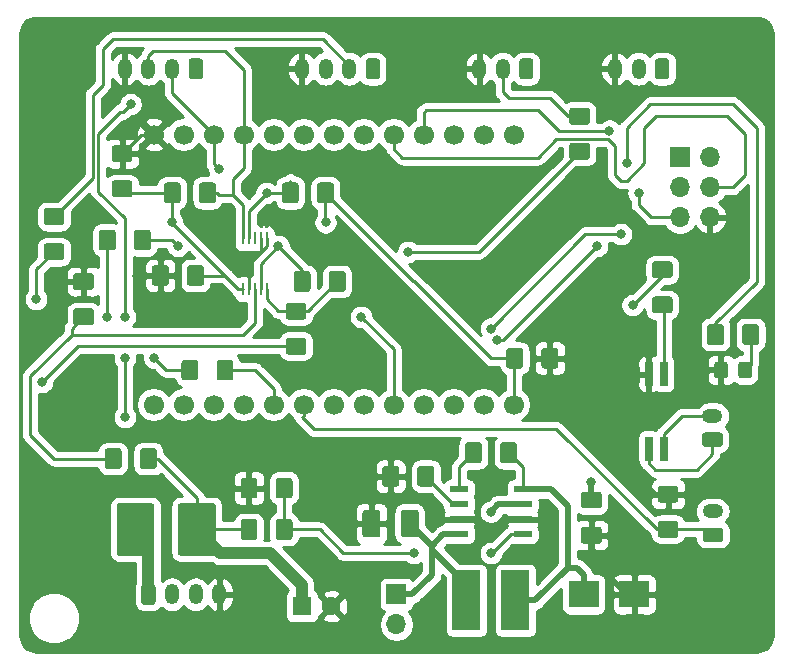
<source format=gbr>
G04 #@! TF.GenerationSoftware,KiCad,Pcbnew,5.1.5*
G04 #@! TF.CreationDate,2019-12-19T21:21:47+00:00*
G04 #@! TF.ProjectId,ESP32ControllerCircuit,45535033-3243-46f6-9e74-726f6c6c6572,rev?*
G04 #@! TF.SameCoordinates,Original*
G04 #@! TF.FileFunction,Copper,L1,Top*
G04 #@! TF.FilePolarity,Positive*
%FSLAX46Y46*%
G04 Gerber Fmt 4.6, Leading zero omitted, Abs format (unit mm)*
G04 Created by KiCad (PCBNEW 5.1.5) date 2019-12-19 21:21:47*
%MOMM*%
%LPD*%
G04 APERTURE LIST*
%ADD10C,0.100000*%
%ADD11O,1.200000X1.750000*%
%ADD12C,1.700000*%
%ADD13R,1.600000X1.600000*%
%ADD14C,1.600000*%
%ADD15R,2.500000X2.300000*%
%ADD16R,0.250000X1.100000*%
%ADD17R,0.640000X2.000000*%
%ADD18R,1.700000X1.700000*%
%ADD19O,1.700000X1.700000*%
%ADD20R,2.350000X5.100000*%
%ADD21O,1.750000X1.200000*%
%ADD22R,1.550000X0.600000*%
%ADD23C,0.800000*%
%ADD24C,0.250000*%
%ADD25C,0.500000*%
%ADD26C,1.000000*%
%ADD27C,0.254000*%
G04 APERTURE END LIST*
G04 #@! TA.AperFunction,ComponentPad*
D10*
G36*
X84374505Y-125626204D02*
G01*
X84398773Y-125629804D01*
X84422572Y-125635765D01*
X84445671Y-125644030D01*
X84467850Y-125654520D01*
X84488893Y-125667132D01*
X84508599Y-125681747D01*
X84526777Y-125698223D01*
X84543253Y-125716401D01*
X84557868Y-125736107D01*
X84570480Y-125757150D01*
X84580970Y-125779329D01*
X84589235Y-125802428D01*
X84595196Y-125826227D01*
X84598796Y-125850495D01*
X84600000Y-125874999D01*
X84600000Y-127125001D01*
X84598796Y-127149505D01*
X84595196Y-127173773D01*
X84589235Y-127197572D01*
X84580970Y-127220671D01*
X84570480Y-127242850D01*
X84557868Y-127263893D01*
X84543253Y-127283599D01*
X84526777Y-127301777D01*
X84508599Y-127318253D01*
X84488893Y-127332868D01*
X84467850Y-127345480D01*
X84445671Y-127355970D01*
X84422572Y-127364235D01*
X84398773Y-127370196D01*
X84374505Y-127373796D01*
X84350001Y-127375000D01*
X83649999Y-127375000D01*
X83625495Y-127373796D01*
X83601227Y-127370196D01*
X83577428Y-127364235D01*
X83554329Y-127355970D01*
X83532150Y-127345480D01*
X83511107Y-127332868D01*
X83491401Y-127318253D01*
X83473223Y-127301777D01*
X83456747Y-127283599D01*
X83442132Y-127263893D01*
X83429520Y-127242850D01*
X83419030Y-127220671D01*
X83410765Y-127197572D01*
X83404804Y-127173773D01*
X83401204Y-127149505D01*
X83400000Y-127125001D01*
X83400000Y-125874999D01*
X83401204Y-125850495D01*
X83404804Y-125826227D01*
X83410765Y-125802428D01*
X83419030Y-125779329D01*
X83429520Y-125757150D01*
X83442132Y-125736107D01*
X83456747Y-125716401D01*
X83473223Y-125698223D01*
X83491401Y-125681747D01*
X83511107Y-125667132D01*
X83532150Y-125654520D01*
X83554329Y-125644030D01*
X83577428Y-125635765D01*
X83601227Y-125629804D01*
X83625495Y-125626204D01*
X83649999Y-125625000D01*
X84350001Y-125625000D01*
X84374505Y-125626204D01*
G37*
G04 #@! TD.AperFunction*
D11*
X86000000Y-126500000D03*
X88000000Y-126500000D03*
X90000000Y-126500000D03*
D12*
X114920000Y-110430000D03*
X112380000Y-110430000D03*
X109840000Y-110430000D03*
X107300000Y-110430000D03*
X104760000Y-110430000D03*
X102220000Y-110430000D03*
X99680000Y-110430000D03*
X97140000Y-110430000D03*
X94600000Y-110430000D03*
X92060000Y-110430000D03*
X89520000Y-110430000D03*
X86980000Y-110430000D03*
X84440000Y-110430000D03*
X114920000Y-87570000D03*
X112380000Y-87570000D03*
X109840000Y-87570000D03*
X107300000Y-87570000D03*
X104760000Y-87570000D03*
X102220000Y-87570000D03*
X99680000Y-87570000D03*
X97140000Y-87570000D03*
X94600000Y-87570000D03*
X92060000Y-87570000D03*
X89520000Y-87570000D03*
X86980000Y-87570000D03*
X84440000Y-87570000D03*
G04 #@! TA.AperFunction,SMDPad,CuDef*
D10*
G36*
X82419504Y-91446204D02*
G01*
X82443773Y-91449804D01*
X82467571Y-91455765D01*
X82490671Y-91464030D01*
X82512849Y-91474520D01*
X82533893Y-91487133D01*
X82553598Y-91501747D01*
X82571777Y-91518223D01*
X82588253Y-91536402D01*
X82602867Y-91556107D01*
X82615480Y-91577151D01*
X82625970Y-91599329D01*
X82634235Y-91622429D01*
X82640196Y-91646227D01*
X82643796Y-91670496D01*
X82645000Y-91695000D01*
X82645000Y-92620000D01*
X82643796Y-92644504D01*
X82640196Y-92668773D01*
X82634235Y-92692571D01*
X82625970Y-92715671D01*
X82615480Y-92737849D01*
X82602867Y-92758893D01*
X82588253Y-92778598D01*
X82571777Y-92796777D01*
X82553598Y-92813253D01*
X82533893Y-92827867D01*
X82512849Y-92840480D01*
X82490671Y-92850970D01*
X82467571Y-92859235D01*
X82443773Y-92865196D01*
X82419504Y-92868796D01*
X82395000Y-92870000D01*
X81145000Y-92870000D01*
X81120496Y-92868796D01*
X81096227Y-92865196D01*
X81072429Y-92859235D01*
X81049329Y-92850970D01*
X81027151Y-92840480D01*
X81006107Y-92827867D01*
X80986402Y-92813253D01*
X80968223Y-92796777D01*
X80951747Y-92778598D01*
X80937133Y-92758893D01*
X80924520Y-92737849D01*
X80914030Y-92715671D01*
X80905765Y-92692571D01*
X80899804Y-92668773D01*
X80896204Y-92644504D01*
X80895000Y-92620000D01*
X80895000Y-91695000D01*
X80896204Y-91670496D01*
X80899804Y-91646227D01*
X80905765Y-91622429D01*
X80914030Y-91599329D01*
X80924520Y-91577151D01*
X80937133Y-91556107D01*
X80951747Y-91536402D01*
X80968223Y-91518223D01*
X80986402Y-91501747D01*
X81006107Y-91487133D01*
X81027151Y-91474520D01*
X81049329Y-91464030D01*
X81072429Y-91455765D01*
X81096227Y-91449804D01*
X81120496Y-91446204D01*
X81145000Y-91445000D01*
X82395000Y-91445000D01*
X82419504Y-91446204D01*
G37*
G04 #@! TD.AperFunction*
G04 #@! TA.AperFunction,SMDPad,CuDef*
G36*
X82419504Y-88471204D02*
G01*
X82443773Y-88474804D01*
X82467571Y-88480765D01*
X82490671Y-88489030D01*
X82512849Y-88499520D01*
X82533893Y-88512133D01*
X82553598Y-88526747D01*
X82571777Y-88543223D01*
X82588253Y-88561402D01*
X82602867Y-88581107D01*
X82615480Y-88602151D01*
X82625970Y-88624329D01*
X82634235Y-88647429D01*
X82640196Y-88671227D01*
X82643796Y-88695496D01*
X82645000Y-88720000D01*
X82645000Y-89645000D01*
X82643796Y-89669504D01*
X82640196Y-89693773D01*
X82634235Y-89717571D01*
X82625970Y-89740671D01*
X82615480Y-89762849D01*
X82602867Y-89783893D01*
X82588253Y-89803598D01*
X82571777Y-89821777D01*
X82553598Y-89838253D01*
X82533893Y-89852867D01*
X82512849Y-89865480D01*
X82490671Y-89875970D01*
X82467571Y-89884235D01*
X82443773Y-89890196D01*
X82419504Y-89893796D01*
X82395000Y-89895000D01*
X81145000Y-89895000D01*
X81120496Y-89893796D01*
X81096227Y-89890196D01*
X81072429Y-89884235D01*
X81049329Y-89875970D01*
X81027151Y-89865480D01*
X81006107Y-89852867D01*
X80986402Y-89838253D01*
X80968223Y-89821777D01*
X80951747Y-89803598D01*
X80937133Y-89783893D01*
X80924520Y-89762849D01*
X80914030Y-89740671D01*
X80905765Y-89717571D01*
X80899804Y-89693773D01*
X80896204Y-89669504D01*
X80895000Y-89645000D01*
X80895000Y-88720000D01*
X80896204Y-88695496D01*
X80899804Y-88671227D01*
X80905765Y-88647429D01*
X80914030Y-88624329D01*
X80924520Y-88602151D01*
X80937133Y-88581107D01*
X80951747Y-88561402D01*
X80968223Y-88543223D01*
X80986402Y-88526747D01*
X81006107Y-88512133D01*
X81027151Y-88499520D01*
X81049329Y-88489030D01*
X81072429Y-88480765D01*
X81096227Y-88474804D01*
X81120496Y-88471204D01*
X81145000Y-88470000D01*
X82395000Y-88470000D01*
X82419504Y-88471204D01*
G37*
G04 #@! TD.AperFunction*
G04 #@! TA.AperFunction,SMDPad,CuDef*
G36*
X100474504Y-99126204D02*
G01*
X100498773Y-99129804D01*
X100522571Y-99135765D01*
X100545671Y-99144030D01*
X100567849Y-99154520D01*
X100588893Y-99167133D01*
X100608598Y-99181747D01*
X100626777Y-99198223D01*
X100643253Y-99216402D01*
X100657867Y-99236107D01*
X100670480Y-99257151D01*
X100680970Y-99279329D01*
X100689235Y-99302429D01*
X100695196Y-99326227D01*
X100698796Y-99350496D01*
X100700000Y-99375000D01*
X100700000Y-100625000D01*
X100698796Y-100649504D01*
X100695196Y-100673773D01*
X100689235Y-100697571D01*
X100680970Y-100720671D01*
X100670480Y-100742849D01*
X100657867Y-100763893D01*
X100643253Y-100783598D01*
X100626777Y-100801777D01*
X100608598Y-100818253D01*
X100588893Y-100832867D01*
X100567849Y-100845480D01*
X100545671Y-100855970D01*
X100522571Y-100864235D01*
X100498773Y-100870196D01*
X100474504Y-100873796D01*
X100450000Y-100875000D01*
X99525000Y-100875000D01*
X99500496Y-100873796D01*
X99476227Y-100870196D01*
X99452429Y-100864235D01*
X99429329Y-100855970D01*
X99407151Y-100845480D01*
X99386107Y-100832867D01*
X99366402Y-100818253D01*
X99348223Y-100801777D01*
X99331747Y-100783598D01*
X99317133Y-100763893D01*
X99304520Y-100742849D01*
X99294030Y-100720671D01*
X99285765Y-100697571D01*
X99279804Y-100673773D01*
X99276204Y-100649504D01*
X99275000Y-100625000D01*
X99275000Y-99375000D01*
X99276204Y-99350496D01*
X99279804Y-99326227D01*
X99285765Y-99302429D01*
X99294030Y-99279329D01*
X99304520Y-99257151D01*
X99317133Y-99236107D01*
X99331747Y-99216402D01*
X99348223Y-99198223D01*
X99366402Y-99181747D01*
X99386107Y-99167133D01*
X99407151Y-99154520D01*
X99429329Y-99144030D01*
X99452429Y-99135765D01*
X99476227Y-99129804D01*
X99500496Y-99126204D01*
X99525000Y-99125000D01*
X100450000Y-99125000D01*
X100474504Y-99126204D01*
G37*
G04 #@! TD.AperFunction*
G04 #@! TA.AperFunction,SMDPad,CuDef*
G36*
X97499504Y-99126204D02*
G01*
X97523773Y-99129804D01*
X97547571Y-99135765D01*
X97570671Y-99144030D01*
X97592849Y-99154520D01*
X97613893Y-99167133D01*
X97633598Y-99181747D01*
X97651777Y-99198223D01*
X97668253Y-99216402D01*
X97682867Y-99236107D01*
X97695480Y-99257151D01*
X97705970Y-99279329D01*
X97714235Y-99302429D01*
X97720196Y-99326227D01*
X97723796Y-99350496D01*
X97725000Y-99375000D01*
X97725000Y-100625000D01*
X97723796Y-100649504D01*
X97720196Y-100673773D01*
X97714235Y-100697571D01*
X97705970Y-100720671D01*
X97695480Y-100742849D01*
X97682867Y-100763893D01*
X97668253Y-100783598D01*
X97651777Y-100801777D01*
X97633598Y-100818253D01*
X97613893Y-100832867D01*
X97592849Y-100845480D01*
X97570671Y-100855970D01*
X97547571Y-100864235D01*
X97523773Y-100870196D01*
X97499504Y-100873796D01*
X97475000Y-100875000D01*
X96550000Y-100875000D01*
X96525496Y-100873796D01*
X96501227Y-100870196D01*
X96477429Y-100864235D01*
X96454329Y-100855970D01*
X96432151Y-100845480D01*
X96411107Y-100832867D01*
X96391402Y-100818253D01*
X96373223Y-100801777D01*
X96356747Y-100783598D01*
X96342133Y-100763893D01*
X96329520Y-100742849D01*
X96319030Y-100720671D01*
X96310765Y-100697571D01*
X96304804Y-100673773D01*
X96301204Y-100649504D01*
X96300000Y-100625000D01*
X96300000Y-99375000D01*
X96301204Y-99350496D01*
X96304804Y-99326227D01*
X96310765Y-99302429D01*
X96319030Y-99279329D01*
X96329520Y-99257151D01*
X96342133Y-99236107D01*
X96356747Y-99216402D01*
X96373223Y-99198223D01*
X96391402Y-99181747D01*
X96411107Y-99167133D01*
X96432151Y-99154520D01*
X96454329Y-99144030D01*
X96477429Y-99135765D01*
X96501227Y-99129804D01*
X96525496Y-99126204D01*
X96550000Y-99125000D01*
X97475000Y-99125000D01*
X97499504Y-99126204D01*
G37*
G04 #@! TD.AperFunction*
G04 #@! TA.AperFunction,SMDPad,CuDef*
G36*
X115499504Y-105626204D02*
G01*
X115523773Y-105629804D01*
X115547571Y-105635765D01*
X115570671Y-105644030D01*
X115592849Y-105654520D01*
X115613893Y-105667133D01*
X115633598Y-105681747D01*
X115651777Y-105698223D01*
X115668253Y-105716402D01*
X115682867Y-105736107D01*
X115695480Y-105757151D01*
X115705970Y-105779329D01*
X115714235Y-105802429D01*
X115720196Y-105826227D01*
X115723796Y-105850496D01*
X115725000Y-105875000D01*
X115725000Y-107125000D01*
X115723796Y-107149504D01*
X115720196Y-107173773D01*
X115714235Y-107197571D01*
X115705970Y-107220671D01*
X115695480Y-107242849D01*
X115682867Y-107263893D01*
X115668253Y-107283598D01*
X115651777Y-107301777D01*
X115633598Y-107318253D01*
X115613893Y-107332867D01*
X115592849Y-107345480D01*
X115570671Y-107355970D01*
X115547571Y-107364235D01*
X115523773Y-107370196D01*
X115499504Y-107373796D01*
X115475000Y-107375000D01*
X114550000Y-107375000D01*
X114525496Y-107373796D01*
X114501227Y-107370196D01*
X114477429Y-107364235D01*
X114454329Y-107355970D01*
X114432151Y-107345480D01*
X114411107Y-107332867D01*
X114391402Y-107318253D01*
X114373223Y-107301777D01*
X114356747Y-107283598D01*
X114342133Y-107263893D01*
X114329520Y-107242849D01*
X114319030Y-107220671D01*
X114310765Y-107197571D01*
X114304804Y-107173773D01*
X114301204Y-107149504D01*
X114300000Y-107125000D01*
X114300000Y-105875000D01*
X114301204Y-105850496D01*
X114304804Y-105826227D01*
X114310765Y-105802429D01*
X114319030Y-105779329D01*
X114329520Y-105757151D01*
X114342133Y-105736107D01*
X114356747Y-105716402D01*
X114373223Y-105698223D01*
X114391402Y-105681747D01*
X114411107Y-105667133D01*
X114432151Y-105654520D01*
X114454329Y-105644030D01*
X114477429Y-105635765D01*
X114501227Y-105629804D01*
X114525496Y-105626204D01*
X114550000Y-105625000D01*
X115475000Y-105625000D01*
X115499504Y-105626204D01*
G37*
G04 #@! TD.AperFunction*
G04 #@! TA.AperFunction,SMDPad,CuDef*
G36*
X118474504Y-105626204D02*
G01*
X118498773Y-105629804D01*
X118522571Y-105635765D01*
X118545671Y-105644030D01*
X118567849Y-105654520D01*
X118588893Y-105667133D01*
X118608598Y-105681747D01*
X118626777Y-105698223D01*
X118643253Y-105716402D01*
X118657867Y-105736107D01*
X118670480Y-105757151D01*
X118680970Y-105779329D01*
X118689235Y-105802429D01*
X118695196Y-105826227D01*
X118698796Y-105850496D01*
X118700000Y-105875000D01*
X118700000Y-107125000D01*
X118698796Y-107149504D01*
X118695196Y-107173773D01*
X118689235Y-107197571D01*
X118680970Y-107220671D01*
X118670480Y-107242849D01*
X118657867Y-107263893D01*
X118643253Y-107283598D01*
X118626777Y-107301777D01*
X118608598Y-107318253D01*
X118588893Y-107332867D01*
X118567849Y-107345480D01*
X118545671Y-107355970D01*
X118522571Y-107364235D01*
X118498773Y-107370196D01*
X118474504Y-107373796D01*
X118450000Y-107375000D01*
X117525000Y-107375000D01*
X117500496Y-107373796D01*
X117476227Y-107370196D01*
X117452429Y-107364235D01*
X117429329Y-107355970D01*
X117407151Y-107345480D01*
X117386107Y-107332867D01*
X117366402Y-107318253D01*
X117348223Y-107301777D01*
X117331747Y-107283598D01*
X117317133Y-107263893D01*
X117304520Y-107242849D01*
X117294030Y-107220671D01*
X117285765Y-107197571D01*
X117279804Y-107173773D01*
X117276204Y-107149504D01*
X117275000Y-107125000D01*
X117275000Y-105875000D01*
X117276204Y-105850496D01*
X117279804Y-105826227D01*
X117285765Y-105802429D01*
X117294030Y-105779329D01*
X117304520Y-105757151D01*
X117317133Y-105736107D01*
X117331747Y-105716402D01*
X117348223Y-105698223D01*
X117366402Y-105681747D01*
X117386107Y-105667133D01*
X117407151Y-105654520D01*
X117429329Y-105644030D01*
X117452429Y-105635765D01*
X117476227Y-105629804D01*
X117500496Y-105626204D01*
X117525000Y-105625000D01*
X118450000Y-105625000D01*
X118474504Y-105626204D01*
G37*
G04 #@! TD.AperFunction*
G04 #@! TA.AperFunction,SMDPad,CuDef*
G36*
X88474504Y-98626204D02*
G01*
X88498773Y-98629804D01*
X88522571Y-98635765D01*
X88545671Y-98644030D01*
X88567849Y-98654520D01*
X88588893Y-98667133D01*
X88608598Y-98681747D01*
X88626777Y-98698223D01*
X88643253Y-98716402D01*
X88657867Y-98736107D01*
X88670480Y-98757151D01*
X88680970Y-98779329D01*
X88689235Y-98802429D01*
X88695196Y-98826227D01*
X88698796Y-98850496D01*
X88700000Y-98875000D01*
X88700000Y-100125000D01*
X88698796Y-100149504D01*
X88695196Y-100173773D01*
X88689235Y-100197571D01*
X88680970Y-100220671D01*
X88670480Y-100242849D01*
X88657867Y-100263893D01*
X88643253Y-100283598D01*
X88626777Y-100301777D01*
X88608598Y-100318253D01*
X88588893Y-100332867D01*
X88567849Y-100345480D01*
X88545671Y-100355970D01*
X88522571Y-100364235D01*
X88498773Y-100370196D01*
X88474504Y-100373796D01*
X88450000Y-100375000D01*
X87525000Y-100375000D01*
X87500496Y-100373796D01*
X87476227Y-100370196D01*
X87452429Y-100364235D01*
X87429329Y-100355970D01*
X87407151Y-100345480D01*
X87386107Y-100332867D01*
X87366402Y-100318253D01*
X87348223Y-100301777D01*
X87331747Y-100283598D01*
X87317133Y-100263893D01*
X87304520Y-100242849D01*
X87294030Y-100220671D01*
X87285765Y-100197571D01*
X87279804Y-100173773D01*
X87276204Y-100149504D01*
X87275000Y-100125000D01*
X87275000Y-98875000D01*
X87276204Y-98850496D01*
X87279804Y-98826227D01*
X87285765Y-98802429D01*
X87294030Y-98779329D01*
X87304520Y-98757151D01*
X87317133Y-98736107D01*
X87331747Y-98716402D01*
X87348223Y-98698223D01*
X87366402Y-98681747D01*
X87386107Y-98667133D01*
X87407151Y-98654520D01*
X87429329Y-98644030D01*
X87452429Y-98635765D01*
X87476227Y-98629804D01*
X87500496Y-98626204D01*
X87525000Y-98625000D01*
X88450000Y-98625000D01*
X88474504Y-98626204D01*
G37*
G04 #@! TD.AperFunction*
G04 #@! TA.AperFunction,SMDPad,CuDef*
G36*
X85499504Y-98626204D02*
G01*
X85523773Y-98629804D01*
X85547571Y-98635765D01*
X85570671Y-98644030D01*
X85592849Y-98654520D01*
X85613893Y-98667133D01*
X85633598Y-98681747D01*
X85651777Y-98698223D01*
X85668253Y-98716402D01*
X85682867Y-98736107D01*
X85695480Y-98757151D01*
X85705970Y-98779329D01*
X85714235Y-98802429D01*
X85720196Y-98826227D01*
X85723796Y-98850496D01*
X85725000Y-98875000D01*
X85725000Y-100125000D01*
X85723796Y-100149504D01*
X85720196Y-100173773D01*
X85714235Y-100197571D01*
X85705970Y-100220671D01*
X85695480Y-100242849D01*
X85682867Y-100263893D01*
X85668253Y-100283598D01*
X85651777Y-100301777D01*
X85633598Y-100318253D01*
X85613893Y-100332867D01*
X85592849Y-100345480D01*
X85570671Y-100355970D01*
X85547571Y-100364235D01*
X85523773Y-100370196D01*
X85499504Y-100373796D01*
X85475000Y-100375000D01*
X84550000Y-100375000D01*
X84525496Y-100373796D01*
X84501227Y-100370196D01*
X84477429Y-100364235D01*
X84454329Y-100355970D01*
X84432151Y-100345480D01*
X84411107Y-100332867D01*
X84391402Y-100318253D01*
X84373223Y-100301777D01*
X84356747Y-100283598D01*
X84342133Y-100263893D01*
X84329520Y-100242849D01*
X84319030Y-100220671D01*
X84310765Y-100197571D01*
X84304804Y-100173773D01*
X84301204Y-100149504D01*
X84300000Y-100125000D01*
X84300000Y-98875000D01*
X84301204Y-98850496D01*
X84304804Y-98826227D01*
X84310765Y-98802429D01*
X84319030Y-98779329D01*
X84329520Y-98757151D01*
X84342133Y-98736107D01*
X84356747Y-98716402D01*
X84373223Y-98698223D01*
X84391402Y-98681747D01*
X84411107Y-98667133D01*
X84432151Y-98654520D01*
X84454329Y-98644030D01*
X84477429Y-98635765D01*
X84501227Y-98629804D01*
X84525496Y-98626204D01*
X84550000Y-98625000D01*
X85475000Y-98625000D01*
X85499504Y-98626204D01*
G37*
G04 #@! TD.AperFunction*
G04 #@! TA.AperFunction,SMDPad,CuDef*
G36*
X122149504Y-120776204D02*
G01*
X122173773Y-120779804D01*
X122197571Y-120785765D01*
X122220671Y-120794030D01*
X122242849Y-120804520D01*
X122263893Y-120817133D01*
X122283598Y-120831747D01*
X122301777Y-120848223D01*
X122318253Y-120866402D01*
X122332867Y-120886107D01*
X122345480Y-120907151D01*
X122355970Y-120929329D01*
X122364235Y-120952429D01*
X122370196Y-120976227D01*
X122373796Y-121000496D01*
X122375000Y-121025000D01*
X122375000Y-121950000D01*
X122373796Y-121974504D01*
X122370196Y-121998773D01*
X122364235Y-122022571D01*
X122355970Y-122045671D01*
X122345480Y-122067849D01*
X122332867Y-122088893D01*
X122318253Y-122108598D01*
X122301777Y-122126777D01*
X122283598Y-122143253D01*
X122263893Y-122157867D01*
X122242849Y-122170480D01*
X122220671Y-122180970D01*
X122197571Y-122189235D01*
X122173773Y-122195196D01*
X122149504Y-122198796D01*
X122125000Y-122200000D01*
X120875000Y-122200000D01*
X120850496Y-122198796D01*
X120826227Y-122195196D01*
X120802429Y-122189235D01*
X120779329Y-122180970D01*
X120757151Y-122170480D01*
X120736107Y-122157867D01*
X120716402Y-122143253D01*
X120698223Y-122126777D01*
X120681747Y-122108598D01*
X120667133Y-122088893D01*
X120654520Y-122067849D01*
X120644030Y-122045671D01*
X120635765Y-122022571D01*
X120629804Y-121998773D01*
X120626204Y-121974504D01*
X120625000Y-121950000D01*
X120625000Y-121025000D01*
X120626204Y-121000496D01*
X120629804Y-120976227D01*
X120635765Y-120952429D01*
X120644030Y-120929329D01*
X120654520Y-120907151D01*
X120667133Y-120886107D01*
X120681747Y-120866402D01*
X120698223Y-120848223D01*
X120716402Y-120831747D01*
X120736107Y-120817133D01*
X120757151Y-120804520D01*
X120779329Y-120794030D01*
X120802429Y-120785765D01*
X120826227Y-120779804D01*
X120850496Y-120776204D01*
X120875000Y-120775000D01*
X122125000Y-120775000D01*
X122149504Y-120776204D01*
G37*
G04 #@! TD.AperFunction*
G04 #@! TA.AperFunction,SMDPad,CuDef*
G36*
X122149504Y-117801204D02*
G01*
X122173773Y-117804804D01*
X122197571Y-117810765D01*
X122220671Y-117819030D01*
X122242849Y-117829520D01*
X122263893Y-117842133D01*
X122283598Y-117856747D01*
X122301777Y-117873223D01*
X122318253Y-117891402D01*
X122332867Y-117911107D01*
X122345480Y-117932151D01*
X122355970Y-117954329D01*
X122364235Y-117977429D01*
X122370196Y-118001227D01*
X122373796Y-118025496D01*
X122375000Y-118050000D01*
X122375000Y-118975000D01*
X122373796Y-118999504D01*
X122370196Y-119023773D01*
X122364235Y-119047571D01*
X122355970Y-119070671D01*
X122345480Y-119092849D01*
X122332867Y-119113893D01*
X122318253Y-119133598D01*
X122301777Y-119151777D01*
X122283598Y-119168253D01*
X122263893Y-119182867D01*
X122242849Y-119195480D01*
X122220671Y-119205970D01*
X122197571Y-119214235D01*
X122173773Y-119220196D01*
X122149504Y-119223796D01*
X122125000Y-119225000D01*
X120875000Y-119225000D01*
X120850496Y-119223796D01*
X120826227Y-119220196D01*
X120802429Y-119214235D01*
X120779329Y-119205970D01*
X120757151Y-119195480D01*
X120736107Y-119182867D01*
X120716402Y-119168253D01*
X120698223Y-119151777D01*
X120681747Y-119133598D01*
X120667133Y-119113893D01*
X120654520Y-119092849D01*
X120644030Y-119070671D01*
X120635765Y-119047571D01*
X120629804Y-119023773D01*
X120626204Y-118999504D01*
X120625000Y-118975000D01*
X120625000Y-118050000D01*
X120626204Y-118025496D01*
X120629804Y-118001227D01*
X120635765Y-117977429D01*
X120644030Y-117954329D01*
X120654520Y-117932151D01*
X120667133Y-117911107D01*
X120681747Y-117891402D01*
X120698223Y-117873223D01*
X120716402Y-117856747D01*
X120736107Y-117842133D01*
X120757151Y-117829520D01*
X120779329Y-117819030D01*
X120802429Y-117810765D01*
X120826227Y-117804804D01*
X120850496Y-117801204D01*
X120875000Y-117800000D01*
X122125000Y-117800000D01*
X122149504Y-117801204D01*
G37*
G04 #@! TD.AperFunction*
D13*
X97000000Y-127500000D03*
D14*
X99500000Y-127500000D03*
G04 #@! TA.AperFunction,SMDPad,CuDef*
D10*
G36*
X104999504Y-115626204D02*
G01*
X105023773Y-115629804D01*
X105047571Y-115635765D01*
X105070671Y-115644030D01*
X105092849Y-115654520D01*
X105113893Y-115667133D01*
X105133598Y-115681747D01*
X105151777Y-115698223D01*
X105168253Y-115716402D01*
X105182867Y-115736107D01*
X105195480Y-115757151D01*
X105205970Y-115779329D01*
X105214235Y-115802429D01*
X105220196Y-115826227D01*
X105223796Y-115850496D01*
X105225000Y-115875000D01*
X105225000Y-117125000D01*
X105223796Y-117149504D01*
X105220196Y-117173773D01*
X105214235Y-117197571D01*
X105205970Y-117220671D01*
X105195480Y-117242849D01*
X105182867Y-117263893D01*
X105168253Y-117283598D01*
X105151777Y-117301777D01*
X105133598Y-117318253D01*
X105113893Y-117332867D01*
X105092849Y-117345480D01*
X105070671Y-117355970D01*
X105047571Y-117364235D01*
X105023773Y-117370196D01*
X104999504Y-117373796D01*
X104975000Y-117375000D01*
X104050000Y-117375000D01*
X104025496Y-117373796D01*
X104001227Y-117370196D01*
X103977429Y-117364235D01*
X103954329Y-117355970D01*
X103932151Y-117345480D01*
X103911107Y-117332867D01*
X103891402Y-117318253D01*
X103873223Y-117301777D01*
X103856747Y-117283598D01*
X103842133Y-117263893D01*
X103829520Y-117242849D01*
X103819030Y-117220671D01*
X103810765Y-117197571D01*
X103804804Y-117173773D01*
X103801204Y-117149504D01*
X103800000Y-117125000D01*
X103800000Y-115875000D01*
X103801204Y-115850496D01*
X103804804Y-115826227D01*
X103810765Y-115802429D01*
X103819030Y-115779329D01*
X103829520Y-115757151D01*
X103842133Y-115736107D01*
X103856747Y-115716402D01*
X103873223Y-115698223D01*
X103891402Y-115681747D01*
X103911107Y-115667133D01*
X103932151Y-115654520D01*
X103954329Y-115644030D01*
X103977429Y-115635765D01*
X104001227Y-115629804D01*
X104025496Y-115626204D01*
X104050000Y-115625000D01*
X104975000Y-115625000D01*
X104999504Y-115626204D01*
G37*
G04 #@! TD.AperFunction*
G04 #@! TA.AperFunction,SMDPad,CuDef*
G36*
X107974504Y-115626204D02*
G01*
X107998773Y-115629804D01*
X108022571Y-115635765D01*
X108045671Y-115644030D01*
X108067849Y-115654520D01*
X108088893Y-115667133D01*
X108108598Y-115681747D01*
X108126777Y-115698223D01*
X108143253Y-115716402D01*
X108157867Y-115736107D01*
X108170480Y-115757151D01*
X108180970Y-115779329D01*
X108189235Y-115802429D01*
X108195196Y-115826227D01*
X108198796Y-115850496D01*
X108200000Y-115875000D01*
X108200000Y-117125000D01*
X108198796Y-117149504D01*
X108195196Y-117173773D01*
X108189235Y-117197571D01*
X108180970Y-117220671D01*
X108170480Y-117242849D01*
X108157867Y-117263893D01*
X108143253Y-117283598D01*
X108126777Y-117301777D01*
X108108598Y-117318253D01*
X108088893Y-117332867D01*
X108067849Y-117345480D01*
X108045671Y-117355970D01*
X108022571Y-117364235D01*
X107998773Y-117370196D01*
X107974504Y-117373796D01*
X107950000Y-117375000D01*
X107025000Y-117375000D01*
X107000496Y-117373796D01*
X106976227Y-117370196D01*
X106952429Y-117364235D01*
X106929329Y-117355970D01*
X106907151Y-117345480D01*
X106886107Y-117332867D01*
X106866402Y-117318253D01*
X106848223Y-117301777D01*
X106831747Y-117283598D01*
X106817133Y-117263893D01*
X106804520Y-117242849D01*
X106794030Y-117220671D01*
X106785765Y-117197571D01*
X106779804Y-117173773D01*
X106776204Y-117149504D01*
X106775000Y-117125000D01*
X106775000Y-115875000D01*
X106776204Y-115850496D01*
X106779804Y-115826227D01*
X106785765Y-115802429D01*
X106794030Y-115779329D01*
X106804520Y-115757151D01*
X106817133Y-115736107D01*
X106831747Y-115716402D01*
X106848223Y-115698223D01*
X106866402Y-115681747D01*
X106886107Y-115667133D01*
X106907151Y-115654520D01*
X106929329Y-115644030D01*
X106952429Y-115635765D01*
X106976227Y-115629804D01*
X107000496Y-115626204D01*
X107025000Y-115625000D01*
X107950000Y-115625000D01*
X107974504Y-115626204D01*
G37*
G04 #@! TD.AperFunction*
G04 #@! TA.AperFunction,SMDPad,CuDef*
G36*
X114974504Y-113626204D02*
G01*
X114998773Y-113629804D01*
X115022571Y-113635765D01*
X115045671Y-113644030D01*
X115067849Y-113654520D01*
X115088893Y-113667133D01*
X115108598Y-113681747D01*
X115126777Y-113698223D01*
X115143253Y-113716402D01*
X115157867Y-113736107D01*
X115170480Y-113757151D01*
X115180970Y-113779329D01*
X115189235Y-113802429D01*
X115195196Y-113826227D01*
X115198796Y-113850496D01*
X115200000Y-113875000D01*
X115200000Y-115125000D01*
X115198796Y-115149504D01*
X115195196Y-115173773D01*
X115189235Y-115197571D01*
X115180970Y-115220671D01*
X115170480Y-115242849D01*
X115157867Y-115263893D01*
X115143253Y-115283598D01*
X115126777Y-115301777D01*
X115108598Y-115318253D01*
X115088893Y-115332867D01*
X115067849Y-115345480D01*
X115045671Y-115355970D01*
X115022571Y-115364235D01*
X114998773Y-115370196D01*
X114974504Y-115373796D01*
X114950000Y-115375000D01*
X114025000Y-115375000D01*
X114000496Y-115373796D01*
X113976227Y-115370196D01*
X113952429Y-115364235D01*
X113929329Y-115355970D01*
X113907151Y-115345480D01*
X113886107Y-115332867D01*
X113866402Y-115318253D01*
X113848223Y-115301777D01*
X113831747Y-115283598D01*
X113817133Y-115263893D01*
X113804520Y-115242849D01*
X113794030Y-115220671D01*
X113785765Y-115197571D01*
X113779804Y-115173773D01*
X113776204Y-115149504D01*
X113775000Y-115125000D01*
X113775000Y-113875000D01*
X113776204Y-113850496D01*
X113779804Y-113826227D01*
X113785765Y-113802429D01*
X113794030Y-113779329D01*
X113804520Y-113757151D01*
X113817133Y-113736107D01*
X113831747Y-113716402D01*
X113848223Y-113698223D01*
X113866402Y-113681747D01*
X113886107Y-113667133D01*
X113907151Y-113654520D01*
X113929329Y-113644030D01*
X113952429Y-113635765D01*
X113976227Y-113629804D01*
X114000496Y-113626204D01*
X114025000Y-113625000D01*
X114950000Y-113625000D01*
X114974504Y-113626204D01*
G37*
G04 #@! TD.AperFunction*
G04 #@! TA.AperFunction,SMDPad,CuDef*
G36*
X111999504Y-113626204D02*
G01*
X112023773Y-113629804D01*
X112047571Y-113635765D01*
X112070671Y-113644030D01*
X112092849Y-113654520D01*
X112113893Y-113667133D01*
X112133598Y-113681747D01*
X112151777Y-113698223D01*
X112168253Y-113716402D01*
X112182867Y-113736107D01*
X112195480Y-113757151D01*
X112205970Y-113779329D01*
X112214235Y-113802429D01*
X112220196Y-113826227D01*
X112223796Y-113850496D01*
X112225000Y-113875000D01*
X112225000Y-115125000D01*
X112223796Y-115149504D01*
X112220196Y-115173773D01*
X112214235Y-115197571D01*
X112205970Y-115220671D01*
X112195480Y-115242849D01*
X112182867Y-115263893D01*
X112168253Y-115283598D01*
X112151777Y-115301777D01*
X112133598Y-115318253D01*
X112113893Y-115332867D01*
X112092849Y-115345480D01*
X112070671Y-115355970D01*
X112047571Y-115364235D01*
X112023773Y-115370196D01*
X111999504Y-115373796D01*
X111975000Y-115375000D01*
X111050000Y-115375000D01*
X111025496Y-115373796D01*
X111001227Y-115370196D01*
X110977429Y-115364235D01*
X110954329Y-115355970D01*
X110932151Y-115345480D01*
X110911107Y-115332867D01*
X110891402Y-115318253D01*
X110873223Y-115301777D01*
X110856747Y-115283598D01*
X110842133Y-115263893D01*
X110829520Y-115242849D01*
X110819030Y-115220671D01*
X110810765Y-115197571D01*
X110804804Y-115173773D01*
X110801204Y-115149504D01*
X110800000Y-115125000D01*
X110800000Y-113875000D01*
X110801204Y-113850496D01*
X110804804Y-113826227D01*
X110810765Y-113802429D01*
X110819030Y-113779329D01*
X110829520Y-113757151D01*
X110842133Y-113736107D01*
X110856747Y-113716402D01*
X110873223Y-113698223D01*
X110891402Y-113681747D01*
X110911107Y-113667133D01*
X110932151Y-113654520D01*
X110954329Y-113644030D01*
X110977429Y-113635765D01*
X111001227Y-113629804D01*
X111025496Y-113626204D01*
X111050000Y-113625000D01*
X111975000Y-113625000D01*
X111999504Y-113626204D01*
G37*
G04 #@! TD.AperFunction*
G04 #@! TA.AperFunction,SMDPad,CuDef*
G36*
X106649504Y-119326204D02*
G01*
X106673773Y-119329804D01*
X106697571Y-119335765D01*
X106720671Y-119344030D01*
X106742849Y-119354520D01*
X106763893Y-119367133D01*
X106783598Y-119381747D01*
X106801777Y-119398223D01*
X106818253Y-119416402D01*
X106832867Y-119436107D01*
X106845480Y-119457151D01*
X106855970Y-119479329D01*
X106864235Y-119502429D01*
X106870196Y-119526227D01*
X106873796Y-119550496D01*
X106875000Y-119575000D01*
X106875000Y-121425000D01*
X106873796Y-121449504D01*
X106870196Y-121473773D01*
X106864235Y-121497571D01*
X106855970Y-121520671D01*
X106845480Y-121542849D01*
X106832867Y-121563893D01*
X106818253Y-121583598D01*
X106801777Y-121601777D01*
X106783598Y-121618253D01*
X106763893Y-121632867D01*
X106742849Y-121645480D01*
X106720671Y-121655970D01*
X106697571Y-121664235D01*
X106673773Y-121670196D01*
X106649504Y-121673796D01*
X106625000Y-121675000D01*
X105625000Y-121675000D01*
X105600496Y-121673796D01*
X105576227Y-121670196D01*
X105552429Y-121664235D01*
X105529329Y-121655970D01*
X105507151Y-121645480D01*
X105486107Y-121632867D01*
X105466402Y-121618253D01*
X105448223Y-121601777D01*
X105431747Y-121583598D01*
X105417133Y-121563893D01*
X105404520Y-121542849D01*
X105394030Y-121520671D01*
X105385765Y-121497571D01*
X105379804Y-121473773D01*
X105376204Y-121449504D01*
X105375000Y-121425000D01*
X105375000Y-119575000D01*
X105376204Y-119550496D01*
X105379804Y-119526227D01*
X105385765Y-119502429D01*
X105394030Y-119479329D01*
X105404520Y-119457151D01*
X105417133Y-119436107D01*
X105431747Y-119416402D01*
X105448223Y-119398223D01*
X105466402Y-119381747D01*
X105486107Y-119367133D01*
X105507151Y-119354520D01*
X105529329Y-119344030D01*
X105552429Y-119335765D01*
X105576227Y-119329804D01*
X105600496Y-119326204D01*
X105625000Y-119325000D01*
X106625000Y-119325000D01*
X106649504Y-119326204D01*
G37*
G04 #@! TD.AperFunction*
G04 #@! TA.AperFunction,SMDPad,CuDef*
G36*
X103399504Y-119326204D02*
G01*
X103423773Y-119329804D01*
X103447571Y-119335765D01*
X103470671Y-119344030D01*
X103492849Y-119354520D01*
X103513893Y-119367133D01*
X103533598Y-119381747D01*
X103551777Y-119398223D01*
X103568253Y-119416402D01*
X103582867Y-119436107D01*
X103595480Y-119457151D01*
X103605970Y-119479329D01*
X103614235Y-119502429D01*
X103620196Y-119526227D01*
X103623796Y-119550496D01*
X103625000Y-119575000D01*
X103625000Y-121425000D01*
X103623796Y-121449504D01*
X103620196Y-121473773D01*
X103614235Y-121497571D01*
X103605970Y-121520671D01*
X103595480Y-121542849D01*
X103582867Y-121563893D01*
X103568253Y-121583598D01*
X103551777Y-121601777D01*
X103533598Y-121618253D01*
X103513893Y-121632867D01*
X103492849Y-121645480D01*
X103470671Y-121655970D01*
X103447571Y-121664235D01*
X103423773Y-121670196D01*
X103399504Y-121673796D01*
X103375000Y-121675000D01*
X102375000Y-121675000D01*
X102350496Y-121673796D01*
X102326227Y-121670196D01*
X102302429Y-121664235D01*
X102279329Y-121655970D01*
X102257151Y-121645480D01*
X102236107Y-121632867D01*
X102216402Y-121618253D01*
X102198223Y-121601777D01*
X102181747Y-121583598D01*
X102167133Y-121563893D01*
X102154520Y-121542849D01*
X102144030Y-121520671D01*
X102135765Y-121497571D01*
X102129804Y-121473773D01*
X102126204Y-121449504D01*
X102125000Y-121425000D01*
X102125000Y-119575000D01*
X102126204Y-119550496D01*
X102129804Y-119526227D01*
X102135765Y-119502429D01*
X102144030Y-119479329D01*
X102154520Y-119457151D01*
X102167133Y-119436107D01*
X102181747Y-119416402D01*
X102198223Y-119398223D01*
X102216402Y-119381747D01*
X102236107Y-119367133D01*
X102257151Y-119354520D01*
X102279329Y-119344030D01*
X102302429Y-119335765D01*
X102326227Y-119329804D01*
X102350496Y-119326204D01*
X102375000Y-119325000D01*
X103375000Y-119325000D01*
X103399504Y-119326204D01*
G37*
G04 #@! TD.AperFunction*
D15*
X120850000Y-126500000D03*
X125150000Y-126500000D03*
G04 #@! TA.AperFunction,SMDPad,CuDef*
D10*
G36*
X84274504Y-118776204D02*
G01*
X84298773Y-118779804D01*
X84322571Y-118785765D01*
X84345671Y-118794030D01*
X84367849Y-118804520D01*
X84388893Y-118817133D01*
X84408598Y-118831747D01*
X84426777Y-118848223D01*
X84443253Y-118866402D01*
X84457867Y-118886107D01*
X84470480Y-118907151D01*
X84480970Y-118929329D01*
X84489235Y-118952429D01*
X84495196Y-118976227D01*
X84498796Y-119000496D01*
X84500000Y-119025000D01*
X84500000Y-122975000D01*
X84498796Y-122999504D01*
X84495196Y-123023773D01*
X84489235Y-123047571D01*
X84480970Y-123070671D01*
X84470480Y-123092849D01*
X84457867Y-123113893D01*
X84443253Y-123133598D01*
X84426777Y-123151777D01*
X84408598Y-123168253D01*
X84388893Y-123182867D01*
X84367849Y-123195480D01*
X84345671Y-123205970D01*
X84322571Y-123214235D01*
X84298773Y-123220196D01*
X84274504Y-123223796D01*
X84250000Y-123225000D01*
X81550000Y-123225000D01*
X81525496Y-123223796D01*
X81501227Y-123220196D01*
X81477429Y-123214235D01*
X81454329Y-123205970D01*
X81432151Y-123195480D01*
X81411107Y-123182867D01*
X81391402Y-123168253D01*
X81373223Y-123151777D01*
X81356747Y-123133598D01*
X81342133Y-123113893D01*
X81329520Y-123092849D01*
X81319030Y-123070671D01*
X81310765Y-123047571D01*
X81304804Y-123023773D01*
X81301204Y-122999504D01*
X81300000Y-122975000D01*
X81300000Y-119025000D01*
X81301204Y-119000496D01*
X81304804Y-118976227D01*
X81310765Y-118952429D01*
X81319030Y-118929329D01*
X81329520Y-118907151D01*
X81342133Y-118886107D01*
X81356747Y-118866402D01*
X81373223Y-118848223D01*
X81391402Y-118831747D01*
X81411107Y-118817133D01*
X81432151Y-118804520D01*
X81454329Y-118794030D01*
X81477429Y-118785765D01*
X81501227Y-118779804D01*
X81525496Y-118776204D01*
X81550000Y-118775000D01*
X84250000Y-118775000D01*
X84274504Y-118776204D01*
G37*
G04 #@! TD.AperFunction*
G04 #@! TA.AperFunction,SMDPad,CuDef*
G36*
X89474504Y-118776204D02*
G01*
X89498773Y-118779804D01*
X89522571Y-118785765D01*
X89545671Y-118794030D01*
X89567849Y-118804520D01*
X89588893Y-118817133D01*
X89608598Y-118831747D01*
X89626777Y-118848223D01*
X89643253Y-118866402D01*
X89657867Y-118886107D01*
X89670480Y-118907151D01*
X89680970Y-118929329D01*
X89689235Y-118952429D01*
X89695196Y-118976227D01*
X89698796Y-119000496D01*
X89700000Y-119025000D01*
X89700000Y-122975000D01*
X89698796Y-122999504D01*
X89695196Y-123023773D01*
X89689235Y-123047571D01*
X89680970Y-123070671D01*
X89670480Y-123092849D01*
X89657867Y-123113893D01*
X89643253Y-123133598D01*
X89626777Y-123151777D01*
X89608598Y-123168253D01*
X89588893Y-123182867D01*
X89567849Y-123195480D01*
X89545671Y-123205970D01*
X89522571Y-123214235D01*
X89498773Y-123220196D01*
X89474504Y-123223796D01*
X89450000Y-123225000D01*
X86750000Y-123225000D01*
X86725496Y-123223796D01*
X86701227Y-123220196D01*
X86677429Y-123214235D01*
X86654329Y-123205970D01*
X86632151Y-123195480D01*
X86611107Y-123182867D01*
X86591402Y-123168253D01*
X86573223Y-123151777D01*
X86556747Y-123133598D01*
X86542133Y-123113893D01*
X86529520Y-123092849D01*
X86519030Y-123070671D01*
X86510765Y-123047571D01*
X86504804Y-123023773D01*
X86501204Y-122999504D01*
X86500000Y-122975000D01*
X86500000Y-119025000D01*
X86501204Y-119000496D01*
X86504804Y-118976227D01*
X86510765Y-118952429D01*
X86519030Y-118929329D01*
X86529520Y-118907151D01*
X86542133Y-118886107D01*
X86556747Y-118866402D01*
X86573223Y-118848223D01*
X86591402Y-118831747D01*
X86611107Y-118817133D01*
X86632151Y-118804520D01*
X86654329Y-118794030D01*
X86677429Y-118785765D01*
X86701227Y-118779804D01*
X86725496Y-118776204D01*
X86750000Y-118775000D01*
X89450000Y-118775000D01*
X89474504Y-118776204D01*
G37*
G04 #@! TD.AperFunction*
D11*
X82000000Y-82000000D03*
X84000000Y-82000000D03*
X86000000Y-82000000D03*
G04 #@! TA.AperFunction,ComponentPad*
D10*
G36*
X88374505Y-81126204D02*
G01*
X88398773Y-81129804D01*
X88422572Y-81135765D01*
X88445671Y-81144030D01*
X88467850Y-81154520D01*
X88488893Y-81167132D01*
X88508599Y-81181747D01*
X88526777Y-81198223D01*
X88543253Y-81216401D01*
X88557868Y-81236107D01*
X88570480Y-81257150D01*
X88580970Y-81279329D01*
X88589235Y-81302428D01*
X88595196Y-81326227D01*
X88598796Y-81350495D01*
X88600000Y-81374999D01*
X88600000Y-82625001D01*
X88598796Y-82649505D01*
X88595196Y-82673773D01*
X88589235Y-82697572D01*
X88580970Y-82720671D01*
X88570480Y-82742850D01*
X88557868Y-82763893D01*
X88543253Y-82783599D01*
X88526777Y-82801777D01*
X88508599Y-82818253D01*
X88488893Y-82832868D01*
X88467850Y-82845480D01*
X88445671Y-82855970D01*
X88422572Y-82864235D01*
X88398773Y-82870196D01*
X88374505Y-82873796D01*
X88350001Y-82875000D01*
X87649999Y-82875000D01*
X87625495Y-82873796D01*
X87601227Y-82870196D01*
X87577428Y-82864235D01*
X87554329Y-82855970D01*
X87532150Y-82845480D01*
X87511107Y-82832868D01*
X87491401Y-82818253D01*
X87473223Y-82801777D01*
X87456747Y-82783599D01*
X87442132Y-82763893D01*
X87429520Y-82742850D01*
X87419030Y-82720671D01*
X87410765Y-82697572D01*
X87404804Y-82673773D01*
X87401204Y-82649505D01*
X87400000Y-82625001D01*
X87400000Y-81374999D01*
X87401204Y-81350495D01*
X87404804Y-81326227D01*
X87410765Y-81302428D01*
X87419030Y-81279329D01*
X87429520Y-81257150D01*
X87442132Y-81236107D01*
X87456747Y-81216401D01*
X87473223Y-81198223D01*
X87491401Y-81181747D01*
X87511107Y-81167132D01*
X87532150Y-81154520D01*
X87554329Y-81144030D01*
X87577428Y-81135765D01*
X87601227Y-81129804D01*
X87625495Y-81126204D01*
X87649999Y-81125000D01*
X88350001Y-81125000D01*
X88374505Y-81126204D01*
G37*
G04 #@! TD.AperFunction*
G04 #@! TA.AperFunction,ComponentPad*
G36*
X103374505Y-81126204D02*
G01*
X103398773Y-81129804D01*
X103422572Y-81135765D01*
X103445671Y-81144030D01*
X103467850Y-81154520D01*
X103488893Y-81167132D01*
X103508599Y-81181747D01*
X103526777Y-81198223D01*
X103543253Y-81216401D01*
X103557868Y-81236107D01*
X103570480Y-81257150D01*
X103580970Y-81279329D01*
X103589235Y-81302428D01*
X103595196Y-81326227D01*
X103598796Y-81350495D01*
X103600000Y-81374999D01*
X103600000Y-82625001D01*
X103598796Y-82649505D01*
X103595196Y-82673773D01*
X103589235Y-82697572D01*
X103580970Y-82720671D01*
X103570480Y-82742850D01*
X103557868Y-82763893D01*
X103543253Y-82783599D01*
X103526777Y-82801777D01*
X103508599Y-82818253D01*
X103488893Y-82832868D01*
X103467850Y-82845480D01*
X103445671Y-82855970D01*
X103422572Y-82864235D01*
X103398773Y-82870196D01*
X103374505Y-82873796D01*
X103350001Y-82875000D01*
X102649999Y-82875000D01*
X102625495Y-82873796D01*
X102601227Y-82870196D01*
X102577428Y-82864235D01*
X102554329Y-82855970D01*
X102532150Y-82845480D01*
X102511107Y-82832868D01*
X102491401Y-82818253D01*
X102473223Y-82801777D01*
X102456747Y-82783599D01*
X102442132Y-82763893D01*
X102429520Y-82742850D01*
X102419030Y-82720671D01*
X102410765Y-82697572D01*
X102404804Y-82673773D01*
X102401204Y-82649505D01*
X102400000Y-82625001D01*
X102400000Y-81374999D01*
X102401204Y-81350495D01*
X102404804Y-81326227D01*
X102410765Y-81302428D01*
X102419030Y-81279329D01*
X102429520Y-81257150D01*
X102442132Y-81236107D01*
X102456747Y-81216401D01*
X102473223Y-81198223D01*
X102491401Y-81181747D01*
X102511107Y-81167132D01*
X102532150Y-81154520D01*
X102554329Y-81144030D01*
X102577428Y-81135765D01*
X102601227Y-81129804D01*
X102625495Y-81126204D01*
X102649999Y-81125000D01*
X103350001Y-81125000D01*
X103374505Y-81126204D01*
G37*
G04 #@! TD.AperFunction*
D11*
X101000000Y-82000000D03*
X99000000Y-82000000D03*
X97000000Y-82000000D03*
X112000000Y-82000000D03*
X114000000Y-82000000D03*
G04 #@! TA.AperFunction,ComponentPad*
D10*
G36*
X116374505Y-81126204D02*
G01*
X116398773Y-81129804D01*
X116422572Y-81135765D01*
X116445671Y-81144030D01*
X116467850Y-81154520D01*
X116488893Y-81167132D01*
X116508599Y-81181747D01*
X116526777Y-81198223D01*
X116543253Y-81216401D01*
X116557868Y-81236107D01*
X116570480Y-81257150D01*
X116580970Y-81279329D01*
X116589235Y-81302428D01*
X116595196Y-81326227D01*
X116598796Y-81350495D01*
X116600000Y-81374999D01*
X116600000Y-82625001D01*
X116598796Y-82649505D01*
X116595196Y-82673773D01*
X116589235Y-82697572D01*
X116580970Y-82720671D01*
X116570480Y-82742850D01*
X116557868Y-82763893D01*
X116543253Y-82783599D01*
X116526777Y-82801777D01*
X116508599Y-82818253D01*
X116488893Y-82832868D01*
X116467850Y-82845480D01*
X116445671Y-82855970D01*
X116422572Y-82864235D01*
X116398773Y-82870196D01*
X116374505Y-82873796D01*
X116350001Y-82875000D01*
X115649999Y-82875000D01*
X115625495Y-82873796D01*
X115601227Y-82870196D01*
X115577428Y-82864235D01*
X115554329Y-82855970D01*
X115532150Y-82845480D01*
X115511107Y-82832868D01*
X115491401Y-82818253D01*
X115473223Y-82801777D01*
X115456747Y-82783599D01*
X115442132Y-82763893D01*
X115429520Y-82742850D01*
X115419030Y-82720671D01*
X115410765Y-82697572D01*
X115404804Y-82673773D01*
X115401204Y-82649505D01*
X115400000Y-82625001D01*
X115400000Y-81374999D01*
X115401204Y-81350495D01*
X115404804Y-81326227D01*
X115410765Y-81302428D01*
X115419030Y-81279329D01*
X115429520Y-81257150D01*
X115442132Y-81236107D01*
X115456747Y-81216401D01*
X115473223Y-81198223D01*
X115491401Y-81181747D01*
X115511107Y-81167132D01*
X115532150Y-81154520D01*
X115554329Y-81144030D01*
X115577428Y-81135765D01*
X115601227Y-81129804D01*
X115625495Y-81126204D01*
X115649999Y-81125000D01*
X116350001Y-81125000D01*
X116374505Y-81126204D01*
G37*
G04 #@! TD.AperFunction*
G04 #@! TA.AperFunction,ComponentPad*
G36*
X127874505Y-81126204D02*
G01*
X127898773Y-81129804D01*
X127922572Y-81135765D01*
X127945671Y-81144030D01*
X127967850Y-81154520D01*
X127988893Y-81167132D01*
X128008599Y-81181747D01*
X128026777Y-81198223D01*
X128043253Y-81216401D01*
X128057868Y-81236107D01*
X128070480Y-81257150D01*
X128080970Y-81279329D01*
X128089235Y-81302428D01*
X128095196Y-81326227D01*
X128098796Y-81350495D01*
X128100000Y-81374999D01*
X128100000Y-82625001D01*
X128098796Y-82649505D01*
X128095196Y-82673773D01*
X128089235Y-82697572D01*
X128080970Y-82720671D01*
X128070480Y-82742850D01*
X128057868Y-82763893D01*
X128043253Y-82783599D01*
X128026777Y-82801777D01*
X128008599Y-82818253D01*
X127988893Y-82832868D01*
X127967850Y-82845480D01*
X127945671Y-82855970D01*
X127922572Y-82864235D01*
X127898773Y-82870196D01*
X127874505Y-82873796D01*
X127850001Y-82875000D01*
X127149999Y-82875000D01*
X127125495Y-82873796D01*
X127101227Y-82870196D01*
X127077428Y-82864235D01*
X127054329Y-82855970D01*
X127032150Y-82845480D01*
X127011107Y-82832868D01*
X126991401Y-82818253D01*
X126973223Y-82801777D01*
X126956747Y-82783599D01*
X126942132Y-82763893D01*
X126929520Y-82742850D01*
X126919030Y-82720671D01*
X126910765Y-82697572D01*
X126904804Y-82673773D01*
X126901204Y-82649505D01*
X126900000Y-82625001D01*
X126900000Y-81374999D01*
X126901204Y-81350495D01*
X126904804Y-81326227D01*
X126910765Y-81302428D01*
X126919030Y-81279329D01*
X126929520Y-81257150D01*
X126942132Y-81236107D01*
X126956747Y-81216401D01*
X126973223Y-81198223D01*
X126991401Y-81181747D01*
X127011107Y-81167132D01*
X127032150Y-81154520D01*
X127054329Y-81144030D01*
X127077428Y-81135765D01*
X127101227Y-81129804D01*
X127125495Y-81126204D01*
X127149999Y-81125000D01*
X127850001Y-81125000D01*
X127874505Y-81126204D01*
G37*
G04 #@! TD.AperFunction*
D11*
X125500000Y-82000000D03*
X123500000Y-82000000D03*
G04 #@! TA.AperFunction,SMDPad,CuDef*
D10*
G36*
X89474504Y-91626204D02*
G01*
X89498773Y-91629804D01*
X89522571Y-91635765D01*
X89545671Y-91644030D01*
X89567849Y-91654520D01*
X89588893Y-91667133D01*
X89608598Y-91681747D01*
X89626777Y-91698223D01*
X89643253Y-91716402D01*
X89657867Y-91736107D01*
X89670480Y-91757151D01*
X89680970Y-91779329D01*
X89689235Y-91802429D01*
X89695196Y-91826227D01*
X89698796Y-91850496D01*
X89700000Y-91875000D01*
X89700000Y-93125000D01*
X89698796Y-93149504D01*
X89695196Y-93173773D01*
X89689235Y-93197571D01*
X89680970Y-93220671D01*
X89670480Y-93242849D01*
X89657867Y-93263893D01*
X89643253Y-93283598D01*
X89626777Y-93301777D01*
X89608598Y-93318253D01*
X89588893Y-93332867D01*
X89567849Y-93345480D01*
X89545671Y-93355970D01*
X89522571Y-93364235D01*
X89498773Y-93370196D01*
X89474504Y-93373796D01*
X89450000Y-93375000D01*
X88525000Y-93375000D01*
X88500496Y-93373796D01*
X88476227Y-93370196D01*
X88452429Y-93364235D01*
X88429329Y-93355970D01*
X88407151Y-93345480D01*
X88386107Y-93332867D01*
X88366402Y-93318253D01*
X88348223Y-93301777D01*
X88331747Y-93283598D01*
X88317133Y-93263893D01*
X88304520Y-93242849D01*
X88294030Y-93220671D01*
X88285765Y-93197571D01*
X88279804Y-93173773D01*
X88276204Y-93149504D01*
X88275000Y-93125000D01*
X88275000Y-91875000D01*
X88276204Y-91850496D01*
X88279804Y-91826227D01*
X88285765Y-91802429D01*
X88294030Y-91779329D01*
X88304520Y-91757151D01*
X88317133Y-91736107D01*
X88331747Y-91716402D01*
X88348223Y-91698223D01*
X88366402Y-91681747D01*
X88386107Y-91667133D01*
X88407151Y-91654520D01*
X88429329Y-91644030D01*
X88452429Y-91635765D01*
X88476227Y-91629804D01*
X88500496Y-91626204D01*
X88525000Y-91625000D01*
X89450000Y-91625000D01*
X89474504Y-91626204D01*
G37*
G04 #@! TD.AperFunction*
G04 #@! TA.AperFunction,SMDPad,CuDef*
G36*
X86499504Y-91626204D02*
G01*
X86523773Y-91629804D01*
X86547571Y-91635765D01*
X86570671Y-91644030D01*
X86592849Y-91654520D01*
X86613893Y-91667133D01*
X86633598Y-91681747D01*
X86651777Y-91698223D01*
X86668253Y-91716402D01*
X86682867Y-91736107D01*
X86695480Y-91757151D01*
X86705970Y-91779329D01*
X86714235Y-91802429D01*
X86720196Y-91826227D01*
X86723796Y-91850496D01*
X86725000Y-91875000D01*
X86725000Y-93125000D01*
X86723796Y-93149504D01*
X86720196Y-93173773D01*
X86714235Y-93197571D01*
X86705970Y-93220671D01*
X86695480Y-93242849D01*
X86682867Y-93263893D01*
X86668253Y-93283598D01*
X86651777Y-93301777D01*
X86633598Y-93318253D01*
X86613893Y-93332867D01*
X86592849Y-93345480D01*
X86570671Y-93355970D01*
X86547571Y-93364235D01*
X86523773Y-93370196D01*
X86499504Y-93373796D01*
X86475000Y-93375000D01*
X85550000Y-93375000D01*
X85525496Y-93373796D01*
X85501227Y-93370196D01*
X85477429Y-93364235D01*
X85454329Y-93355970D01*
X85432151Y-93345480D01*
X85411107Y-93332867D01*
X85391402Y-93318253D01*
X85373223Y-93301777D01*
X85356747Y-93283598D01*
X85342133Y-93263893D01*
X85329520Y-93242849D01*
X85319030Y-93220671D01*
X85310765Y-93197571D01*
X85304804Y-93173773D01*
X85301204Y-93149504D01*
X85300000Y-93125000D01*
X85300000Y-91875000D01*
X85301204Y-91850496D01*
X85304804Y-91826227D01*
X85310765Y-91802429D01*
X85319030Y-91779329D01*
X85329520Y-91757151D01*
X85342133Y-91736107D01*
X85356747Y-91716402D01*
X85373223Y-91698223D01*
X85391402Y-91681747D01*
X85411107Y-91667133D01*
X85432151Y-91654520D01*
X85454329Y-91644030D01*
X85477429Y-91635765D01*
X85501227Y-91629804D01*
X85525496Y-91626204D01*
X85550000Y-91625000D01*
X86475000Y-91625000D01*
X86499504Y-91626204D01*
G37*
G04 #@! TD.AperFunction*
G04 #@! TA.AperFunction,SMDPad,CuDef*
G36*
X99474504Y-91626204D02*
G01*
X99498773Y-91629804D01*
X99522571Y-91635765D01*
X99545671Y-91644030D01*
X99567849Y-91654520D01*
X99588893Y-91667133D01*
X99608598Y-91681747D01*
X99626777Y-91698223D01*
X99643253Y-91716402D01*
X99657867Y-91736107D01*
X99670480Y-91757151D01*
X99680970Y-91779329D01*
X99689235Y-91802429D01*
X99695196Y-91826227D01*
X99698796Y-91850496D01*
X99700000Y-91875000D01*
X99700000Y-93125000D01*
X99698796Y-93149504D01*
X99695196Y-93173773D01*
X99689235Y-93197571D01*
X99680970Y-93220671D01*
X99670480Y-93242849D01*
X99657867Y-93263893D01*
X99643253Y-93283598D01*
X99626777Y-93301777D01*
X99608598Y-93318253D01*
X99588893Y-93332867D01*
X99567849Y-93345480D01*
X99545671Y-93355970D01*
X99522571Y-93364235D01*
X99498773Y-93370196D01*
X99474504Y-93373796D01*
X99450000Y-93375000D01*
X98525000Y-93375000D01*
X98500496Y-93373796D01*
X98476227Y-93370196D01*
X98452429Y-93364235D01*
X98429329Y-93355970D01*
X98407151Y-93345480D01*
X98386107Y-93332867D01*
X98366402Y-93318253D01*
X98348223Y-93301777D01*
X98331747Y-93283598D01*
X98317133Y-93263893D01*
X98304520Y-93242849D01*
X98294030Y-93220671D01*
X98285765Y-93197571D01*
X98279804Y-93173773D01*
X98276204Y-93149504D01*
X98275000Y-93125000D01*
X98275000Y-91875000D01*
X98276204Y-91850496D01*
X98279804Y-91826227D01*
X98285765Y-91802429D01*
X98294030Y-91779329D01*
X98304520Y-91757151D01*
X98317133Y-91736107D01*
X98331747Y-91716402D01*
X98348223Y-91698223D01*
X98366402Y-91681747D01*
X98386107Y-91667133D01*
X98407151Y-91654520D01*
X98429329Y-91644030D01*
X98452429Y-91635765D01*
X98476227Y-91629804D01*
X98500496Y-91626204D01*
X98525000Y-91625000D01*
X99450000Y-91625000D01*
X99474504Y-91626204D01*
G37*
G04 #@! TD.AperFunction*
G04 #@! TA.AperFunction,SMDPad,CuDef*
G36*
X96499504Y-91626204D02*
G01*
X96523773Y-91629804D01*
X96547571Y-91635765D01*
X96570671Y-91644030D01*
X96592849Y-91654520D01*
X96613893Y-91667133D01*
X96633598Y-91681747D01*
X96651777Y-91698223D01*
X96668253Y-91716402D01*
X96682867Y-91736107D01*
X96695480Y-91757151D01*
X96705970Y-91779329D01*
X96714235Y-91802429D01*
X96720196Y-91826227D01*
X96723796Y-91850496D01*
X96725000Y-91875000D01*
X96725000Y-93125000D01*
X96723796Y-93149504D01*
X96720196Y-93173773D01*
X96714235Y-93197571D01*
X96705970Y-93220671D01*
X96695480Y-93242849D01*
X96682867Y-93263893D01*
X96668253Y-93283598D01*
X96651777Y-93301777D01*
X96633598Y-93318253D01*
X96613893Y-93332867D01*
X96592849Y-93345480D01*
X96570671Y-93355970D01*
X96547571Y-93364235D01*
X96523773Y-93370196D01*
X96499504Y-93373796D01*
X96475000Y-93375000D01*
X95550000Y-93375000D01*
X95525496Y-93373796D01*
X95501227Y-93370196D01*
X95477429Y-93364235D01*
X95454329Y-93355970D01*
X95432151Y-93345480D01*
X95411107Y-93332867D01*
X95391402Y-93318253D01*
X95373223Y-93301777D01*
X95356747Y-93283598D01*
X95342133Y-93263893D01*
X95329520Y-93242849D01*
X95319030Y-93220671D01*
X95310765Y-93197571D01*
X95304804Y-93173773D01*
X95301204Y-93149504D01*
X95300000Y-93125000D01*
X95300000Y-91875000D01*
X95301204Y-91850496D01*
X95304804Y-91826227D01*
X95310765Y-91802429D01*
X95319030Y-91779329D01*
X95329520Y-91757151D01*
X95342133Y-91736107D01*
X95356747Y-91716402D01*
X95373223Y-91698223D01*
X95391402Y-91681747D01*
X95411107Y-91667133D01*
X95432151Y-91654520D01*
X95454329Y-91644030D01*
X95477429Y-91635765D01*
X95501227Y-91629804D01*
X95525496Y-91626204D01*
X95550000Y-91625000D01*
X96475000Y-91625000D01*
X96499504Y-91626204D01*
G37*
G04 #@! TD.AperFunction*
G04 #@! TA.AperFunction,SMDPad,CuDef*
G36*
X80999504Y-95626204D02*
G01*
X81023773Y-95629804D01*
X81047571Y-95635765D01*
X81070671Y-95644030D01*
X81092849Y-95654520D01*
X81113893Y-95667133D01*
X81133598Y-95681747D01*
X81151777Y-95698223D01*
X81168253Y-95716402D01*
X81182867Y-95736107D01*
X81195480Y-95757151D01*
X81205970Y-95779329D01*
X81214235Y-95802429D01*
X81220196Y-95826227D01*
X81223796Y-95850496D01*
X81225000Y-95875000D01*
X81225000Y-97125000D01*
X81223796Y-97149504D01*
X81220196Y-97173773D01*
X81214235Y-97197571D01*
X81205970Y-97220671D01*
X81195480Y-97242849D01*
X81182867Y-97263893D01*
X81168253Y-97283598D01*
X81151777Y-97301777D01*
X81133598Y-97318253D01*
X81113893Y-97332867D01*
X81092849Y-97345480D01*
X81070671Y-97355970D01*
X81047571Y-97364235D01*
X81023773Y-97370196D01*
X80999504Y-97373796D01*
X80975000Y-97375000D01*
X80050000Y-97375000D01*
X80025496Y-97373796D01*
X80001227Y-97370196D01*
X79977429Y-97364235D01*
X79954329Y-97355970D01*
X79932151Y-97345480D01*
X79911107Y-97332867D01*
X79891402Y-97318253D01*
X79873223Y-97301777D01*
X79856747Y-97283598D01*
X79842133Y-97263893D01*
X79829520Y-97242849D01*
X79819030Y-97220671D01*
X79810765Y-97197571D01*
X79804804Y-97173773D01*
X79801204Y-97149504D01*
X79800000Y-97125000D01*
X79800000Y-95875000D01*
X79801204Y-95850496D01*
X79804804Y-95826227D01*
X79810765Y-95802429D01*
X79819030Y-95779329D01*
X79829520Y-95757151D01*
X79842133Y-95736107D01*
X79856747Y-95716402D01*
X79873223Y-95698223D01*
X79891402Y-95681747D01*
X79911107Y-95667133D01*
X79932151Y-95654520D01*
X79954329Y-95644030D01*
X79977429Y-95635765D01*
X80001227Y-95629804D01*
X80025496Y-95626204D01*
X80050000Y-95625000D01*
X80975000Y-95625000D01*
X80999504Y-95626204D01*
G37*
G04 #@! TD.AperFunction*
G04 #@! TA.AperFunction,SMDPad,CuDef*
G36*
X83974504Y-95626204D02*
G01*
X83998773Y-95629804D01*
X84022571Y-95635765D01*
X84045671Y-95644030D01*
X84067849Y-95654520D01*
X84088893Y-95667133D01*
X84108598Y-95681747D01*
X84126777Y-95698223D01*
X84143253Y-95716402D01*
X84157867Y-95736107D01*
X84170480Y-95757151D01*
X84180970Y-95779329D01*
X84189235Y-95802429D01*
X84195196Y-95826227D01*
X84198796Y-95850496D01*
X84200000Y-95875000D01*
X84200000Y-97125000D01*
X84198796Y-97149504D01*
X84195196Y-97173773D01*
X84189235Y-97197571D01*
X84180970Y-97220671D01*
X84170480Y-97242849D01*
X84157867Y-97263893D01*
X84143253Y-97283598D01*
X84126777Y-97301777D01*
X84108598Y-97318253D01*
X84088893Y-97332867D01*
X84067849Y-97345480D01*
X84045671Y-97355970D01*
X84022571Y-97364235D01*
X83998773Y-97370196D01*
X83974504Y-97373796D01*
X83950000Y-97375000D01*
X83025000Y-97375000D01*
X83000496Y-97373796D01*
X82976227Y-97370196D01*
X82952429Y-97364235D01*
X82929329Y-97355970D01*
X82907151Y-97345480D01*
X82886107Y-97332867D01*
X82866402Y-97318253D01*
X82848223Y-97301777D01*
X82831747Y-97283598D01*
X82817133Y-97263893D01*
X82804520Y-97242849D01*
X82794030Y-97220671D01*
X82785765Y-97197571D01*
X82779804Y-97173773D01*
X82776204Y-97149504D01*
X82775000Y-97125000D01*
X82775000Y-95875000D01*
X82776204Y-95850496D01*
X82779804Y-95826227D01*
X82785765Y-95802429D01*
X82794030Y-95779329D01*
X82804520Y-95757151D01*
X82817133Y-95736107D01*
X82831747Y-95716402D01*
X82848223Y-95698223D01*
X82866402Y-95681747D01*
X82886107Y-95667133D01*
X82907151Y-95654520D01*
X82929329Y-95644030D01*
X82952429Y-95635765D01*
X82976227Y-95629804D01*
X83000496Y-95626204D01*
X83025000Y-95625000D01*
X83950000Y-95625000D01*
X83974504Y-95626204D01*
G37*
G04 #@! TD.AperFunction*
G04 #@! TA.AperFunction,SMDPad,CuDef*
G36*
X97149504Y-101801204D02*
G01*
X97173773Y-101804804D01*
X97197571Y-101810765D01*
X97220671Y-101819030D01*
X97242849Y-101829520D01*
X97263893Y-101842133D01*
X97283598Y-101856747D01*
X97301777Y-101873223D01*
X97318253Y-101891402D01*
X97332867Y-101911107D01*
X97345480Y-101932151D01*
X97355970Y-101954329D01*
X97364235Y-101977429D01*
X97370196Y-102001227D01*
X97373796Y-102025496D01*
X97375000Y-102050000D01*
X97375000Y-102975000D01*
X97373796Y-102999504D01*
X97370196Y-103023773D01*
X97364235Y-103047571D01*
X97355970Y-103070671D01*
X97345480Y-103092849D01*
X97332867Y-103113893D01*
X97318253Y-103133598D01*
X97301777Y-103151777D01*
X97283598Y-103168253D01*
X97263893Y-103182867D01*
X97242849Y-103195480D01*
X97220671Y-103205970D01*
X97197571Y-103214235D01*
X97173773Y-103220196D01*
X97149504Y-103223796D01*
X97125000Y-103225000D01*
X95875000Y-103225000D01*
X95850496Y-103223796D01*
X95826227Y-103220196D01*
X95802429Y-103214235D01*
X95779329Y-103205970D01*
X95757151Y-103195480D01*
X95736107Y-103182867D01*
X95716402Y-103168253D01*
X95698223Y-103151777D01*
X95681747Y-103133598D01*
X95667133Y-103113893D01*
X95654520Y-103092849D01*
X95644030Y-103070671D01*
X95635765Y-103047571D01*
X95629804Y-103023773D01*
X95626204Y-102999504D01*
X95625000Y-102975000D01*
X95625000Y-102050000D01*
X95626204Y-102025496D01*
X95629804Y-102001227D01*
X95635765Y-101977429D01*
X95644030Y-101954329D01*
X95654520Y-101932151D01*
X95667133Y-101911107D01*
X95681747Y-101891402D01*
X95698223Y-101873223D01*
X95716402Y-101856747D01*
X95736107Y-101842133D01*
X95757151Y-101829520D01*
X95779329Y-101819030D01*
X95802429Y-101810765D01*
X95826227Y-101804804D01*
X95850496Y-101801204D01*
X95875000Y-101800000D01*
X97125000Y-101800000D01*
X97149504Y-101801204D01*
G37*
G04 #@! TD.AperFunction*
G04 #@! TA.AperFunction,SMDPad,CuDef*
G36*
X97149504Y-104776204D02*
G01*
X97173773Y-104779804D01*
X97197571Y-104785765D01*
X97220671Y-104794030D01*
X97242849Y-104804520D01*
X97263893Y-104817133D01*
X97283598Y-104831747D01*
X97301777Y-104848223D01*
X97318253Y-104866402D01*
X97332867Y-104886107D01*
X97345480Y-104907151D01*
X97355970Y-104929329D01*
X97364235Y-104952429D01*
X97370196Y-104976227D01*
X97373796Y-105000496D01*
X97375000Y-105025000D01*
X97375000Y-105950000D01*
X97373796Y-105974504D01*
X97370196Y-105998773D01*
X97364235Y-106022571D01*
X97355970Y-106045671D01*
X97345480Y-106067849D01*
X97332867Y-106088893D01*
X97318253Y-106108598D01*
X97301777Y-106126777D01*
X97283598Y-106143253D01*
X97263893Y-106157867D01*
X97242849Y-106170480D01*
X97220671Y-106180970D01*
X97197571Y-106189235D01*
X97173773Y-106195196D01*
X97149504Y-106198796D01*
X97125000Y-106200000D01*
X95875000Y-106200000D01*
X95850496Y-106198796D01*
X95826227Y-106195196D01*
X95802429Y-106189235D01*
X95779329Y-106180970D01*
X95757151Y-106170480D01*
X95736107Y-106157867D01*
X95716402Y-106143253D01*
X95698223Y-106126777D01*
X95681747Y-106108598D01*
X95667133Y-106088893D01*
X95654520Y-106067849D01*
X95644030Y-106045671D01*
X95635765Y-106022571D01*
X95629804Y-105998773D01*
X95626204Y-105974504D01*
X95625000Y-105950000D01*
X95625000Y-105025000D01*
X95626204Y-105000496D01*
X95629804Y-104976227D01*
X95635765Y-104952429D01*
X95644030Y-104929329D01*
X95654520Y-104907151D01*
X95667133Y-104886107D01*
X95681747Y-104866402D01*
X95698223Y-104848223D01*
X95716402Y-104831747D01*
X95736107Y-104817133D01*
X95757151Y-104804520D01*
X95779329Y-104794030D01*
X95802429Y-104785765D01*
X95826227Y-104779804D01*
X95850496Y-104776204D01*
X95875000Y-104775000D01*
X97125000Y-104775000D01*
X97149504Y-104776204D01*
G37*
G04 #@! TD.AperFunction*
G04 #@! TA.AperFunction,SMDPad,CuDef*
G36*
X84474504Y-114126204D02*
G01*
X84498773Y-114129804D01*
X84522571Y-114135765D01*
X84545671Y-114144030D01*
X84567849Y-114154520D01*
X84588893Y-114167133D01*
X84608598Y-114181747D01*
X84626777Y-114198223D01*
X84643253Y-114216402D01*
X84657867Y-114236107D01*
X84670480Y-114257151D01*
X84680970Y-114279329D01*
X84689235Y-114302429D01*
X84695196Y-114326227D01*
X84698796Y-114350496D01*
X84700000Y-114375000D01*
X84700000Y-115625000D01*
X84698796Y-115649504D01*
X84695196Y-115673773D01*
X84689235Y-115697571D01*
X84680970Y-115720671D01*
X84670480Y-115742849D01*
X84657867Y-115763893D01*
X84643253Y-115783598D01*
X84626777Y-115801777D01*
X84608598Y-115818253D01*
X84588893Y-115832867D01*
X84567849Y-115845480D01*
X84545671Y-115855970D01*
X84522571Y-115864235D01*
X84498773Y-115870196D01*
X84474504Y-115873796D01*
X84450000Y-115875000D01*
X83525000Y-115875000D01*
X83500496Y-115873796D01*
X83476227Y-115870196D01*
X83452429Y-115864235D01*
X83429329Y-115855970D01*
X83407151Y-115845480D01*
X83386107Y-115832867D01*
X83366402Y-115818253D01*
X83348223Y-115801777D01*
X83331747Y-115783598D01*
X83317133Y-115763893D01*
X83304520Y-115742849D01*
X83294030Y-115720671D01*
X83285765Y-115697571D01*
X83279804Y-115673773D01*
X83276204Y-115649504D01*
X83275000Y-115625000D01*
X83275000Y-114375000D01*
X83276204Y-114350496D01*
X83279804Y-114326227D01*
X83285765Y-114302429D01*
X83294030Y-114279329D01*
X83304520Y-114257151D01*
X83317133Y-114236107D01*
X83331747Y-114216402D01*
X83348223Y-114198223D01*
X83366402Y-114181747D01*
X83386107Y-114167133D01*
X83407151Y-114154520D01*
X83429329Y-114144030D01*
X83452429Y-114135765D01*
X83476227Y-114129804D01*
X83500496Y-114126204D01*
X83525000Y-114125000D01*
X84450000Y-114125000D01*
X84474504Y-114126204D01*
G37*
G04 #@! TD.AperFunction*
G04 #@! TA.AperFunction,SMDPad,CuDef*
G36*
X81499504Y-114126204D02*
G01*
X81523773Y-114129804D01*
X81547571Y-114135765D01*
X81570671Y-114144030D01*
X81592849Y-114154520D01*
X81613893Y-114167133D01*
X81633598Y-114181747D01*
X81651777Y-114198223D01*
X81668253Y-114216402D01*
X81682867Y-114236107D01*
X81695480Y-114257151D01*
X81705970Y-114279329D01*
X81714235Y-114302429D01*
X81720196Y-114326227D01*
X81723796Y-114350496D01*
X81725000Y-114375000D01*
X81725000Y-115625000D01*
X81723796Y-115649504D01*
X81720196Y-115673773D01*
X81714235Y-115697571D01*
X81705970Y-115720671D01*
X81695480Y-115742849D01*
X81682867Y-115763893D01*
X81668253Y-115783598D01*
X81651777Y-115801777D01*
X81633598Y-115818253D01*
X81613893Y-115832867D01*
X81592849Y-115845480D01*
X81570671Y-115855970D01*
X81547571Y-115864235D01*
X81523773Y-115870196D01*
X81499504Y-115873796D01*
X81475000Y-115875000D01*
X80550000Y-115875000D01*
X80525496Y-115873796D01*
X80501227Y-115870196D01*
X80477429Y-115864235D01*
X80454329Y-115855970D01*
X80432151Y-115845480D01*
X80411107Y-115832867D01*
X80391402Y-115818253D01*
X80373223Y-115801777D01*
X80356747Y-115783598D01*
X80342133Y-115763893D01*
X80329520Y-115742849D01*
X80319030Y-115720671D01*
X80310765Y-115697571D01*
X80304804Y-115673773D01*
X80301204Y-115649504D01*
X80300000Y-115625000D01*
X80300000Y-114375000D01*
X80301204Y-114350496D01*
X80304804Y-114326227D01*
X80310765Y-114302429D01*
X80319030Y-114279329D01*
X80329520Y-114257151D01*
X80342133Y-114236107D01*
X80356747Y-114216402D01*
X80373223Y-114198223D01*
X80391402Y-114181747D01*
X80411107Y-114167133D01*
X80432151Y-114154520D01*
X80454329Y-114144030D01*
X80477429Y-114135765D01*
X80501227Y-114129804D01*
X80525496Y-114126204D01*
X80550000Y-114125000D01*
X81475000Y-114125000D01*
X81499504Y-114126204D01*
G37*
G04 #@! TD.AperFunction*
G04 #@! TA.AperFunction,SMDPad,CuDef*
G36*
X79149504Y-99301204D02*
G01*
X79173773Y-99304804D01*
X79197571Y-99310765D01*
X79220671Y-99319030D01*
X79242849Y-99329520D01*
X79263893Y-99342133D01*
X79283598Y-99356747D01*
X79301777Y-99373223D01*
X79318253Y-99391402D01*
X79332867Y-99411107D01*
X79345480Y-99432151D01*
X79355970Y-99454329D01*
X79364235Y-99477429D01*
X79370196Y-99501227D01*
X79373796Y-99525496D01*
X79375000Y-99550000D01*
X79375000Y-100475000D01*
X79373796Y-100499504D01*
X79370196Y-100523773D01*
X79364235Y-100547571D01*
X79355970Y-100570671D01*
X79345480Y-100592849D01*
X79332867Y-100613893D01*
X79318253Y-100633598D01*
X79301777Y-100651777D01*
X79283598Y-100668253D01*
X79263893Y-100682867D01*
X79242849Y-100695480D01*
X79220671Y-100705970D01*
X79197571Y-100714235D01*
X79173773Y-100720196D01*
X79149504Y-100723796D01*
X79125000Y-100725000D01*
X77875000Y-100725000D01*
X77850496Y-100723796D01*
X77826227Y-100720196D01*
X77802429Y-100714235D01*
X77779329Y-100705970D01*
X77757151Y-100695480D01*
X77736107Y-100682867D01*
X77716402Y-100668253D01*
X77698223Y-100651777D01*
X77681747Y-100633598D01*
X77667133Y-100613893D01*
X77654520Y-100592849D01*
X77644030Y-100570671D01*
X77635765Y-100547571D01*
X77629804Y-100523773D01*
X77626204Y-100499504D01*
X77625000Y-100475000D01*
X77625000Y-99550000D01*
X77626204Y-99525496D01*
X77629804Y-99501227D01*
X77635765Y-99477429D01*
X77644030Y-99454329D01*
X77654520Y-99432151D01*
X77667133Y-99411107D01*
X77681747Y-99391402D01*
X77698223Y-99373223D01*
X77716402Y-99356747D01*
X77736107Y-99342133D01*
X77757151Y-99329520D01*
X77779329Y-99319030D01*
X77802429Y-99310765D01*
X77826227Y-99304804D01*
X77850496Y-99301204D01*
X77875000Y-99300000D01*
X79125000Y-99300000D01*
X79149504Y-99301204D01*
G37*
G04 #@! TD.AperFunction*
G04 #@! TA.AperFunction,SMDPad,CuDef*
G36*
X79149504Y-102276204D02*
G01*
X79173773Y-102279804D01*
X79197571Y-102285765D01*
X79220671Y-102294030D01*
X79242849Y-102304520D01*
X79263893Y-102317133D01*
X79283598Y-102331747D01*
X79301777Y-102348223D01*
X79318253Y-102366402D01*
X79332867Y-102386107D01*
X79345480Y-102407151D01*
X79355970Y-102429329D01*
X79364235Y-102452429D01*
X79370196Y-102476227D01*
X79373796Y-102500496D01*
X79375000Y-102525000D01*
X79375000Y-103450000D01*
X79373796Y-103474504D01*
X79370196Y-103498773D01*
X79364235Y-103522571D01*
X79355970Y-103545671D01*
X79345480Y-103567849D01*
X79332867Y-103588893D01*
X79318253Y-103608598D01*
X79301777Y-103626777D01*
X79283598Y-103643253D01*
X79263893Y-103657867D01*
X79242849Y-103670480D01*
X79220671Y-103680970D01*
X79197571Y-103689235D01*
X79173773Y-103695196D01*
X79149504Y-103698796D01*
X79125000Y-103700000D01*
X77875000Y-103700000D01*
X77850496Y-103698796D01*
X77826227Y-103695196D01*
X77802429Y-103689235D01*
X77779329Y-103680970D01*
X77757151Y-103670480D01*
X77736107Y-103657867D01*
X77716402Y-103643253D01*
X77698223Y-103626777D01*
X77681747Y-103608598D01*
X77667133Y-103588893D01*
X77654520Y-103567849D01*
X77644030Y-103545671D01*
X77635765Y-103522571D01*
X77629804Y-103498773D01*
X77626204Y-103474504D01*
X77625000Y-103450000D01*
X77625000Y-102525000D01*
X77626204Y-102500496D01*
X77629804Y-102476227D01*
X77635765Y-102452429D01*
X77644030Y-102429329D01*
X77654520Y-102407151D01*
X77667133Y-102386107D01*
X77681747Y-102366402D01*
X77698223Y-102348223D01*
X77716402Y-102331747D01*
X77736107Y-102317133D01*
X77757151Y-102304520D01*
X77779329Y-102294030D01*
X77802429Y-102285765D01*
X77826227Y-102279804D01*
X77850496Y-102276204D01*
X77875000Y-102275000D01*
X79125000Y-102275000D01*
X79149504Y-102276204D01*
G37*
G04 #@! TD.AperFunction*
G04 #@! TA.AperFunction,SMDPad,CuDef*
G36*
X90974504Y-106626204D02*
G01*
X90998773Y-106629804D01*
X91022571Y-106635765D01*
X91045671Y-106644030D01*
X91067849Y-106654520D01*
X91088893Y-106667133D01*
X91108598Y-106681747D01*
X91126777Y-106698223D01*
X91143253Y-106716402D01*
X91157867Y-106736107D01*
X91170480Y-106757151D01*
X91180970Y-106779329D01*
X91189235Y-106802429D01*
X91195196Y-106826227D01*
X91198796Y-106850496D01*
X91200000Y-106875000D01*
X91200000Y-108125000D01*
X91198796Y-108149504D01*
X91195196Y-108173773D01*
X91189235Y-108197571D01*
X91180970Y-108220671D01*
X91170480Y-108242849D01*
X91157867Y-108263893D01*
X91143253Y-108283598D01*
X91126777Y-108301777D01*
X91108598Y-108318253D01*
X91088893Y-108332867D01*
X91067849Y-108345480D01*
X91045671Y-108355970D01*
X91022571Y-108364235D01*
X90998773Y-108370196D01*
X90974504Y-108373796D01*
X90950000Y-108375000D01*
X90025000Y-108375000D01*
X90000496Y-108373796D01*
X89976227Y-108370196D01*
X89952429Y-108364235D01*
X89929329Y-108355970D01*
X89907151Y-108345480D01*
X89886107Y-108332867D01*
X89866402Y-108318253D01*
X89848223Y-108301777D01*
X89831747Y-108283598D01*
X89817133Y-108263893D01*
X89804520Y-108242849D01*
X89794030Y-108220671D01*
X89785765Y-108197571D01*
X89779804Y-108173773D01*
X89776204Y-108149504D01*
X89775000Y-108125000D01*
X89775000Y-106875000D01*
X89776204Y-106850496D01*
X89779804Y-106826227D01*
X89785765Y-106802429D01*
X89794030Y-106779329D01*
X89804520Y-106757151D01*
X89817133Y-106736107D01*
X89831747Y-106716402D01*
X89848223Y-106698223D01*
X89866402Y-106681747D01*
X89886107Y-106667133D01*
X89907151Y-106654520D01*
X89929329Y-106644030D01*
X89952429Y-106635765D01*
X89976227Y-106629804D01*
X90000496Y-106626204D01*
X90025000Y-106625000D01*
X90950000Y-106625000D01*
X90974504Y-106626204D01*
G37*
G04 #@! TD.AperFunction*
G04 #@! TA.AperFunction,SMDPad,CuDef*
G36*
X87999504Y-106626204D02*
G01*
X88023773Y-106629804D01*
X88047571Y-106635765D01*
X88070671Y-106644030D01*
X88092849Y-106654520D01*
X88113893Y-106667133D01*
X88133598Y-106681747D01*
X88151777Y-106698223D01*
X88168253Y-106716402D01*
X88182867Y-106736107D01*
X88195480Y-106757151D01*
X88205970Y-106779329D01*
X88214235Y-106802429D01*
X88220196Y-106826227D01*
X88223796Y-106850496D01*
X88225000Y-106875000D01*
X88225000Y-108125000D01*
X88223796Y-108149504D01*
X88220196Y-108173773D01*
X88214235Y-108197571D01*
X88205970Y-108220671D01*
X88195480Y-108242849D01*
X88182867Y-108263893D01*
X88168253Y-108283598D01*
X88151777Y-108301777D01*
X88133598Y-108318253D01*
X88113893Y-108332867D01*
X88092849Y-108345480D01*
X88070671Y-108355970D01*
X88047571Y-108364235D01*
X88023773Y-108370196D01*
X87999504Y-108373796D01*
X87975000Y-108375000D01*
X87050000Y-108375000D01*
X87025496Y-108373796D01*
X87001227Y-108370196D01*
X86977429Y-108364235D01*
X86954329Y-108355970D01*
X86932151Y-108345480D01*
X86911107Y-108332867D01*
X86891402Y-108318253D01*
X86873223Y-108301777D01*
X86856747Y-108283598D01*
X86842133Y-108263893D01*
X86829520Y-108242849D01*
X86819030Y-108220671D01*
X86810765Y-108197571D01*
X86804804Y-108173773D01*
X86801204Y-108149504D01*
X86800000Y-108125000D01*
X86800000Y-106875000D01*
X86801204Y-106850496D01*
X86804804Y-106826227D01*
X86810765Y-106802429D01*
X86819030Y-106779329D01*
X86829520Y-106757151D01*
X86842133Y-106736107D01*
X86856747Y-106716402D01*
X86873223Y-106698223D01*
X86891402Y-106681747D01*
X86911107Y-106667133D01*
X86932151Y-106654520D01*
X86954329Y-106644030D01*
X86977429Y-106635765D01*
X87001227Y-106629804D01*
X87025496Y-106626204D01*
X87050000Y-106625000D01*
X87975000Y-106625000D01*
X87999504Y-106626204D01*
G37*
G04 #@! TD.AperFunction*
G04 #@! TA.AperFunction,SMDPad,CuDef*
G36*
X76649504Y-93801204D02*
G01*
X76673773Y-93804804D01*
X76697571Y-93810765D01*
X76720671Y-93819030D01*
X76742849Y-93829520D01*
X76763893Y-93842133D01*
X76783598Y-93856747D01*
X76801777Y-93873223D01*
X76818253Y-93891402D01*
X76832867Y-93911107D01*
X76845480Y-93932151D01*
X76855970Y-93954329D01*
X76864235Y-93977429D01*
X76870196Y-94001227D01*
X76873796Y-94025496D01*
X76875000Y-94050000D01*
X76875000Y-94975000D01*
X76873796Y-94999504D01*
X76870196Y-95023773D01*
X76864235Y-95047571D01*
X76855970Y-95070671D01*
X76845480Y-95092849D01*
X76832867Y-95113893D01*
X76818253Y-95133598D01*
X76801777Y-95151777D01*
X76783598Y-95168253D01*
X76763893Y-95182867D01*
X76742849Y-95195480D01*
X76720671Y-95205970D01*
X76697571Y-95214235D01*
X76673773Y-95220196D01*
X76649504Y-95223796D01*
X76625000Y-95225000D01*
X75375000Y-95225000D01*
X75350496Y-95223796D01*
X75326227Y-95220196D01*
X75302429Y-95214235D01*
X75279329Y-95205970D01*
X75257151Y-95195480D01*
X75236107Y-95182867D01*
X75216402Y-95168253D01*
X75198223Y-95151777D01*
X75181747Y-95133598D01*
X75167133Y-95113893D01*
X75154520Y-95092849D01*
X75144030Y-95070671D01*
X75135765Y-95047571D01*
X75129804Y-95023773D01*
X75126204Y-94999504D01*
X75125000Y-94975000D01*
X75125000Y-94050000D01*
X75126204Y-94025496D01*
X75129804Y-94001227D01*
X75135765Y-93977429D01*
X75144030Y-93954329D01*
X75154520Y-93932151D01*
X75167133Y-93911107D01*
X75181747Y-93891402D01*
X75198223Y-93873223D01*
X75216402Y-93856747D01*
X75236107Y-93842133D01*
X75257151Y-93829520D01*
X75279329Y-93819030D01*
X75302429Y-93810765D01*
X75326227Y-93804804D01*
X75350496Y-93801204D01*
X75375000Y-93800000D01*
X76625000Y-93800000D01*
X76649504Y-93801204D01*
G37*
G04 #@! TD.AperFunction*
G04 #@! TA.AperFunction,SMDPad,CuDef*
G36*
X76649504Y-96776204D02*
G01*
X76673773Y-96779804D01*
X76697571Y-96785765D01*
X76720671Y-96794030D01*
X76742849Y-96804520D01*
X76763893Y-96817133D01*
X76783598Y-96831747D01*
X76801777Y-96848223D01*
X76818253Y-96866402D01*
X76832867Y-96886107D01*
X76845480Y-96907151D01*
X76855970Y-96929329D01*
X76864235Y-96952429D01*
X76870196Y-96976227D01*
X76873796Y-97000496D01*
X76875000Y-97025000D01*
X76875000Y-97950000D01*
X76873796Y-97974504D01*
X76870196Y-97998773D01*
X76864235Y-98022571D01*
X76855970Y-98045671D01*
X76845480Y-98067849D01*
X76832867Y-98088893D01*
X76818253Y-98108598D01*
X76801777Y-98126777D01*
X76783598Y-98143253D01*
X76763893Y-98157867D01*
X76742849Y-98170480D01*
X76720671Y-98180970D01*
X76697571Y-98189235D01*
X76673773Y-98195196D01*
X76649504Y-98198796D01*
X76625000Y-98200000D01*
X75375000Y-98200000D01*
X75350496Y-98198796D01*
X75326227Y-98195196D01*
X75302429Y-98189235D01*
X75279329Y-98180970D01*
X75257151Y-98170480D01*
X75236107Y-98157867D01*
X75216402Y-98143253D01*
X75198223Y-98126777D01*
X75181747Y-98108598D01*
X75167133Y-98088893D01*
X75154520Y-98067849D01*
X75144030Y-98045671D01*
X75135765Y-98022571D01*
X75129804Y-97998773D01*
X75126204Y-97974504D01*
X75125000Y-97950000D01*
X75125000Y-97025000D01*
X75126204Y-97000496D01*
X75129804Y-96976227D01*
X75135765Y-96952429D01*
X75144030Y-96929329D01*
X75154520Y-96907151D01*
X75167133Y-96886107D01*
X75181747Y-96866402D01*
X75198223Y-96848223D01*
X75216402Y-96831747D01*
X75236107Y-96817133D01*
X75257151Y-96804520D01*
X75279329Y-96794030D01*
X75302429Y-96785765D01*
X75326227Y-96779804D01*
X75350496Y-96776204D01*
X75375000Y-96775000D01*
X76625000Y-96775000D01*
X76649504Y-96776204D01*
G37*
G04 #@! TD.AperFunction*
G04 #@! TA.AperFunction,SMDPad,CuDef*
G36*
X128149504Y-98301204D02*
G01*
X128173773Y-98304804D01*
X128197571Y-98310765D01*
X128220671Y-98319030D01*
X128242849Y-98329520D01*
X128263893Y-98342133D01*
X128283598Y-98356747D01*
X128301777Y-98373223D01*
X128318253Y-98391402D01*
X128332867Y-98411107D01*
X128345480Y-98432151D01*
X128355970Y-98454329D01*
X128364235Y-98477429D01*
X128370196Y-98501227D01*
X128373796Y-98525496D01*
X128375000Y-98550000D01*
X128375000Y-99475000D01*
X128373796Y-99499504D01*
X128370196Y-99523773D01*
X128364235Y-99547571D01*
X128355970Y-99570671D01*
X128345480Y-99592849D01*
X128332867Y-99613893D01*
X128318253Y-99633598D01*
X128301777Y-99651777D01*
X128283598Y-99668253D01*
X128263893Y-99682867D01*
X128242849Y-99695480D01*
X128220671Y-99705970D01*
X128197571Y-99714235D01*
X128173773Y-99720196D01*
X128149504Y-99723796D01*
X128125000Y-99725000D01*
X126875000Y-99725000D01*
X126850496Y-99723796D01*
X126826227Y-99720196D01*
X126802429Y-99714235D01*
X126779329Y-99705970D01*
X126757151Y-99695480D01*
X126736107Y-99682867D01*
X126716402Y-99668253D01*
X126698223Y-99651777D01*
X126681747Y-99633598D01*
X126667133Y-99613893D01*
X126654520Y-99592849D01*
X126644030Y-99570671D01*
X126635765Y-99547571D01*
X126629804Y-99523773D01*
X126626204Y-99499504D01*
X126625000Y-99475000D01*
X126625000Y-98550000D01*
X126626204Y-98525496D01*
X126629804Y-98501227D01*
X126635765Y-98477429D01*
X126644030Y-98454329D01*
X126654520Y-98432151D01*
X126667133Y-98411107D01*
X126681747Y-98391402D01*
X126698223Y-98373223D01*
X126716402Y-98356747D01*
X126736107Y-98342133D01*
X126757151Y-98329520D01*
X126779329Y-98319030D01*
X126802429Y-98310765D01*
X126826227Y-98304804D01*
X126850496Y-98301204D01*
X126875000Y-98300000D01*
X128125000Y-98300000D01*
X128149504Y-98301204D01*
G37*
G04 #@! TD.AperFunction*
G04 #@! TA.AperFunction,SMDPad,CuDef*
G36*
X128149504Y-101276204D02*
G01*
X128173773Y-101279804D01*
X128197571Y-101285765D01*
X128220671Y-101294030D01*
X128242849Y-101304520D01*
X128263893Y-101317133D01*
X128283598Y-101331747D01*
X128301777Y-101348223D01*
X128318253Y-101366402D01*
X128332867Y-101386107D01*
X128345480Y-101407151D01*
X128355970Y-101429329D01*
X128364235Y-101452429D01*
X128370196Y-101476227D01*
X128373796Y-101500496D01*
X128375000Y-101525000D01*
X128375000Y-102450000D01*
X128373796Y-102474504D01*
X128370196Y-102498773D01*
X128364235Y-102522571D01*
X128355970Y-102545671D01*
X128345480Y-102567849D01*
X128332867Y-102588893D01*
X128318253Y-102608598D01*
X128301777Y-102626777D01*
X128283598Y-102643253D01*
X128263893Y-102657867D01*
X128242849Y-102670480D01*
X128220671Y-102680970D01*
X128197571Y-102689235D01*
X128173773Y-102695196D01*
X128149504Y-102698796D01*
X128125000Y-102700000D01*
X126875000Y-102700000D01*
X126850496Y-102698796D01*
X126826227Y-102695196D01*
X126802429Y-102689235D01*
X126779329Y-102680970D01*
X126757151Y-102670480D01*
X126736107Y-102657867D01*
X126716402Y-102643253D01*
X126698223Y-102626777D01*
X126681747Y-102608598D01*
X126667133Y-102588893D01*
X126654520Y-102567849D01*
X126644030Y-102545671D01*
X126635765Y-102522571D01*
X126629804Y-102498773D01*
X126626204Y-102474504D01*
X126625000Y-102450000D01*
X126625000Y-101525000D01*
X126626204Y-101500496D01*
X126629804Y-101476227D01*
X126635765Y-101452429D01*
X126644030Y-101429329D01*
X126654520Y-101407151D01*
X126667133Y-101386107D01*
X126681747Y-101366402D01*
X126698223Y-101348223D01*
X126716402Y-101331747D01*
X126736107Y-101317133D01*
X126757151Y-101304520D01*
X126779329Y-101294030D01*
X126802429Y-101285765D01*
X126826227Y-101279804D01*
X126850496Y-101276204D01*
X126875000Y-101275000D01*
X128125000Y-101275000D01*
X128149504Y-101276204D01*
G37*
G04 #@! TD.AperFunction*
G04 #@! TA.AperFunction,SMDPad,CuDef*
G36*
X128649504Y-117301204D02*
G01*
X128673773Y-117304804D01*
X128697571Y-117310765D01*
X128720671Y-117319030D01*
X128742849Y-117329520D01*
X128763893Y-117342133D01*
X128783598Y-117356747D01*
X128801777Y-117373223D01*
X128818253Y-117391402D01*
X128832867Y-117411107D01*
X128845480Y-117432151D01*
X128855970Y-117454329D01*
X128864235Y-117477429D01*
X128870196Y-117501227D01*
X128873796Y-117525496D01*
X128875000Y-117550000D01*
X128875000Y-118475000D01*
X128873796Y-118499504D01*
X128870196Y-118523773D01*
X128864235Y-118547571D01*
X128855970Y-118570671D01*
X128845480Y-118592849D01*
X128832867Y-118613893D01*
X128818253Y-118633598D01*
X128801777Y-118651777D01*
X128783598Y-118668253D01*
X128763893Y-118682867D01*
X128742849Y-118695480D01*
X128720671Y-118705970D01*
X128697571Y-118714235D01*
X128673773Y-118720196D01*
X128649504Y-118723796D01*
X128625000Y-118725000D01*
X127375000Y-118725000D01*
X127350496Y-118723796D01*
X127326227Y-118720196D01*
X127302429Y-118714235D01*
X127279329Y-118705970D01*
X127257151Y-118695480D01*
X127236107Y-118682867D01*
X127216402Y-118668253D01*
X127198223Y-118651777D01*
X127181747Y-118633598D01*
X127167133Y-118613893D01*
X127154520Y-118592849D01*
X127144030Y-118570671D01*
X127135765Y-118547571D01*
X127129804Y-118523773D01*
X127126204Y-118499504D01*
X127125000Y-118475000D01*
X127125000Y-117550000D01*
X127126204Y-117525496D01*
X127129804Y-117501227D01*
X127135765Y-117477429D01*
X127144030Y-117454329D01*
X127154520Y-117432151D01*
X127167133Y-117411107D01*
X127181747Y-117391402D01*
X127198223Y-117373223D01*
X127216402Y-117356747D01*
X127236107Y-117342133D01*
X127257151Y-117329520D01*
X127279329Y-117319030D01*
X127302429Y-117310765D01*
X127326227Y-117304804D01*
X127350496Y-117301204D01*
X127375000Y-117300000D01*
X128625000Y-117300000D01*
X128649504Y-117301204D01*
G37*
G04 #@! TD.AperFunction*
G04 #@! TA.AperFunction,SMDPad,CuDef*
G36*
X128649504Y-120276204D02*
G01*
X128673773Y-120279804D01*
X128697571Y-120285765D01*
X128720671Y-120294030D01*
X128742849Y-120304520D01*
X128763893Y-120317133D01*
X128783598Y-120331747D01*
X128801777Y-120348223D01*
X128818253Y-120366402D01*
X128832867Y-120386107D01*
X128845480Y-120407151D01*
X128855970Y-120429329D01*
X128864235Y-120452429D01*
X128870196Y-120476227D01*
X128873796Y-120500496D01*
X128875000Y-120525000D01*
X128875000Y-121450000D01*
X128873796Y-121474504D01*
X128870196Y-121498773D01*
X128864235Y-121522571D01*
X128855970Y-121545671D01*
X128845480Y-121567849D01*
X128832867Y-121588893D01*
X128818253Y-121608598D01*
X128801777Y-121626777D01*
X128783598Y-121643253D01*
X128763893Y-121657867D01*
X128742849Y-121670480D01*
X128720671Y-121680970D01*
X128697571Y-121689235D01*
X128673773Y-121695196D01*
X128649504Y-121698796D01*
X128625000Y-121700000D01*
X127375000Y-121700000D01*
X127350496Y-121698796D01*
X127326227Y-121695196D01*
X127302429Y-121689235D01*
X127279329Y-121680970D01*
X127257151Y-121670480D01*
X127236107Y-121657867D01*
X127216402Y-121643253D01*
X127198223Y-121626777D01*
X127181747Y-121608598D01*
X127167133Y-121588893D01*
X127154520Y-121567849D01*
X127144030Y-121545671D01*
X127135765Y-121522571D01*
X127129804Y-121498773D01*
X127126204Y-121474504D01*
X127125000Y-121450000D01*
X127125000Y-120525000D01*
X127126204Y-120500496D01*
X127129804Y-120476227D01*
X127135765Y-120452429D01*
X127144030Y-120429329D01*
X127154520Y-120407151D01*
X127167133Y-120386107D01*
X127181747Y-120366402D01*
X127198223Y-120348223D01*
X127216402Y-120331747D01*
X127236107Y-120317133D01*
X127257151Y-120304520D01*
X127279329Y-120294030D01*
X127302429Y-120285765D01*
X127326227Y-120279804D01*
X127350496Y-120276204D01*
X127375000Y-120275000D01*
X128625000Y-120275000D01*
X128649504Y-120276204D01*
G37*
G04 #@! TD.AperFunction*
D16*
X94000000Y-96350000D03*
X93500000Y-96350000D03*
X93000000Y-96350000D03*
X92500000Y-96350000D03*
X92000000Y-96350000D03*
X92000000Y-100650000D03*
X92500000Y-100650000D03*
X93000000Y-100650000D03*
X93500000Y-100650000D03*
X94000000Y-100650000D03*
G04 #@! TA.AperFunction,SMDPad,CuDef*
D10*
G36*
X92999504Y-120126204D02*
G01*
X93023773Y-120129804D01*
X93047571Y-120135765D01*
X93070671Y-120144030D01*
X93092849Y-120154520D01*
X93113893Y-120167133D01*
X93133598Y-120181747D01*
X93151777Y-120198223D01*
X93168253Y-120216402D01*
X93182867Y-120236107D01*
X93195480Y-120257151D01*
X93205970Y-120279329D01*
X93214235Y-120302429D01*
X93220196Y-120326227D01*
X93223796Y-120350496D01*
X93225000Y-120375000D01*
X93225000Y-121625000D01*
X93223796Y-121649504D01*
X93220196Y-121673773D01*
X93214235Y-121697571D01*
X93205970Y-121720671D01*
X93195480Y-121742849D01*
X93182867Y-121763893D01*
X93168253Y-121783598D01*
X93151777Y-121801777D01*
X93133598Y-121818253D01*
X93113893Y-121832867D01*
X93092849Y-121845480D01*
X93070671Y-121855970D01*
X93047571Y-121864235D01*
X93023773Y-121870196D01*
X92999504Y-121873796D01*
X92975000Y-121875000D01*
X92050000Y-121875000D01*
X92025496Y-121873796D01*
X92001227Y-121870196D01*
X91977429Y-121864235D01*
X91954329Y-121855970D01*
X91932151Y-121845480D01*
X91911107Y-121832867D01*
X91891402Y-121818253D01*
X91873223Y-121801777D01*
X91856747Y-121783598D01*
X91842133Y-121763893D01*
X91829520Y-121742849D01*
X91819030Y-121720671D01*
X91810765Y-121697571D01*
X91804804Y-121673773D01*
X91801204Y-121649504D01*
X91800000Y-121625000D01*
X91800000Y-120375000D01*
X91801204Y-120350496D01*
X91804804Y-120326227D01*
X91810765Y-120302429D01*
X91819030Y-120279329D01*
X91829520Y-120257151D01*
X91842133Y-120236107D01*
X91856747Y-120216402D01*
X91873223Y-120198223D01*
X91891402Y-120181747D01*
X91911107Y-120167133D01*
X91932151Y-120154520D01*
X91954329Y-120144030D01*
X91977429Y-120135765D01*
X92001227Y-120129804D01*
X92025496Y-120126204D01*
X92050000Y-120125000D01*
X92975000Y-120125000D01*
X92999504Y-120126204D01*
G37*
G04 #@! TD.AperFunction*
G04 #@! TA.AperFunction,SMDPad,CuDef*
G36*
X95974504Y-120126204D02*
G01*
X95998773Y-120129804D01*
X96022571Y-120135765D01*
X96045671Y-120144030D01*
X96067849Y-120154520D01*
X96088893Y-120167133D01*
X96108598Y-120181747D01*
X96126777Y-120198223D01*
X96143253Y-120216402D01*
X96157867Y-120236107D01*
X96170480Y-120257151D01*
X96180970Y-120279329D01*
X96189235Y-120302429D01*
X96195196Y-120326227D01*
X96198796Y-120350496D01*
X96200000Y-120375000D01*
X96200000Y-121625000D01*
X96198796Y-121649504D01*
X96195196Y-121673773D01*
X96189235Y-121697571D01*
X96180970Y-121720671D01*
X96170480Y-121742849D01*
X96157867Y-121763893D01*
X96143253Y-121783598D01*
X96126777Y-121801777D01*
X96108598Y-121818253D01*
X96088893Y-121832867D01*
X96067849Y-121845480D01*
X96045671Y-121855970D01*
X96022571Y-121864235D01*
X95998773Y-121870196D01*
X95974504Y-121873796D01*
X95950000Y-121875000D01*
X95025000Y-121875000D01*
X95000496Y-121873796D01*
X94976227Y-121870196D01*
X94952429Y-121864235D01*
X94929329Y-121855970D01*
X94907151Y-121845480D01*
X94886107Y-121832867D01*
X94866402Y-121818253D01*
X94848223Y-121801777D01*
X94831747Y-121783598D01*
X94817133Y-121763893D01*
X94804520Y-121742849D01*
X94794030Y-121720671D01*
X94785765Y-121697571D01*
X94779804Y-121673773D01*
X94776204Y-121649504D01*
X94775000Y-121625000D01*
X94775000Y-120375000D01*
X94776204Y-120350496D01*
X94779804Y-120326227D01*
X94785765Y-120302429D01*
X94794030Y-120279329D01*
X94804520Y-120257151D01*
X94817133Y-120236107D01*
X94831747Y-120216402D01*
X94848223Y-120198223D01*
X94866402Y-120181747D01*
X94886107Y-120167133D01*
X94907151Y-120154520D01*
X94929329Y-120144030D01*
X94952429Y-120135765D01*
X94976227Y-120129804D01*
X95000496Y-120126204D01*
X95025000Y-120125000D01*
X95950000Y-120125000D01*
X95974504Y-120126204D01*
G37*
G04 #@! TD.AperFunction*
G04 #@! TA.AperFunction,SMDPad,CuDef*
G36*
X92999504Y-116626204D02*
G01*
X93023773Y-116629804D01*
X93047571Y-116635765D01*
X93070671Y-116644030D01*
X93092849Y-116654520D01*
X93113893Y-116667133D01*
X93133598Y-116681747D01*
X93151777Y-116698223D01*
X93168253Y-116716402D01*
X93182867Y-116736107D01*
X93195480Y-116757151D01*
X93205970Y-116779329D01*
X93214235Y-116802429D01*
X93220196Y-116826227D01*
X93223796Y-116850496D01*
X93225000Y-116875000D01*
X93225000Y-118125000D01*
X93223796Y-118149504D01*
X93220196Y-118173773D01*
X93214235Y-118197571D01*
X93205970Y-118220671D01*
X93195480Y-118242849D01*
X93182867Y-118263893D01*
X93168253Y-118283598D01*
X93151777Y-118301777D01*
X93133598Y-118318253D01*
X93113893Y-118332867D01*
X93092849Y-118345480D01*
X93070671Y-118355970D01*
X93047571Y-118364235D01*
X93023773Y-118370196D01*
X92999504Y-118373796D01*
X92975000Y-118375000D01*
X92050000Y-118375000D01*
X92025496Y-118373796D01*
X92001227Y-118370196D01*
X91977429Y-118364235D01*
X91954329Y-118355970D01*
X91932151Y-118345480D01*
X91911107Y-118332867D01*
X91891402Y-118318253D01*
X91873223Y-118301777D01*
X91856747Y-118283598D01*
X91842133Y-118263893D01*
X91829520Y-118242849D01*
X91819030Y-118220671D01*
X91810765Y-118197571D01*
X91804804Y-118173773D01*
X91801204Y-118149504D01*
X91800000Y-118125000D01*
X91800000Y-116875000D01*
X91801204Y-116850496D01*
X91804804Y-116826227D01*
X91810765Y-116802429D01*
X91819030Y-116779329D01*
X91829520Y-116757151D01*
X91842133Y-116736107D01*
X91856747Y-116716402D01*
X91873223Y-116698223D01*
X91891402Y-116681747D01*
X91911107Y-116667133D01*
X91932151Y-116654520D01*
X91954329Y-116644030D01*
X91977429Y-116635765D01*
X92001227Y-116629804D01*
X92025496Y-116626204D01*
X92050000Y-116625000D01*
X92975000Y-116625000D01*
X92999504Y-116626204D01*
G37*
G04 #@! TD.AperFunction*
G04 #@! TA.AperFunction,SMDPad,CuDef*
G36*
X95974504Y-116626204D02*
G01*
X95998773Y-116629804D01*
X96022571Y-116635765D01*
X96045671Y-116644030D01*
X96067849Y-116654520D01*
X96088893Y-116667133D01*
X96108598Y-116681747D01*
X96126777Y-116698223D01*
X96143253Y-116716402D01*
X96157867Y-116736107D01*
X96170480Y-116757151D01*
X96180970Y-116779329D01*
X96189235Y-116802429D01*
X96195196Y-116826227D01*
X96198796Y-116850496D01*
X96200000Y-116875000D01*
X96200000Y-118125000D01*
X96198796Y-118149504D01*
X96195196Y-118173773D01*
X96189235Y-118197571D01*
X96180970Y-118220671D01*
X96170480Y-118242849D01*
X96157867Y-118263893D01*
X96143253Y-118283598D01*
X96126777Y-118301777D01*
X96108598Y-118318253D01*
X96088893Y-118332867D01*
X96067849Y-118345480D01*
X96045671Y-118355970D01*
X96022571Y-118364235D01*
X95998773Y-118370196D01*
X95974504Y-118373796D01*
X95950000Y-118375000D01*
X95025000Y-118375000D01*
X95000496Y-118373796D01*
X94976227Y-118370196D01*
X94952429Y-118364235D01*
X94929329Y-118355970D01*
X94907151Y-118345480D01*
X94886107Y-118332867D01*
X94866402Y-118318253D01*
X94848223Y-118301777D01*
X94831747Y-118283598D01*
X94817133Y-118263893D01*
X94804520Y-118242849D01*
X94794030Y-118220671D01*
X94785765Y-118197571D01*
X94779804Y-118173773D01*
X94776204Y-118149504D01*
X94775000Y-118125000D01*
X94775000Y-116875000D01*
X94776204Y-116850496D01*
X94779804Y-116826227D01*
X94785765Y-116802429D01*
X94794030Y-116779329D01*
X94804520Y-116757151D01*
X94817133Y-116736107D01*
X94831747Y-116716402D01*
X94848223Y-116698223D01*
X94866402Y-116681747D01*
X94886107Y-116667133D01*
X94907151Y-116654520D01*
X94929329Y-116644030D01*
X94952429Y-116635765D01*
X94976227Y-116629804D01*
X95000496Y-116626204D01*
X95025000Y-116625000D01*
X95950000Y-116625000D01*
X95974504Y-116626204D01*
G37*
G04 #@! TD.AperFunction*
D17*
X127635000Y-114150000D03*
X126365000Y-114150000D03*
X126365000Y-107850000D03*
X127635000Y-107850000D03*
D18*
X105000000Y-126500000D03*
D19*
X105000000Y-129040000D03*
D20*
X115075000Y-127000000D03*
X110925000Y-127000000D03*
G04 #@! TA.AperFunction,SMDPad,CuDef*
D10*
G36*
X135474504Y-103626204D02*
G01*
X135498773Y-103629804D01*
X135522571Y-103635765D01*
X135545671Y-103644030D01*
X135567849Y-103654520D01*
X135588893Y-103667133D01*
X135608598Y-103681747D01*
X135626777Y-103698223D01*
X135643253Y-103716402D01*
X135657867Y-103736107D01*
X135670480Y-103757151D01*
X135680970Y-103779329D01*
X135689235Y-103802429D01*
X135695196Y-103826227D01*
X135698796Y-103850496D01*
X135700000Y-103875000D01*
X135700000Y-105125000D01*
X135698796Y-105149504D01*
X135695196Y-105173773D01*
X135689235Y-105197571D01*
X135680970Y-105220671D01*
X135670480Y-105242849D01*
X135657867Y-105263893D01*
X135643253Y-105283598D01*
X135626777Y-105301777D01*
X135608598Y-105318253D01*
X135588893Y-105332867D01*
X135567849Y-105345480D01*
X135545671Y-105355970D01*
X135522571Y-105364235D01*
X135498773Y-105370196D01*
X135474504Y-105373796D01*
X135450000Y-105375000D01*
X134525000Y-105375000D01*
X134500496Y-105373796D01*
X134476227Y-105370196D01*
X134452429Y-105364235D01*
X134429329Y-105355970D01*
X134407151Y-105345480D01*
X134386107Y-105332867D01*
X134366402Y-105318253D01*
X134348223Y-105301777D01*
X134331747Y-105283598D01*
X134317133Y-105263893D01*
X134304520Y-105242849D01*
X134294030Y-105220671D01*
X134285765Y-105197571D01*
X134279804Y-105173773D01*
X134276204Y-105149504D01*
X134275000Y-105125000D01*
X134275000Y-103875000D01*
X134276204Y-103850496D01*
X134279804Y-103826227D01*
X134285765Y-103802429D01*
X134294030Y-103779329D01*
X134304520Y-103757151D01*
X134317133Y-103736107D01*
X134331747Y-103716402D01*
X134348223Y-103698223D01*
X134366402Y-103681747D01*
X134386107Y-103667133D01*
X134407151Y-103654520D01*
X134429329Y-103644030D01*
X134452429Y-103635765D01*
X134476227Y-103629804D01*
X134500496Y-103626204D01*
X134525000Y-103625000D01*
X135450000Y-103625000D01*
X135474504Y-103626204D01*
G37*
G04 #@! TD.AperFunction*
G04 #@! TA.AperFunction,SMDPad,CuDef*
G36*
X132499504Y-103626204D02*
G01*
X132523773Y-103629804D01*
X132547571Y-103635765D01*
X132570671Y-103644030D01*
X132592849Y-103654520D01*
X132613893Y-103667133D01*
X132633598Y-103681747D01*
X132651777Y-103698223D01*
X132668253Y-103716402D01*
X132682867Y-103736107D01*
X132695480Y-103757151D01*
X132705970Y-103779329D01*
X132714235Y-103802429D01*
X132720196Y-103826227D01*
X132723796Y-103850496D01*
X132725000Y-103875000D01*
X132725000Y-105125000D01*
X132723796Y-105149504D01*
X132720196Y-105173773D01*
X132714235Y-105197571D01*
X132705970Y-105220671D01*
X132695480Y-105242849D01*
X132682867Y-105263893D01*
X132668253Y-105283598D01*
X132651777Y-105301777D01*
X132633598Y-105318253D01*
X132613893Y-105332867D01*
X132592849Y-105345480D01*
X132570671Y-105355970D01*
X132547571Y-105364235D01*
X132523773Y-105370196D01*
X132499504Y-105373796D01*
X132475000Y-105375000D01*
X131550000Y-105375000D01*
X131525496Y-105373796D01*
X131501227Y-105370196D01*
X131477429Y-105364235D01*
X131454329Y-105355970D01*
X131432151Y-105345480D01*
X131411107Y-105332867D01*
X131391402Y-105318253D01*
X131373223Y-105301777D01*
X131356747Y-105283598D01*
X131342133Y-105263893D01*
X131329520Y-105242849D01*
X131319030Y-105220671D01*
X131310765Y-105197571D01*
X131304804Y-105173773D01*
X131301204Y-105149504D01*
X131300000Y-105125000D01*
X131300000Y-103875000D01*
X131301204Y-103850496D01*
X131304804Y-103826227D01*
X131310765Y-103802429D01*
X131319030Y-103779329D01*
X131329520Y-103757151D01*
X131342133Y-103736107D01*
X131356747Y-103716402D01*
X131373223Y-103698223D01*
X131391402Y-103681747D01*
X131411107Y-103667133D01*
X131432151Y-103654520D01*
X131454329Y-103644030D01*
X131477429Y-103635765D01*
X131501227Y-103629804D01*
X131525496Y-103626204D01*
X131550000Y-103625000D01*
X132475000Y-103625000D01*
X132499504Y-103626204D01*
G37*
G04 #@! TD.AperFunction*
G04 #@! TA.AperFunction,SMDPad,CuDef*
G36*
X121149504Y-88276204D02*
G01*
X121173773Y-88279804D01*
X121197571Y-88285765D01*
X121220671Y-88294030D01*
X121242849Y-88304520D01*
X121263893Y-88317133D01*
X121283598Y-88331747D01*
X121301777Y-88348223D01*
X121318253Y-88366402D01*
X121332867Y-88386107D01*
X121345480Y-88407151D01*
X121355970Y-88429329D01*
X121364235Y-88452429D01*
X121370196Y-88476227D01*
X121373796Y-88500496D01*
X121375000Y-88525000D01*
X121375000Y-89450000D01*
X121373796Y-89474504D01*
X121370196Y-89498773D01*
X121364235Y-89522571D01*
X121355970Y-89545671D01*
X121345480Y-89567849D01*
X121332867Y-89588893D01*
X121318253Y-89608598D01*
X121301777Y-89626777D01*
X121283598Y-89643253D01*
X121263893Y-89657867D01*
X121242849Y-89670480D01*
X121220671Y-89680970D01*
X121197571Y-89689235D01*
X121173773Y-89695196D01*
X121149504Y-89698796D01*
X121125000Y-89700000D01*
X119875000Y-89700000D01*
X119850496Y-89698796D01*
X119826227Y-89695196D01*
X119802429Y-89689235D01*
X119779329Y-89680970D01*
X119757151Y-89670480D01*
X119736107Y-89657867D01*
X119716402Y-89643253D01*
X119698223Y-89626777D01*
X119681747Y-89608598D01*
X119667133Y-89588893D01*
X119654520Y-89567849D01*
X119644030Y-89545671D01*
X119635765Y-89522571D01*
X119629804Y-89498773D01*
X119626204Y-89474504D01*
X119625000Y-89450000D01*
X119625000Y-88525000D01*
X119626204Y-88500496D01*
X119629804Y-88476227D01*
X119635765Y-88452429D01*
X119644030Y-88429329D01*
X119654520Y-88407151D01*
X119667133Y-88386107D01*
X119681747Y-88366402D01*
X119698223Y-88348223D01*
X119716402Y-88331747D01*
X119736107Y-88317133D01*
X119757151Y-88304520D01*
X119779329Y-88294030D01*
X119802429Y-88285765D01*
X119826227Y-88279804D01*
X119850496Y-88276204D01*
X119875000Y-88275000D01*
X121125000Y-88275000D01*
X121149504Y-88276204D01*
G37*
G04 #@! TD.AperFunction*
G04 #@! TA.AperFunction,SMDPad,CuDef*
G36*
X121149504Y-85301204D02*
G01*
X121173773Y-85304804D01*
X121197571Y-85310765D01*
X121220671Y-85319030D01*
X121242849Y-85329520D01*
X121263893Y-85342133D01*
X121283598Y-85356747D01*
X121301777Y-85373223D01*
X121318253Y-85391402D01*
X121332867Y-85411107D01*
X121345480Y-85432151D01*
X121355970Y-85454329D01*
X121364235Y-85477429D01*
X121370196Y-85501227D01*
X121373796Y-85525496D01*
X121375000Y-85550000D01*
X121375000Y-86475000D01*
X121373796Y-86499504D01*
X121370196Y-86523773D01*
X121364235Y-86547571D01*
X121355970Y-86570671D01*
X121345480Y-86592849D01*
X121332867Y-86613893D01*
X121318253Y-86633598D01*
X121301777Y-86651777D01*
X121283598Y-86668253D01*
X121263893Y-86682867D01*
X121242849Y-86695480D01*
X121220671Y-86705970D01*
X121197571Y-86714235D01*
X121173773Y-86720196D01*
X121149504Y-86723796D01*
X121125000Y-86725000D01*
X119875000Y-86725000D01*
X119850496Y-86723796D01*
X119826227Y-86720196D01*
X119802429Y-86714235D01*
X119779329Y-86705970D01*
X119757151Y-86695480D01*
X119736107Y-86682867D01*
X119716402Y-86668253D01*
X119698223Y-86651777D01*
X119681747Y-86633598D01*
X119667133Y-86613893D01*
X119654520Y-86592849D01*
X119644030Y-86570671D01*
X119635765Y-86547571D01*
X119629804Y-86523773D01*
X119626204Y-86499504D01*
X119625000Y-86475000D01*
X119625000Y-85550000D01*
X119626204Y-85525496D01*
X119629804Y-85501227D01*
X119635765Y-85477429D01*
X119644030Y-85454329D01*
X119654520Y-85432151D01*
X119667133Y-85411107D01*
X119681747Y-85391402D01*
X119698223Y-85373223D01*
X119716402Y-85356747D01*
X119736107Y-85342133D01*
X119757151Y-85329520D01*
X119779329Y-85319030D01*
X119802429Y-85310765D01*
X119826227Y-85304804D01*
X119850496Y-85301204D01*
X119875000Y-85300000D01*
X121125000Y-85300000D01*
X121149504Y-85301204D01*
G37*
G04 #@! TD.AperFunction*
D21*
X131790000Y-119450000D03*
G04 #@! TA.AperFunction,ComponentPad*
D10*
G36*
X132439505Y-120851204D02*
G01*
X132463773Y-120854804D01*
X132487572Y-120860765D01*
X132510671Y-120869030D01*
X132532850Y-120879520D01*
X132553893Y-120892132D01*
X132573599Y-120906747D01*
X132591777Y-120923223D01*
X132608253Y-120941401D01*
X132622868Y-120961107D01*
X132635480Y-120982150D01*
X132645970Y-121004329D01*
X132654235Y-121027428D01*
X132660196Y-121051227D01*
X132663796Y-121075495D01*
X132665000Y-121099999D01*
X132665000Y-121800001D01*
X132663796Y-121824505D01*
X132660196Y-121848773D01*
X132654235Y-121872572D01*
X132645970Y-121895671D01*
X132635480Y-121917850D01*
X132622868Y-121938893D01*
X132608253Y-121958599D01*
X132591777Y-121976777D01*
X132573599Y-121993253D01*
X132553893Y-122007868D01*
X132532850Y-122020480D01*
X132510671Y-122030970D01*
X132487572Y-122039235D01*
X132463773Y-122045196D01*
X132439505Y-122048796D01*
X132415001Y-122050000D01*
X131164999Y-122050000D01*
X131140495Y-122048796D01*
X131116227Y-122045196D01*
X131092428Y-122039235D01*
X131069329Y-122030970D01*
X131047150Y-122020480D01*
X131026107Y-122007868D01*
X131006401Y-121993253D01*
X130988223Y-121976777D01*
X130971747Y-121958599D01*
X130957132Y-121938893D01*
X130944520Y-121917850D01*
X130934030Y-121895671D01*
X130925765Y-121872572D01*
X130919804Y-121848773D01*
X130916204Y-121824505D01*
X130915000Y-121800001D01*
X130915000Y-121099999D01*
X130916204Y-121075495D01*
X130919804Y-121051227D01*
X130925765Y-121027428D01*
X130934030Y-121004329D01*
X130944520Y-120982150D01*
X130957132Y-120961107D01*
X130971747Y-120941401D01*
X130988223Y-120923223D01*
X131006401Y-120906747D01*
X131026107Y-120892132D01*
X131047150Y-120879520D01*
X131069329Y-120869030D01*
X131092428Y-120860765D01*
X131116227Y-120854804D01*
X131140495Y-120851204D01*
X131164999Y-120850000D01*
X132415001Y-120850000D01*
X132439505Y-120851204D01*
G37*
G04 #@! TD.AperFunction*
G04 #@! TA.AperFunction,ComponentPad*
G36*
X132399505Y-112791204D02*
G01*
X132423773Y-112794804D01*
X132447572Y-112800765D01*
X132470671Y-112809030D01*
X132492850Y-112819520D01*
X132513893Y-112832132D01*
X132533599Y-112846747D01*
X132551777Y-112863223D01*
X132568253Y-112881401D01*
X132582868Y-112901107D01*
X132595480Y-112922150D01*
X132605970Y-112944329D01*
X132614235Y-112967428D01*
X132620196Y-112991227D01*
X132623796Y-113015495D01*
X132625000Y-113039999D01*
X132625000Y-113740001D01*
X132623796Y-113764505D01*
X132620196Y-113788773D01*
X132614235Y-113812572D01*
X132605970Y-113835671D01*
X132595480Y-113857850D01*
X132582868Y-113878893D01*
X132568253Y-113898599D01*
X132551777Y-113916777D01*
X132533599Y-113933253D01*
X132513893Y-113947868D01*
X132492850Y-113960480D01*
X132470671Y-113970970D01*
X132447572Y-113979235D01*
X132423773Y-113985196D01*
X132399505Y-113988796D01*
X132375001Y-113990000D01*
X131124999Y-113990000D01*
X131100495Y-113988796D01*
X131076227Y-113985196D01*
X131052428Y-113979235D01*
X131029329Y-113970970D01*
X131007150Y-113960480D01*
X130986107Y-113947868D01*
X130966401Y-113933253D01*
X130948223Y-113916777D01*
X130931747Y-113898599D01*
X130917132Y-113878893D01*
X130904520Y-113857850D01*
X130894030Y-113835671D01*
X130885765Y-113812572D01*
X130879804Y-113788773D01*
X130876204Y-113764505D01*
X130875000Y-113740001D01*
X130875000Y-113039999D01*
X130876204Y-113015495D01*
X130879804Y-112991227D01*
X130885765Y-112967428D01*
X130894030Y-112944329D01*
X130904520Y-112922150D01*
X130917132Y-112901107D01*
X130931747Y-112881401D01*
X130948223Y-112863223D01*
X130966401Y-112846747D01*
X130986107Y-112832132D01*
X131007150Y-112819520D01*
X131029329Y-112809030D01*
X131052428Y-112800765D01*
X131076227Y-112794804D01*
X131100495Y-112791204D01*
X131124999Y-112790000D01*
X132375001Y-112790000D01*
X132399505Y-112791204D01*
G37*
G04 #@! TD.AperFunction*
D21*
X131750000Y-111390000D03*
D22*
X110300000Y-117595000D03*
X110300000Y-118865000D03*
X110300000Y-120135000D03*
X110300000Y-121405000D03*
X115700000Y-121405000D03*
X115700000Y-120135000D03*
X115700000Y-118865000D03*
X115700000Y-117595000D03*
G04 #@! TA.AperFunction,SMDPad,CuDef*
D10*
G36*
X132824505Y-106801204D02*
G01*
X132848773Y-106804804D01*
X132872572Y-106810765D01*
X132895671Y-106819030D01*
X132917850Y-106829520D01*
X132938893Y-106842132D01*
X132958599Y-106856747D01*
X132976777Y-106873223D01*
X132993253Y-106891401D01*
X133007868Y-106911107D01*
X133020480Y-106932150D01*
X133030970Y-106954329D01*
X133039235Y-106977428D01*
X133045196Y-107001227D01*
X133048796Y-107025495D01*
X133050000Y-107049999D01*
X133050000Y-107950001D01*
X133048796Y-107974505D01*
X133045196Y-107998773D01*
X133039235Y-108022572D01*
X133030970Y-108045671D01*
X133020480Y-108067850D01*
X133007868Y-108088893D01*
X132993253Y-108108599D01*
X132976777Y-108126777D01*
X132958599Y-108143253D01*
X132938893Y-108157868D01*
X132917850Y-108170480D01*
X132895671Y-108180970D01*
X132872572Y-108189235D01*
X132848773Y-108195196D01*
X132824505Y-108198796D01*
X132800001Y-108200000D01*
X132149999Y-108200000D01*
X132125495Y-108198796D01*
X132101227Y-108195196D01*
X132077428Y-108189235D01*
X132054329Y-108180970D01*
X132032150Y-108170480D01*
X132011107Y-108157868D01*
X131991401Y-108143253D01*
X131973223Y-108126777D01*
X131956747Y-108108599D01*
X131942132Y-108088893D01*
X131929520Y-108067850D01*
X131919030Y-108045671D01*
X131910765Y-108022572D01*
X131904804Y-107998773D01*
X131901204Y-107974505D01*
X131900000Y-107950001D01*
X131900000Y-107049999D01*
X131901204Y-107025495D01*
X131904804Y-107001227D01*
X131910765Y-106977428D01*
X131919030Y-106954329D01*
X131929520Y-106932150D01*
X131942132Y-106911107D01*
X131956747Y-106891401D01*
X131973223Y-106873223D01*
X131991401Y-106856747D01*
X132011107Y-106842132D01*
X132032150Y-106829520D01*
X132054329Y-106819030D01*
X132077428Y-106810765D01*
X132101227Y-106804804D01*
X132125495Y-106801204D01*
X132149999Y-106800000D01*
X132800001Y-106800000D01*
X132824505Y-106801204D01*
G37*
G04 #@! TD.AperFunction*
G04 #@! TA.AperFunction,SMDPad,CuDef*
G36*
X134874505Y-106801204D02*
G01*
X134898773Y-106804804D01*
X134922572Y-106810765D01*
X134945671Y-106819030D01*
X134967850Y-106829520D01*
X134988893Y-106842132D01*
X135008599Y-106856747D01*
X135026777Y-106873223D01*
X135043253Y-106891401D01*
X135057868Y-106911107D01*
X135070480Y-106932150D01*
X135080970Y-106954329D01*
X135089235Y-106977428D01*
X135095196Y-107001227D01*
X135098796Y-107025495D01*
X135100000Y-107049999D01*
X135100000Y-107950001D01*
X135098796Y-107974505D01*
X135095196Y-107998773D01*
X135089235Y-108022572D01*
X135080970Y-108045671D01*
X135070480Y-108067850D01*
X135057868Y-108088893D01*
X135043253Y-108108599D01*
X135026777Y-108126777D01*
X135008599Y-108143253D01*
X134988893Y-108157868D01*
X134967850Y-108170480D01*
X134945671Y-108180970D01*
X134922572Y-108189235D01*
X134898773Y-108195196D01*
X134874505Y-108198796D01*
X134850001Y-108200000D01*
X134199999Y-108200000D01*
X134175495Y-108198796D01*
X134151227Y-108195196D01*
X134127428Y-108189235D01*
X134104329Y-108180970D01*
X134082150Y-108170480D01*
X134061107Y-108157868D01*
X134041401Y-108143253D01*
X134023223Y-108126777D01*
X134006747Y-108108599D01*
X133992132Y-108088893D01*
X133979520Y-108067850D01*
X133969030Y-108045671D01*
X133960765Y-108022572D01*
X133954804Y-107998773D01*
X133951204Y-107974505D01*
X133950000Y-107950001D01*
X133950000Y-107049999D01*
X133951204Y-107025495D01*
X133954804Y-107001227D01*
X133960765Y-106977428D01*
X133969030Y-106954329D01*
X133979520Y-106932150D01*
X133992132Y-106911107D01*
X134006747Y-106891401D01*
X134023223Y-106873223D01*
X134041401Y-106856747D01*
X134061107Y-106842132D01*
X134082150Y-106829520D01*
X134104329Y-106819030D01*
X134127428Y-106810765D01*
X134151227Y-106804804D01*
X134175495Y-106801204D01*
X134199999Y-106800000D01*
X134850001Y-106800000D01*
X134874505Y-106801204D01*
G37*
G04 #@! TD.AperFunction*
D18*
X129000000Y-89500000D03*
D19*
X131540000Y-89500000D03*
X129000000Y-92040000D03*
X131540000Y-92040000D03*
X129000000Y-94580000D03*
X131540000Y-94580000D03*
D23*
X90000000Y-117000000D03*
X121500000Y-123500000D03*
X113000000Y-121500000D03*
X126000000Y-117000000D03*
X76500000Y-100000000D03*
X92500000Y-98500000D03*
X83000000Y-99500000D03*
X130000000Y-107500000D03*
X126500000Y-105000000D03*
X118500000Y-109000000D03*
X106490000Y-102410000D03*
X99000000Y-95000000D03*
X86000000Y-95000000D03*
X90000000Y-90500000D03*
X94000000Y-92500000D03*
X75000000Y-108500000D03*
X86500000Y-97000000D03*
X95000000Y-97000000D03*
X121500000Y-117000000D03*
X113000000Y-119500000D03*
X80500000Y-103000000D03*
X82000000Y-106500000D03*
X82000000Y-111500000D03*
X84500000Y-106500000D03*
X82000000Y-103000000D03*
X82500000Y-85000000D03*
X74500000Y-101500000D03*
X106000000Y-97500000D03*
X102000000Y-103000000D03*
X106500000Y-123000000D03*
X113000000Y-123000000D03*
X124500000Y-90000000D03*
X125000000Y-102000000D03*
X122000000Y-97000000D03*
X113500000Y-105000000D03*
X124000000Y-96000000D03*
X113000000Y-104000000D03*
X123030070Y-87229426D03*
X125500000Y-92500000D03*
D24*
X92512500Y-117500000D02*
X90500000Y-117500000D01*
X90500000Y-117500000D02*
X90000000Y-117000000D01*
D25*
X121487500Y-121500000D02*
X121500000Y-121487500D01*
X125150000Y-126500000D02*
X124500000Y-126500000D01*
X124500000Y-126500000D02*
X121500000Y-123500000D01*
X111635000Y-120135000D02*
X110300000Y-120135000D01*
X113000000Y-121500000D02*
X111635000Y-120135000D01*
X114365000Y-120135000D02*
X115700000Y-120135000D01*
X113000000Y-121500000D02*
X114365000Y-120135000D01*
X121500000Y-123500000D02*
X121500000Y-121487500D01*
D24*
X128000000Y-118012500D02*
X127012500Y-118012500D01*
X127012500Y-118012500D02*
X126000000Y-117000000D01*
X78500000Y-100012500D02*
X76512500Y-100012500D01*
X76512500Y-100012500D02*
X76500000Y-100000000D01*
X92500000Y-100650000D02*
X92500000Y-98500000D01*
X93500000Y-97500000D02*
X92500000Y-98500000D01*
X93500000Y-96350000D02*
X93500000Y-97500000D01*
X94000000Y-97000000D02*
X93500000Y-97500000D01*
X94000000Y-96350000D02*
X94000000Y-97000000D01*
X85012500Y-99500000D02*
X83000000Y-99500000D01*
X132475000Y-107500000D02*
X130000000Y-107500000D01*
X126365000Y-107850000D02*
X126365000Y-105135000D01*
X126365000Y-105135000D02*
X126500000Y-105000000D01*
X117987500Y-106500000D02*
X117987500Y-108487500D01*
X117987500Y-108487500D02*
X118500000Y-109000000D01*
X83382500Y-87570000D02*
X84440000Y-87570000D01*
X81770000Y-89182500D02*
X83382500Y-87570000D01*
X86012500Y-93475000D02*
X86012500Y-92500000D01*
X86012500Y-95037500D02*
X86012500Y-93475000D01*
X92000000Y-100650000D02*
X91625000Y-100650000D01*
X106420000Y-99932500D02*
X98987500Y-92500000D01*
X98987500Y-92500000D02*
X98987500Y-94987500D01*
X98987500Y-94987500D02*
X99000000Y-95000000D01*
X90475000Y-99500000D02*
X90487500Y-99512500D01*
X87987500Y-99500000D02*
X90475000Y-99500000D01*
X91625000Y-100650000D02*
X90487500Y-99512500D01*
X90487500Y-99512500D02*
X86012500Y-95037500D01*
X114920000Y-106592500D02*
X115012500Y-106500000D01*
X114920000Y-110430000D02*
X114920000Y-106592500D01*
X115012500Y-106500000D02*
X113000000Y-106500000D01*
X113000000Y-106500000D02*
X106500000Y-100000000D01*
X82112500Y-92500000D02*
X81770000Y-92157500D01*
X86012500Y-92500000D02*
X82112500Y-92500000D01*
X96012500Y-92500000D02*
X95200000Y-92500000D01*
X92500000Y-96350000D02*
X92500000Y-94000000D01*
X92500000Y-94000000D02*
X94000000Y-92500000D01*
X94000000Y-92500000D02*
X96012500Y-92500000D01*
X96012500Y-92500000D02*
X96012500Y-91525000D01*
X94450000Y-92500000D02*
X96012500Y-92500000D01*
X89520000Y-87570000D02*
X86000000Y-84050000D01*
X86000000Y-84050000D02*
X86000000Y-82000000D01*
X89520000Y-87570000D02*
X89520000Y-90020000D01*
X89520000Y-90020000D02*
X90000000Y-90500000D01*
X92000000Y-96350000D02*
X92000000Y-93500000D01*
X92000000Y-93500000D02*
X91180000Y-92680000D01*
X89980000Y-92680000D02*
X91180000Y-92680000D01*
X89800000Y-92500000D02*
X89980000Y-92680000D01*
X88987500Y-92500000D02*
X89800000Y-92500000D01*
X84000000Y-80875000D02*
X84375000Y-80500000D01*
X84000000Y-82000000D02*
X84000000Y-80875000D01*
X84375000Y-80500000D02*
X90500000Y-80500000D01*
X92060000Y-82060000D02*
X92060000Y-87570000D01*
X90500000Y-80500000D02*
X92060000Y-82060000D01*
X91180000Y-92680000D02*
X91180000Y-91320000D01*
X92060000Y-90440000D02*
X92060000Y-87570000D01*
X91180000Y-91320000D02*
X92060000Y-90440000D01*
X78012500Y-105487500D02*
X75000000Y-108500000D01*
X78012500Y-105487500D02*
X96500000Y-105487500D01*
X101000000Y-81725000D02*
X101000000Y-82000000D01*
X76000000Y-94512500D02*
X79289990Y-91222510D01*
X98775000Y-79500000D02*
X101000000Y-81725000D01*
X81000000Y-79500000D02*
X98775000Y-79500000D01*
X79289990Y-91222510D02*
X79289990Y-84200010D01*
X79289990Y-84200010D02*
X80140000Y-83350000D01*
X80140000Y-80360000D02*
X81000000Y-79500000D01*
X80140000Y-83350000D02*
X80140000Y-80360000D01*
X95012500Y-102512500D02*
X96500000Y-102512500D01*
X94000000Y-100650000D02*
X94000000Y-101500000D01*
X94000000Y-101500000D02*
X95012500Y-102512500D01*
X97475000Y-102512500D02*
X99987500Y-100000000D01*
X96500000Y-102512500D02*
X97475000Y-102512500D01*
X93500000Y-100650000D02*
X93500000Y-98500000D01*
X93500000Y-98500000D02*
X95000000Y-97000000D01*
X83487500Y-96500000D02*
X86000000Y-96500000D01*
X86000000Y-96500000D02*
X86500000Y-97000000D01*
X97012500Y-99012500D02*
X95000000Y-97000000D01*
X97012500Y-100000000D02*
X97012500Y-99012500D01*
D26*
X97000000Y-125700000D02*
X94300000Y-123000000D01*
X97000000Y-127500000D02*
X97000000Y-125700000D01*
X90100000Y-123000000D02*
X88100000Y-121000000D01*
X94300000Y-123000000D02*
X90100000Y-123000000D01*
D24*
X92512500Y-121000000D02*
X88100000Y-121000000D01*
D25*
X121500000Y-117000000D02*
X121500000Y-118512500D01*
X113635000Y-118865000D02*
X115700000Y-118865000D01*
X113000000Y-119500000D02*
X113635000Y-118865000D01*
D24*
X88100000Y-118300000D02*
X88100000Y-118675000D01*
X88100000Y-118675000D02*
X88100000Y-121000000D01*
X84800000Y-115000000D02*
X88100000Y-118300000D01*
X83987500Y-115000000D02*
X84800000Y-115000000D01*
D26*
X84000000Y-122100000D02*
X82900000Y-121000000D01*
X84000000Y-126500000D02*
X84000000Y-122100000D01*
D24*
X80512500Y-96500000D02*
X80512500Y-102987500D01*
X80512500Y-102987500D02*
X80500000Y-103000000D01*
X82000000Y-106500000D02*
X82000000Y-111500000D01*
X87512500Y-107500000D02*
X85500000Y-107500000D01*
X85500000Y-107500000D02*
X84500000Y-106500000D01*
X82000000Y-103000000D02*
X82000000Y-94670000D01*
X82000000Y-94670000D02*
X79740000Y-92410000D01*
X79740000Y-92410000D02*
X79740000Y-87500000D01*
X79740000Y-87500000D02*
X81600000Y-85640000D01*
X81860000Y-85640000D02*
X82500000Y-85000000D01*
X81600000Y-85640000D02*
X81860000Y-85640000D01*
X81012500Y-115000000D02*
X76000000Y-115000000D01*
X76000000Y-115000000D02*
X74000000Y-113000000D01*
X74000000Y-113000000D02*
X74000000Y-108000000D01*
X74000000Y-108000000D02*
X77500000Y-104500000D01*
X77500000Y-104500000D02*
X92000000Y-104500000D01*
X92000000Y-104500000D02*
X93000000Y-103500000D01*
X93000000Y-103500000D02*
X93000000Y-100650000D01*
X77500000Y-103987500D02*
X78500000Y-102987500D01*
X77500000Y-104500000D02*
X77500000Y-103987500D01*
X90487500Y-107500000D02*
X93000000Y-107500000D01*
X94600000Y-109100000D02*
X94600000Y-110430000D01*
X93000000Y-107500000D02*
X94600000Y-109100000D01*
X74500000Y-98987500D02*
X76000000Y-97487500D01*
X74500000Y-101500000D02*
X74500000Y-98987500D01*
X111987500Y-97500000D02*
X120500000Y-88987500D01*
X106000000Y-97500000D02*
X111987500Y-97500000D01*
X104760000Y-105760000D02*
X104760000Y-110430000D01*
X102000000Y-103000000D02*
X104760000Y-105760000D01*
X107487500Y-116527500D02*
X107487500Y-116500000D01*
X109825000Y-118865000D02*
X107487500Y-116527500D01*
X110300000Y-118865000D02*
X109825000Y-118865000D01*
X115700000Y-115712500D02*
X114487500Y-114500000D01*
X115700000Y-117595000D02*
X115700000Y-115712500D01*
D25*
X115575000Y-126500000D02*
X115075000Y-127000000D01*
X116750000Y-127000000D02*
X119500000Y-124250000D01*
X115075000Y-127000000D02*
X116750000Y-127000000D01*
X119500000Y-124250000D02*
X119500000Y-119000000D01*
X118095000Y-117595000D02*
X115700000Y-117595000D01*
X119500000Y-119000000D02*
X118095000Y-117595000D01*
X120850000Y-124850000D02*
X120250000Y-124250000D01*
X120250000Y-124250000D02*
X119500000Y-124250000D01*
X120850000Y-126500000D02*
X120850000Y-124850000D01*
D24*
X110300000Y-115712500D02*
X111512500Y-114500000D01*
X110300000Y-117595000D02*
X110300000Y-115712500D01*
D25*
X106125000Y-120500000D02*
X106625000Y-120500000D01*
X110925000Y-125625000D02*
X108000000Y-122700000D01*
X110925000Y-127000000D02*
X110925000Y-125625000D01*
X108000000Y-122700000D02*
X108000000Y-122375000D01*
X108000000Y-122375000D02*
X106125000Y-120500000D01*
X108970000Y-121405000D02*
X110300000Y-121405000D01*
X108000000Y-122375000D02*
X108970000Y-121405000D01*
X108000000Y-124850000D02*
X108000000Y-122700000D01*
X106350000Y-126500000D02*
X108000000Y-124850000D01*
X105000000Y-126500000D02*
X106350000Y-126500000D01*
D24*
X119525000Y-86012500D02*
X118012500Y-84500000D01*
X120500000Y-86012500D02*
X119525000Y-86012500D01*
X118012500Y-84500000D02*
X114500000Y-84500000D01*
X114000000Y-84000000D02*
X114000000Y-82000000D01*
X114500000Y-84500000D02*
X114000000Y-84000000D01*
X95487500Y-121000000D02*
X95487500Y-117500000D01*
X95487500Y-121000000D02*
X98500000Y-121000000D01*
X98500000Y-121000000D02*
X100500000Y-123000000D01*
X114675000Y-121405000D02*
X115700000Y-121405000D01*
X113080000Y-123000000D02*
X114675000Y-121405000D01*
X100500000Y-123000000D02*
X106500000Y-123000000D01*
X134987500Y-107037500D02*
X134525000Y-107500000D01*
X134987500Y-104500000D02*
X134987500Y-107037500D01*
X132012500Y-103525000D02*
X135500000Y-100037500D01*
X132012500Y-104500000D02*
X132012500Y-103525000D01*
X135500000Y-100037500D02*
X135500000Y-87000000D01*
X135500000Y-87000000D02*
X133500000Y-85000000D01*
X133500000Y-85000000D02*
X126500000Y-85000000D01*
X124500000Y-87000000D02*
X124500000Y-90000000D01*
X126500000Y-85000000D02*
X124500000Y-87000000D01*
X127500000Y-99500000D02*
X127500000Y-99012500D01*
X125000000Y-102000000D02*
X127500000Y-99500000D01*
X127635000Y-102122500D02*
X127500000Y-101987500D01*
X127635000Y-107850000D02*
X127635000Y-102122500D01*
X97140000Y-111360000D02*
X97140000Y-110430000D01*
X127025000Y-120987500D02*
X118537500Y-112500000D01*
X128000000Y-120987500D02*
X127025000Y-120987500D01*
X98000000Y-112500000D02*
X97000000Y-111500000D01*
X118537500Y-112500000D02*
X98000000Y-112500000D01*
X97000000Y-111500000D02*
X97140000Y-111360000D01*
X131327500Y-120987500D02*
X131790000Y-121450000D01*
X128000000Y-120987500D02*
X131327500Y-120987500D01*
X126365000Y-115400000D02*
X126910000Y-115945000D01*
X126365000Y-114150000D02*
X126365000Y-115400000D01*
X126910000Y-115945000D02*
X130425000Y-115945000D01*
X131750000Y-114620000D02*
X131750000Y-113390000D01*
X130425000Y-115945000D02*
X131750000Y-114620000D01*
X129145000Y-111390000D02*
X131750000Y-111390000D01*
X127635000Y-114150000D02*
X127635000Y-112900000D01*
X127635000Y-112900000D02*
X129145000Y-111390000D01*
X122000000Y-97000000D02*
X114000000Y-105000000D01*
X114000000Y-105000000D02*
X113500000Y-105000000D01*
X124000000Y-96000000D02*
X121000000Y-96000000D01*
X121000000Y-96000000D02*
X113000000Y-104000000D01*
X133460000Y-92040000D02*
X131540000Y-92040000D01*
X133000000Y-86000000D02*
X134500000Y-87500000D01*
X127000000Y-86000000D02*
X133000000Y-86000000D01*
X126000000Y-87000000D02*
X127000000Y-86000000D01*
X118550010Y-87949990D02*
X122949990Y-87949990D01*
X124500000Y-91500000D02*
X126000000Y-90000000D01*
X104760000Y-87570000D02*
X104760000Y-88772081D01*
X105500000Y-89512081D02*
X116987919Y-89512081D01*
X134500000Y-87500000D02*
X134500000Y-91000000D01*
X123500000Y-91000000D02*
X124000000Y-91500000D01*
X104760000Y-88772081D02*
X105500000Y-89512081D01*
X134500000Y-91000000D02*
X133460000Y-92040000D01*
X122949990Y-87949990D02*
X123500000Y-88500000D01*
X116987919Y-89512081D02*
X118550010Y-87949990D01*
X124000000Y-91500000D02*
X124500000Y-91500000D01*
X123500000Y-88500000D02*
X123500000Y-91000000D01*
X126000000Y-90000000D02*
X126000000Y-87000000D01*
X107300000Y-87570000D02*
X107300000Y-85700000D01*
X107300000Y-85700000D02*
X107500000Y-85500000D01*
X107500000Y-85500000D02*
X117000000Y-85500000D01*
X117000000Y-85500000D02*
X118729426Y-87229426D01*
X118729426Y-87229426D02*
X123030070Y-87229426D01*
X125500000Y-92500000D02*
X125500000Y-93500000D01*
X126580000Y-94580000D02*
X129000000Y-94580000D01*
X125500000Y-93500000D02*
X126580000Y-94580000D01*
D27*
G36*
X135759659Y-77688625D02*
G01*
X136009429Y-77764035D01*
X136239792Y-77886522D01*
X136441980Y-78051422D01*
X136608286Y-78252450D01*
X136732378Y-78481954D01*
X136809531Y-78731195D01*
X136840000Y-79021088D01*
X136840001Y-129967711D01*
X136811375Y-130259660D01*
X136735965Y-130509429D01*
X136613477Y-130739794D01*
X136448579Y-130941979D01*
X136247546Y-131108288D01*
X136018046Y-131232378D01*
X135768805Y-131309531D01*
X135478911Y-131340000D01*
X74532279Y-131340000D01*
X74240340Y-131311375D01*
X73990571Y-131235965D01*
X73760206Y-131113477D01*
X73558021Y-130948579D01*
X73391712Y-130747546D01*
X73267622Y-130518046D01*
X73190469Y-130268805D01*
X73160000Y-129978911D01*
X73160000Y-128279872D01*
X73765000Y-128279872D01*
X73765000Y-128720128D01*
X73850890Y-129151925D01*
X74019369Y-129558669D01*
X74263962Y-129924729D01*
X74575271Y-130236038D01*
X74941331Y-130480631D01*
X75348075Y-130649110D01*
X75779872Y-130735000D01*
X76220128Y-130735000D01*
X76651925Y-130649110D01*
X77058669Y-130480631D01*
X77424729Y-130236038D01*
X77736038Y-129924729D01*
X77980631Y-129558669D01*
X78149110Y-129151925D01*
X78235000Y-128720128D01*
X78235000Y-128279872D01*
X78149110Y-127848075D01*
X77980631Y-127441331D01*
X77736038Y-127075271D01*
X77424729Y-126763962D01*
X77058669Y-126519369D01*
X76651925Y-126350890D01*
X76220128Y-126265000D01*
X75779872Y-126265000D01*
X75348075Y-126350890D01*
X74941331Y-126519369D01*
X74575271Y-126763962D01*
X74263962Y-127075271D01*
X74019369Y-127441331D01*
X73850890Y-127848075D01*
X73765000Y-128279872D01*
X73160000Y-128279872D01*
X73160000Y-119025000D01*
X80661928Y-119025000D01*
X80661928Y-122975000D01*
X80678992Y-123148254D01*
X80729528Y-123314850D01*
X80811595Y-123468386D01*
X80922038Y-123602962D01*
X81056614Y-123713405D01*
X81210150Y-123795472D01*
X81376746Y-123846008D01*
X81550000Y-123863072D01*
X82865001Y-123863072D01*
X82865000Y-125468785D01*
X82829528Y-125535149D01*
X82778992Y-125701745D01*
X82761928Y-125874999D01*
X82761928Y-127125001D01*
X82778992Y-127298255D01*
X82829528Y-127464851D01*
X82911595Y-127618387D01*
X83022038Y-127752962D01*
X83156613Y-127863405D01*
X83310149Y-127945472D01*
X83476745Y-127996008D01*
X83649999Y-128013072D01*
X84350001Y-128013072D01*
X84523255Y-127996008D01*
X84689851Y-127945472D01*
X84843387Y-127863405D01*
X84977962Y-127752962D01*
X85088405Y-127618387D01*
X85090810Y-127613888D01*
X85122499Y-127652502D01*
X85310552Y-127806833D01*
X85525100Y-127921511D01*
X85757899Y-127992130D01*
X86000000Y-128015975D01*
X86242102Y-127992130D01*
X86474901Y-127921511D01*
X86689449Y-127806833D01*
X86877502Y-127652502D01*
X87000001Y-127503237D01*
X87122499Y-127652502D01*
X87310552Y-127806833D01*
X87525100Y-127921511D01*
X87757899Y-127992130D01*
X88000000Y-128015975D01*
X88242102Y-127992130D01*
X88474901Y-127921511D01*
X88689449Y-127806833D01*
X88877502Y-127652502D01*
X89000481Y-127502652D01*
X89043693Y-127566725D01*
X89216526Y-127738078D01*
X89419467Y-127872421D01*
X89644718Y-127964591D01*
X89682391Y-127968462D01*
X89873000Y-127843731D01*
X89873000Y-126627000D01*
X90127000Y-126627000D01*
X90127000Y-127843731D01*
X90317609Y-127968462D01*
X90355282Y-127964591D01*
X90580533Y-127872421D01*
X90783474Y-127738078D01*
X90956307Y-127566725D01*
X91092390Y-127364946D01*
X91186493Y-127140496D01*
X91235000Y-126902000D01*
X91235000Y-126627000D01*
X90127000Y-126627000D01*
X89873000Y-126627000D01*
X89853000Y-126627000D01*
X89853000Y-126373000D01*
X89873000Y-126373000D01*
X89873000Y-125156269D01*
X90127000Y-125156269D01*
X90127000Y-126373000D01*
X91235000Y-126373000D01*
X91235000Y-126098000D01*
X91186493Y-125859504D01*
X91092390Y-125635054D01*
X90956307Y-125433275D01*
X90783474Y-125261922D01*
X90580533Y-125127579D01*
X90355282Y-125035409D01*
X90317609Y-125031538D01*
X90127000Y-125156269D01*
X89873000Y-125156269D01*
X89682391Y-125031538D01*
X89644718Y-125035409D01*
X89419467Y-125127579D01*
X89216526Y-125261922D01*
X89043693Y-125433275D01*
X89000481Y-125497348D01*
X88877502Y-125347498D01*
X88689448Y-125193167D01*
X88474900Y-125078489D01*
X88242101Y-125007870D01*
X88000000Y-124984025D01*
X87757898Y-125007870D01*
X87525099Y-125078489D01*
X87310551Y-125193167D01*
X87122498Y-125347498D01*
X87000000Y-125496763D01*
X86877502Y-125347498D01*
X86689448Y-125193167D01*
X86474900Y-125078489D01*
X86242101Y-125007870D01*
X86000000Y-124984025D01*
X85757898Y-125007870D01*
X85525099Y-125078489D01*
X85310551Y-125193167D01*
X85135000Y-125337238D01*
X85135000Y-123006191D01*
X85138072Y-122975000D01*
X85138072Y-122124561D01*
X85140491Y-122100000D01*
X85138072Y-122075439D01*
X85138072Y-119025000D01*
X85121008Y-118851746D01*
X85070472Y-118685150D01*
X84988405Y-118531614D01*
X84877962Y-118397038D01*
X84743386Y-118286595D01*
X84589850Y-118204528D01*
X84423254Y-118153992D01*
X84250000Y-118136928D01*
X81550000Y-118136928D01*
X81376746Y-118153992D01*
X81210150Y-118204528D01*
X81056614Y-118286595D01*
X80922038Y-118397038D01*
X80811595Y-118531614D01*
X80729528Y-118685150D01*
X80678992Y-118851746D01*
X80661928Y-119025000D01*
X73160000Y-119025000D01*
X73160000Y-108000000D01*
X73236324Y-108000000D01*
X73240001Y-108037332D01*
X73240000Y-112962677D01*
X73236324Y-113000000D01*
X73240000Y-113037322D01*
X73240000Y-113037332D01*
X73250997Y-113148985D01*
X73285788Y-113263677D01*
X73294454Y-113292246D01*
X73365026Y-113424276D01*
X73381586Y-113444454D01*
X73459999Y-113540001D01*
X73489003Y-113563804D01*
X75436200Y-115511002D01*
X75459999Y-115540001D01*
X75488997Y-115563799D01*
X75575723Y-115634974D01*
X75700644Y-115701746D01*
X75707753Y-115705546D01*
X75851014Y-115749003D01*
X75962667Y-115760000D01*
X75962676Y-115760000D01*
X75999999Y-115763676D01*
X76037322Y-115760000D01*
X79675224Y-115760000D01*
X79678992Y-115798254D01*
X79729528Y-115964850D01*
X79811595Y-116118386D01*
X79922038Y-116252962D01*
X80056614Y-116363405D01*
X80210150Y-116445472D01*
X80376746Y-116496008D01*
X80550000Y-116513072D01*
X81475000Y-116513072D01*
X81648254Y-116496008D01*
X81814850Y-116445472D01*
X81968386Y-116363405D01*
X82102962Y-116252962D01*
X82213405Y-116118386D01*
X82295472Y-115964850D01*
X82346008Y-115798254D01*
X82363072Y-115625000D01*
X82363072Y-114375000D01*
X82636928Y-114375000D01*
X82636928Y-115625000D01*
X82653992Y-115798254D01*
X82704528Y-115964850D01*
X82786595Y-116118386D01*
X82897038Y-116252962D01*
X83031614Y-116363405D01*
X83185150Y-116445472D01*
X83351746Y-116496008D01*
X83525000Y-116513072D01*
X84450000Y-116513072D01*
X84623254Y-116496008D01*
X84789850Y-116445472D01*
X84943386Y-116363405D01*
X85023146Y-116297948D01*
X86862126Y-118136928D01*
X86750000Y-118136928D01*
X86576746Y-118153992D01*
X86410150Y-118204528D01*
X86256614Y-118286595D01*
X86122038Y-118397038D01*
X86011595Y-118531614D01*
X85929528Y-118685150D01*
X85878992Y-118851746D01*
X85861928Y-119025000D01*
X85861928Y-122975000D01*
X85878992Y-123148254D01*
X85929528Y-123314850D01*
X86011595Y-123468386D01*
X86122038Y-123602962D01*
X86256614Y-123713405D01*
X86410150Y-123795472D01*
X86576746Y-123846008D01*
X86750000Y-123863072D01*
X89362546Y-123863072D01*
X89466377Y-123948284D01*
X89663553Y-124053676D01*
X89801447Y-124095506D01*
X89877500Y-124118577D01*
X90099999Y-124140491D01*
X90155751Y-124135000D01*
X93829869Y-124135000D01*
X95857773Y-126162906D01*
X95845506Y-126169463D01*
X95748815Y-126248815D01*
X95669463Y-126345506D01*
X95610498Y-126455820D01*
X95574188Y-126575518D01*
X95561928Y-126700000D01*
X95561928Y-128300000D01*
X95574188Y-128424482D01*
X95610498Y-128544180D01*
X95669463Y-128654494D01*
X95748815Y-128751185D01*
X95845506Y-128830537D01*
X95955820Y-128889502D01*
X96075518Y-128925812D01*
X96200000Y-128938072D01*
X97800000Y-128938072D01*
X97924482Y-128925812D01*
X98044180Y-128889502D01*
X98154494Y-128830537D01*
X98251185Y-128751185D01*
X98330537Y-128654494D01*
X98389502Y-128544180D01*
X98405117Y-128492702D01*
X98686903Y-128492702D01*
X98758486Y-128736671D01*
X99013996Y-128857571D01*
X99288184Y-128926300D01*
X99570512Y-128940217D01*
X99850130Y-128898787D01*
X100116292Y-128803603D01*
X100241514Y-128736671D01*
X100313097Y-128492702D01*
X99500000Y-127679605D01*
X98686903Y-128492702D01*
X98405117Y-128492702D01*
X98425812Y-128424482D01*
X98438072Y-128300000D01*
X98438072Y-128292785D01*
X98507298Y-128313097D01*
X99320395Y-127500000D01*
X99679605Y-127500000D01*
X100492702Y-128313097D01*
X100736671Y-128241514D01*
X100857571Y-127986004D01*
X100926300Y-127711816D01*
X100940217Y-127429488D01*
X100898787Y-127149870D01*
X100803603Y-126883708D01*
X100736671Y-126758486D01*
X100492702Y-126686903D01*
X99679605Y-127500000D01*
X99320395Y-127500000D01*
X98507298Y-126686903D01*
X98438072Y-126707215D01*
X98438072Y-126700000D01*
X98425812Y-126575518D01*
X98405118Y-126507298D01*
X98686903Y-126507298D01*
X99500000Y-127320395D01*
X100313097Y-126507298D01*
X100241514Y-126263329D01*
X99986004Y-126142429D01*
X99711816Y-126073700D01*
X99429488Y-126059783D01*
X99149870Y-126101213D01*
X98883708Y-126196397D01*
X98758486Y-126263329D01*
X98686903Y-126507298D01*
X98405118Y-126507298D01*
X98389502Y-126455820D01*
X98330537Y-126345506D01*
X98251185Y-126248815D01*
X98154494Y-126169463D01*
X98135000Y-126159043D01*
X98135000Y-125755752D01*
X98140491Y-125700000D01*
X98133381Y-125627805D01*
X98118577Y-125477501D01*
X98053676Y-125263553D01*
X97948284Y-125066377D01*
X97913088Y-125023491D01*
X97841989Y-124936856D01*
X97841987Y-124936854D01*
X97806449Y-124893551D01*
X97763146Y-124858013D01*
X95418203Y-122513072D01*
X95950000Y-122513072D01*
X96123254Y-122496008D01*
X96289850Y-122445472D01*
X96443386Y-122363405D01*
X96577962Y-122252962D01*
X96688405Y-122118386D01*
X96770472Y-121964850D01*
X96821008Y-121798254D01*
X96824776Y-121760000D01*
X98185199Y-121760000D01*
X99936201Y-123511003D01*
X99959999Y-123540001D01*
X99988997Y-123563799D01*
X100075723Y-123634974D01*
X100207753Y-123705546D01*
X100351014Y-123749003D01*
X100462667Y-123760000D01*
X100462676Y-123760000D01*
X100499999Y-123763676D01*
X100537322Y-123760000D01*
X105796289Y-123760000D01*
X105840226Y-123803937D01*
X106009744Y-123917205D01*
X106198102Y-123995226D01*
X106398061Y-124035000D01*
X106601939Y-124035000D01*
X106801898Y-123995226D01*
X106990256Y-123917205D01*
X107115000Y-123833854D01*
X107115000Y-124483421D01*
X106345549Y-125252873D01*
X106301185Y-125198815D01*
X106204494Y-125119463D01*
X106094180Y-125060498D01*
X105974482Y-125024188D01*
X105850000Y-125011928D01*
X104150000Y-125011928D01*
X104025518Y-125024188D01*
X103905820Y-125060498D01*
X103795506Y-125119463D01*
X103698815Y-125198815D01*
X103619463Y-125295506D01*
X103560498Y-125405820D01*
X103524188Y-125525518D01*
X103511928Y-125650000D01*
X103511928Y-127350000D01*
X103524188Y-127474482D01*
X103560498Y-127594180D01*
X103619463Y-127704494D01*
X103698815Y-127801185D01*
X103795506Y-127880537D01*
X103905820Y-127939502D01*
X103978380Y-127961513D01*
X103846525Y-128093368D01*
X103684010Y-128336589D01*
X103572068Y-128606842D01*
X103515000Y-128893740D01*
X103515000Y-129186260D01*
X103572068Y-129473158D01*
X103684010Y-129743411D01*
X103846525Y-129986632D01*
X104053368Y-130193475D01*
X104296589Y-130355990D01*
X104566842Y-130467932D01*
X104853740Y-130525000D01*
X105146260Y-130525000D01*
X105433158Y-130467932D01*
X105703411Y-130355990D01*
X105946632Y-130193475D01*
X106153475Y-129986632D01*
X106315990Y-129743411D01*
X106427932Y-129473158D01*
X106485000Y-129186260D01*
X106485000Y-128893740D01*
X106427932Y-128606842D01*
X106315990Y-128336589D01*
X106153475Y-128093368D01*
X106021620Y-127961513D01*
X106094180Y-127939502D01*
X106204494Y-127880537D01*
X106301185Y-127801185D01*
X106380537Y-127704494D01*
X106439502Y-127594180D01*
X106475812Y-127474482D01*
X106485518Y-127375935D01*
X106523490Y-127372195D01*
X106690313Y-127321589D01*
X106844059Y-127239411D01*
X106978817Y-127128817D01*
X107006534Y-127095044D01*
X108595050Y-125506529D01*
X108628817Y-125478817D01*
X108739411Y-125344059D01*
X108821589Y-125190313D01*
X108872195Y-125023490D01*
X108885000Y-124893477D01*
X108885000Y-124893467D01*
X108889281Y-124850001D01*
X108888282Y-124839861D01*
X109111928Y-125063507D01*
X109111928Y-129550000D01*
X109124188Y-129674482D01*
X109160498Y-129794180D01*
X109219463Y-129904494D01*
X109298815Y-130001185D01*
X109395506Y-130080537D01*
X109505820Y-130139502D01*
X109625518Y-130175812D01*
X109750000Y-130188072D01*
X112100000Y-130188072D01*
X112224482Y-130175812D01*
X112344180Y-130139502D01*
X112454494Y-130080537D01*
X112551185Y-130001185D01*
X112630537Y-129904494D01*
X112689502Y-129794180D01*
X112725812Y-129674482D01*
X112738072Y-129550000D01*
X112738072Y-124450000D01*
X112725812Y-124325518D01*
X112689502Y-124205820D01*
X112630537Y-124095506D01*
X112551185Y-123998815D01*
X112454494Y-123919463D01*
X112344180Y-123860498D01*
X112224482Y-123824188D01*
X112100000Y-123811928D01*
X110363507Y-123811928D01*
X109449640Y-122898061D01*
X111965000Y-122898061D01*
X111965000Y-123101939D01*
X112004774Y-123301898D01*
X112082795Y-123490256D01*
X112196063Y-123659774D01*
X112340226Y-123803937D01*
X112509744Y-123917205D01*
X112698102Y-123995226D01*
X112898061Y-124035000D01*
X113101939Y-124035000D01*
X113301898Y-123995226D01*
X113490256Y-123917205D01*
X113659774Y-123803937D01*
X113803937Y-123659774D01*
X113917205Y-123490256D01*
X113995226Y-123301898D01*
X114030565Y-123124236D01*
X114821885Y-122332916D01*
X114925000Y-122343072D01*
X116475000Y-122343072D01*
X116599482Y-122330812D01*
X116719180Y-122294502D01*
X116829494Y-122235537D01*
X116926185Y-122156185D01*
X117005537Y-122059494D01*
X117064502Y-121949180D01*
X117100812Y-121829482D01*
X117113072Y-121705000D01*
X117113072Y-121105000D01*
X117100812Y-120980518D01*
X117064502Y-120860820D01*
X117015957Y-120770000D01*
X117064502Y-120679180D01*
X117100812Y-120559482D01*
X117113072Y-120435000D01*
X117110000Y-120420750D01*
X116951250Y-120262000D01*
X115827000Y-120262000D01*
X115827000Y-120282000D01*
X115573000Y-120282000D01*
X115573000Y-120262000D01*
X114448750Y-120262000D01*
X114290000Y-120420750D01*
X114286928Y-120435000D01*
X114299188Y-120559482D01*
X114335498Y-120679180D01*
X114354428Y-120714594D01*
X114250724Y-120770026D01*
X114134999Y-120864999D01*
X114111201Y-120893997D01*
X113040199Y-121965000D01*
X112898061Y-121965000D01*
X112698102Y-122004774D01*
X112509744Y-122082795D01*
X112340226Y-122196063D01*
X112196063Y-122340226D01*
X112082795Y-122509744D01*
X112004774Y-122698102D01*
X111965000Y-122898061D01*
X109449640Y-122898061D01*
X109089078Y-122537500D01*
X109320147Y-122306432D01*
X109400518Y-122330812D01*
X109525000Y-122343072D01*
X111075000Y-122343072D01*
X111199482Y-122330812D01*
X111319180Y-122294502D01*
X111429494Y-122235537D01*
X111526185Y-122156185D01*
X111605537Y-122059494D01*
X111664502Y-121949180D01*
X111700812Y-121829482D01*
X111713072Y-121705000D01*
X111713072Y-121105000D01*
X111700812Y-120980518D01*
X111664502Y-120860820D01*
X111615957Y-120770000D01*
X111664502Y-120679180D01*
X111700812Y-120559482D01*
X111713072Y-120435000D01*
X111710000Y-120420750D01*
X111551250Y-120262000D01*
X110427000Y-120262000D01*
X110427000Y-120282000D01*
X110173000Y-120282000D01*
X110173000Y-120262000D01*
X109048750Y-120262000D01*
X108890000Y-120420750D01*
X108886928Y-120435000D01*
X108895599Y-120523046D01*
X108796510Y-120532805D01*
X108629687Y-120583411D01*
X108475941Y-120665589D01*
X108452289Y-120685000D01*
X108374953Y-120748468D01*
X108374951Y-120748470D01*
X108341183Y-120776183D01*
X108313470Y-120809951D01*
X108000000Y-121123421D01*
X107513072Y-120636494D01*
X107513072Y-120512286D01*
X107514282Y-120500000D01*
X107513072Y-120487714D01*
X107513072Y-119575000D01*
X107496008Y-119401746D01*
X107445472Y-119235150D01*
X107363405Y-119081614D01*
X107252962Y-118947038D01*
X107118386Y-118836595D01*
X106964850Y-118754528D01*
X106798254Y-118703992D01*
X106625000Y-118686928D01*
X105625000Y-118686928D01*
X105451746Y-118703992D01*
X105285150Y-118754528D01*
X105131614Y-118836595D01*
X104997038Y-118947038D01*
X104886595Y-119081614D01*
X104804528Y-119235150D01*
X104753992Y-119401746D01*
X104736928Y-119575000D01*
X104736928Y-121425000D01*
X104753992Y-121598254D01*
X104804528Y-121764850D01*
X104886595Y-121918386D01*
X104997038Y-122052962D01*
X105131614Y-122163405D01*
X105274913Y-122240000D01*
X103915019Y-122240000D01*
X103979494Y-122205537D01*
X104076185Y-122126185D01*
X104155537Y-122029494D01*
X104214502Y-121919180D01*
X104250812Y-121799482D01*
X104263072Y-121675000D01*
X104260000Y-120785750D01*
X104101250Y-120627000D01*
X103002000Y-120627000D01*
X103002000Y-120647000D01*
X102748000Y-120647000D01*
X102748000Y-120627000D01*
X101648750Y-120627000D01*
X101490000Y-120785750D01*
X101486928Y-121675000D01*
X101499188Y-121799482D01*
X101535498Y-121919180D01*
X101594463Y-122029494D01*
X101673815Y-122126185D01*
X101770506Y-122205537D01*
X101834981Y-122240000D01*
X100814802Y-122240000D01*
X99063804Y-120489003D01*
X99040001Y-120459999D01*
X98924276Y-120365026D01*
X98792247Y-120294454D01*
X98648986Y-120250997D01*
X98537333Y-120240000D01*
X98537322Y-120240000D01*
X98500000Y-120236324D01*
X98462678Y-120240000D01*
X96824776Y-120240000D01*
X96821008Y-120201746D01*
X96770472Y-120035150D01*
X96688405Y-119881614D01*
X96577962Y-119747038D01*
X96443386Y-119636595D01*
X96289850Y-119554528D01*
X96247500Y-119541681D01*
X96247500Y-119325000D01*
X101486928Y-119325000D01*
X101490000Y-120214250D01*
X101648750Y-120373000D01*
X102748000Y-120373000D01*
X102748000Y-118848750D01*
X103002000Y-118848750D01*
X103002000Y-120373000D01*
X104101250Y-120373000D01*
X104260000Y-120214250D01*
X104263072Y-119325000D01*
X104250812Y-119200518D01*
X104214502Y-119080820D01*
X104155537Y-118970506D01*
X104076185Y-118873815D01*
X103979494Y-118794463D01*
X103869180Y-118735498D01*
X103749482Y-118699188D01*
X103625000Y-118686928D01*
X103160750Y-118690000D01*
X103002000Y-118848750D01*
X102748000Y-118848750D01*
X102589250Y-118690000D01*
X102125000Y-118686928D01*
X102000518Y-118699188D01*
X101880820Y-118735498D01*
X101770506Y-118794463D01*
X101673815Y-118873815D01*
X101594463Y-118970506D01*
X101535498Y-119080820D01*
X101499188Y-119200518D01*
X101486928Y-119325000D01*
X96247500Y-119325000D01*
X96247500Y-118958319D01*
X96289850Y-118945472D01*
X96443386Y-118863405D01*
X96577962Y-118752962D01*
X96688405Y-118618386D01*
X96770472Y-118464850D01*
X96821008Y-118298254D01*
X96838072Y-118125000D01*
X96838072Y-117375000D01*
X103161928Y-117375000D01*
X103174188Y-117499482D01*
X103210498Y-117619180D01*
X103269463Y-117729494D01*
X103348815Y-117826185D01*
X103445506Y-117905537D01*
X103555820Y-117964502D01*
X103675518Y-118000812D01*
X103800000Y-118013072D01*
X104226750Y-118010000D01*
X104385500Y-117851250D01*
X104385500Y-116627000D01*
X104639500Y-116627000D01*
X104639500Y-117851250D01*
X104798250Y-118010000D01*
X105225000Y-118013072D01*
X105349482Y-118000812D01*
X105469180Y-117964502D01*
X105579494Y-117905537D01*
X105676185Y-117826185D01*
X105755537Y-117729494D01*
X105814502Y-117619180D01*
X105850812Y-117499482D01*
X105863072Y-117375000D01*
X105860000Y-116785750D01*
X105701250Y-116627000D01*
X104639500Y-116627000D01*
X104385500Y-116627000D01*
X103323750Y-116627000D01*
X103165000Y-116785750D01*
X103161928Y-117375000D01*
X96838072Y-117375000D01*
X96838072Y-116875000D01*
X96821008Y-116701746D01*
X96770472Y-116535150D01*
X96688405Y-116381614D01*
X96577962Y-116247038D01*
X96443386Y-116136595D01*
X96289850Y-116054528D01*
X96123254Y-116003992D01*
X95950000Y-115986928D01*
X95025000Y-115986928D01*
X94851746Y-116003992D01*
X94685150Y-116054528D01*
X94531614Y-116136595D01*
X94397038Y-116247038D01*
X94286595Y-116381614D01*
X94204528Y-116535150D01*
X94153992Y-116701746D01*
X94136928Y-116875000D01*
X94136928Y-118125000D01*
X94153992Y-118298254D01*
X94204528Y-118464850D01*
X94286595Y-118618386D01*
X94397038Y-118752962D01*
X94531614Y-118863405D01*
X94685150Y-118945472D01*
X94727501Y-118958319D01*
X94727500Y-119541681D01*
X94685150Y-119554528D01*
X94531614Y-119636595D01*
X94397038Y-119747038D01*
X94286595Y-119881614D01*
X94204528Y-120035150D01*
X94153992Y-120201746D01*
X94136928Y-120375000D01*
X94136928Y-121625000D01*
X94153992Y-121798254D01*
X94174239Y-121865000D01*
X93825761Y-121865000D01*
X93846008Y-121798254D01*
X93863072Y-121625000D01*
X93863072Y-120375000D01*
X93846008Y-120201746D01*
X93795472Y-120035150D01*
X93713405Y-119881614D01*
X93602962Y-119747038D01*
X93468386Y-119636595D01*
X93314850Y-119554528D01*
X93148254Y-119503992D01*
X92975000Y-119486928D01*
X92050000Y-119486928D01*
X91876746Y-119503992D01*
X91710150Y-119554528D01*
X91556614Y-119636595D01*
X91422038Y-119747038D01*
X91311595Y-119881614D01*
X91229528Y-120035150D01*
X91178992Y-120201746D01*
X91175224Y-120240000D01*
X90338072Y-120240000D01*
X90338072Y-119025000D01*
X90321008Y-118851746D01*
X90270472Y-118685150D01*
X90188405Y-118531614D01*
X90077962Y-118397038D01*
X90051109Y-118375000D01*
X91161928Y-118375000D01*
X91174188Y-118499482D01*
X91210498Y-118619180D01*
X91269463Y-118729494D01*
X91348815Y-118826185D01*
X91445506Y-118905537D01*
X91555820Y-118964502D01*
X91675518Y-119000812D01*
X91800000Y-119013072D01*
X92226750Y-119010000D01*
X92385500Y-118851250D01*
X92385500Y-117627000D01*
X92639500Y-117627000D01*
X92639500Y-118851250D01*
X92798250Y-119010000D01*
X93225000Y-119013072D01*
X93349482Y-119000812D01*
X93469180Y-118964502D01*
X93579494Y-118905537D01*
X93676185Y-118826185D01*
X93755537Y-118729494D01*
X93814502Y-118619180D01*
X93850812Y-118499482D01*
X93863072Y-118375000D01*
X93860000Y-117785750D01*
X93701250Y-117627000D01*
X92639500Y-117627000D01*
X92385500Y-117627000D01*
X91323750Y-117627000D01*
X91165000Y-117785750D01*
X91161928Y-118375000D01*
X90051109Y-118375000D01*
X89943386Y-118286595D01*
X89789850Y-118204528D01*
X89623254Y-118153992D01*
X89450000Y-118136928D01*
X88844730Y-118136928D01*
X88805546Y-118007753D01*
X88734974Y-117875724D01*
X88640001Y-117759999D01*
X88611004Y-117736202D01*
X87499802Y-116625000D01*
X91161928Y-116625000D01*
X91165000Y-117214250D01*
X91323750Y-117373000D01*
X92385500Y-117373000D01*
X92385500Y-116148750D01*
X92639500Y-116148750D01*
X92639500Y-117373000D01*
X93701250Y-117373000D01*
X93860000Y-117214250D01*
X93863072Y-116625000D01*
X93850812Y-116500518D01*
X93814502Y-116380820D01*
X93755537Y-116270506D01*
X93676185Y-116173815D01*
X93579494Y-116094463D01*
X93469180Y-116035498D01*
X93349482Y-115999188D01*
X93225000Y-115986928D01*
X92798250Y-115990000D01*
X92639500Y-116148750D01*
X92385500Y-116148750D01*
X92226750Y-115990000D01*
X91800000Y-115986928D01*
X91675518Y-115999188D01*
X91555820Y-116035498D01*
X91445506Y-116094463D01*
X91348815Y-116173815D01*
X91269463Y-116270506D01*
X91210498Y-116380820D01*
X91174188Y-116500518D01*
X91161928Y-116625000D01*
X87499802Y-116625000D01*
X86499802Y-115625000D01*
X103161928Y-115625000D01*
X103165000Y-116214250D01*
X103323750Y-116373000D01*
X104385500Y-116373000D01*
X104385500Y-115148750D01*
X104639500Y-115148750D01*
X104639500Y-116373000D01*
X105701250Y-116373000D01*
X105860000Y-116214250D01*
X105863072Y-115625000D01*
X105850812Y-115500518D01*
X105814502Y-115380820D01*
X105755537Y-115270506D01*
X105676185Y-115173815D01*
X105579494Y-115094463D01*
X105469180Y-115035498D01*
X105349482Y-114999188D01*
X105225000Y-114986928D01*
X104798250Y-114990000D01*
X104639500Y-115148750D01*
X104385500Y-115148750D01*
X104226750Y-114990000D01*
X103800000Y-114986928D01*
X103675518Y-114999188D01*
X103555820Y-115035498D01*
X103445506Y-115094463D01*
X103348815Y-115173815D01*
X103269463Y-115270506D01*
X103210498Y-115380820D01*
X103174188Y-115500518D01*
X103161928Y-115625000D01*
X86499802Y-115625000D01*
X85363804Y-114489003D01*
X85340001Y-114459999D01*
X85338072Y-114458416D01*
X85338072Y-114375000D01*
X85321008Y-114201746D01*
X85270472Y-114035150D01*
X85188405Y-113881614D01*
X85077962Y-113747038D01*
X84943386Y-113636595D01*
X84789850Y-113554528D01*
X84623254Y-113503992D01*
X84450000Y-113486928D01*
X83525000Y-113486928D01*
X83351746Y-113503992D01*
X83185150Y-113554528D01*
X83031614Y-113636595D01*
X82897038Y-113747038D01*
X82786595Y-113881614D01*
X82704528Y-114035150D01*
X82653992Y-114201746D01*
X82636928Y-114375000D01*
X82363072Y-114375000D01*
X82346008Y-114201746D01*
X82295472Y-114035150D01*
X82213405Y-113881614D01*
X82102962Y-113747038D01*
X81968386Y-113636595D01*
X81814850Y-113554528D01*
X81648254Y-113503992D01*
X81475000Y-113486928D01*
X80550000Y-113486928D01*
X80376746Y-113503992D01*
X80210150Y-113554528D01*
X80056614Y-113636595D01*
X79922038Y-113747038D01*
X79811595Y-113881614D01*
X79729528Y-114035150D01*
X79678992Y-114201746D01*
X79675224Y-114240000D01*
X76314802Y-114240000D01*
X74760000Y-112685199D01*
X74760000Y-109507538D01*
X74898061Y-109535000D01*
X75101939Y-109535000D01*
X75301898Y-109495226D01*
X75490256Y-109417205D01*
X75659774Y-109303937D01*
X75803937Y-109159774D01*
X75917205Y-108990256D01*
X75995226Y-108801898D01*
X76035000Y-108601939D01*
X76035000Y-108539801D01*
X78327302Y-106247500D01*
X80994948Y-106247500D01*
X80965000Y-106398061D01*
X80965000Y-106601939D01*
X81004774Y-106801898D01*
X81082795Y-106990256D01*
X81196063Y-107159774D01*
X81240000Y-107203711D01*
X81240001Y-110796288D01*
X81196063Y-110840226D01*
X81082795Y-111009744D01*
X81004774Y-111198102D01*
X80965000Y-111398061D01*
X80965000Y-111601939D01*
X81004774Y-111801898D01*
X81082795Y-111990256D01*
X81196063Y-112159774D01*
X81340226Y-112303937D01*
X81509744Y-112417205D01*
X81698102Y-112495226D01*
X81898061Y-112535000D01*
X82101939Y-112535000D01*
X82301898Y-112495226D01*
X82490256Y-112417205D01*
X82659774Y-112303937D01*
X82803937Y-112159774D01*
X82917205Y-111990256D01*
X82995226Y-111801898D01*
X83035000Y-111601939D01*
X83035000Y-111398061D01*
X82995226Y-111198102D01*
X82917205Y-111009744D01*
X82803937Y-110840226D01*
X82760000Y-110796289D01*
X82760000Y-107203711D01*
X82803937Y-107159774D01*
X82917205Y-106990256D01*
X82995226Y-106801898D01*
X83035000Y-106601939D01*
X83035000Y-106398061D01*
X83005052Y-106247500D01*
X83494948Y-106247500D01*
X83465000Y-106398061D01*
X83465000Y-106601939D01*
X83504774Y-106801898D01*
X83582795Y-106990256D01*
X83696063Y-107159774D01*
X83840226Y-107303937D01*
X84009744Y-107417205D01*
X84198102Y-107495226D01*
X84398061Y-107535000D01*
X84460199Y-107535000D01*
X84936200Y-108011002D01*
X84959999Y-108040001D01*
X84988997Y-108063799D01*
X85075724Y-108134974D01*
X85207753Y-108205546D01*
X85351014Y-108249003D01*
X85500000Y-108263677D01*
X85537333Y-108260000D01*
X86175224Y-108260000D01*
X86178992Y-108298254D01*
X86229528Y-108464850D01*
X86311595Y-108618386D01*
X86422038Y-108752962D01*
X86556614Y-108863405D01*
X86710150Y-108945472D01*
X86758157Y-108960035D01*
X86546842Y-109002068D01*
X86276589Y-109114010D01*
X86033368Y-109276525D01*
X85826525Y-109483368D01*
X85710000Y-109657760D01*
X85593475Y-109483368D01*
X85386632Y-109276525D01*
X85143411Y-109114010D01*
X84873158Y-109002068D01*
X84586260Y-108945000D01*
X84293740Y-108945000D01*
X84006842Y-109002068D01*
X83736589Y-109114010D01*
X83493368Y-109276525D01*
X83286525Y-109483368D01*
X83124010Y-109726589D01*
X83012068Y-109996842D01*
X82955000Y-110283740D01*
X82955000Y-110576260D01*
X83012068Y-110863158D01*
X83124010Y-111133411D01*
X83286525Y-111376632D01*
X83493368Y-111583475D01*
X83736589Y-111745990D01*
X84006842Y-111857932D01*
X84293740Y-111915000D01*
X84586260Y-111915000D01*
X84873158Y-111857932D01*
X85143411Y-111745990D01*
X85386632Y-111583475D01*
X85593475Y-111376632D01*
X85710000Y-111202240D01*
X85826525Y-111376632D01*
X86033368Y-111583475D01*
X86276589Y-111745990D01*
X86546842Y-111857932D01*
X86833740Y-111915000D01*
X87126260Y-111915000D01*
X87413158Y-111857932D01*
X87683411Y-111745990D01*
X87926632Y-111583475D01*
X88133475Y-111376632D01*
X88250000Y-111202240D01*
X88366525Y-111376632D01*
X88573368Y-111583475D01*
X88816589Y-111745990D01*
X89086842Y-111857932D01*
X89373740Y-111915000D01*
X89666260Y-111915000D01*
X89953158Y-111857932D01*
X90223411Y-111745990D01*
X90466632Y-111583475D01*
X90673475Y-111376632D01*
X90790000Y-111202240D01*
X90906525Y-111376632D01*
X91113368Y-111583475D01*
X91356589Y-111745990D01*
X91626842Y-111857932D01*
X91913740Y-111915000D01*
X92206260Y-111915000D01*
X92493158Y-111857932D01*
X92763411Y-111745990D01*
X93006632Y-111583475D01*
X93213475Y-111376632D01*
X93330000Y-111202240D01*
X93446525Y-111376632D01*
X93653368Y-111583475D01*
X93896589Y-111745990D01*
X94166842Y-111857932D01*
X94453740Y-111915000D01*
X94746260Y-111915000D01*
X95033158Y-111857932D01*
X95303411Y-111745990D01*
X95546632Y-111583475D01*
X95753475Y-111376632D01*
X95870000Y-111202240D01*
X95986525Y-111376632D01*
X96193368Y-111583475D01*
X96248151Y-111620080D01*
X96250998Y-111648985D01*
X96294454Y-111792246D01*
X96365026Y-111924276D01*
X96459999Y-112040001D01*
X96489002Y-112063804D01*
X97436200Y-113011002D01*
X97459999Y-113040001D01*
X97488997Y-113063799D01*
X97575724Y-113134974D01*
X97707753Y-113205546D01*
X97851014Y-113249003D01*
X98000000Y-113263677D01*
X98037333Y-113260000D01*
X110411400Y-113260000D01*
X110311595Y-113381614D01*
X110229528Y-113535150D01*
X110178992Y-113701746D01*
X110161928Y-113875000D01*
X110161928Y-114775771D01*
X109788998Y-115148701D01*
X109760000Y-115172499D01*
X109736202Y-115201497D01*
X109736201Y-115201498D01*
X109665026Y-115288224D01*
X109594454Y-115420254D01*
X109570107Y-115500518D01*
X109558131Y-115540001D01*
X109550998Y-115563515D01*
X109536324Y-115712500D01*
X109540001Y-115749832D01*
X109540000Y-116656928D01*
X109525000Y-116656928D01*
X109400518Y-116669188D01*
X109280820Y-116705498D01*
X109170506Y-116764463D01*
X109073815Y-116843815D01*
X108994463Y-116940506D01*
X108987791Y-116952989D01*
X108838072Y-116803271D01*
X108838072Y-115875000D01*
X108821008Y-115701746D01*
X108770472Y-115535150D01*
X108688405Y-115381614D01*
X108577962Y-115247038D01*
X108443386Y-115136595D01*
X108289850Y-115054528D01*
X108123254Y-115003992D01*
X107950000Y-114986928D01*
X107025000Y-114986928D01*
X106851746Y-115003992D01*
X106685150Y-115054528D01*
X106531614Y-115136595D01*
X106397038Y-115247038D01*
X106286595Y-115381614D01*
X106204528Y-115535150D01*
X106153992Y-115701746D01*
X106136928Y-115875000D01*
X106136928Y-117125000D01*
X106153992Y-117298254D01*
X106204528Y-117464850D01*
X106286595Y-117618386D01*
X106397038Y-117752962D01*
X106531614Y-117863405D01*
X106685150Y-117945472D01*
X106851746Y-117996008D01*
X107025000Y-118013072D01*
X107898271Y-118013072D01*
X108886928Y-119001730D01*
X108886928Y-119165000D01*
X108899188Y-119289482D01*
X108935498Y-119409180D01*
X108984043Y-119500000D01*
X108935498Y-119590820D01*
X108899188Y-119710518D01*
X108886928Y-119835000D01*
X108890000Y-119849250D01*
X109048750Y-120008000D01*
X110173000Y-120008000D01*
X110173000Y-119988000D01*
X110427000Y-119988000D01*
X110427000Y-120008000D01*
X111551250Y-120008000D01*
X111710000Y-119849250D01*
X111713072Y-119835000D01*
X111700812Y-119710518D01*
X111664502Y-119590820D01*
X111615957Y-119500000D01*
X111664502Y-119409180D01*
X111700812Y-119289482D01*
X111713072Y-119165000D01*
X111713072Y-118565000D01*
X111700812Y-118440518D01*
X111664502Y-118320820D01*
X111615957Y-118230000D01*
X111664502Y-118139180D01*
X111700812Y-118019482D01*
X111713072Y-117895000D01*
X111713072Y-117295000D01*
X111700812Y-117170518D01*
X111664502Y-117050820D01*
X111605537Y-116940506D01*
X111526185Y-116843815D01*
X111429494Y-116764463D01*
X111319180Y-116705498D01*
X111199482Y-116669188D01*
X111075000Y-116656928D01*
X111060000Y-116656928D01*
X111060000Y-116027301D01*
X111074229Y-116013072D01*
X111975000Y-116013072D01*
X112148254Y-115996008D01*
X112314850Y-115945472D01*
X112468386Y-115863405D01*
X112602962Y-115752962D01*
X112713405Y-115618386D01*
X112795472Y-115464850D01*
X112846008Y-115298254D01*
X112863072Y-115125000D01*
X112863072Y-113875000D01*
X112846008Y-113701746D01*
X112795472Y-113535150D01*
X112713405Y-113381614D01*
X112613600Y-113260000D01*
X113386400Y-113260000D01*
X113286595Y-113381614D01*
X113204528Y-113535150D01*
X113153992Y-113701746D01*
X113136928Y-113875000D01*
X113136928Y-115125000D01*
X113153992Y-115298254D01*
X113204528Y-115464850D01*
X113286595Y-115618386D01*
X113397038Y-115752962D01*
X113531614Y-115863405D01*
X113685150Y-115945472D01*
X113851746Y-115996008D01*
X114025000Y-116013072D01*
X114925770Y-116013072D01*
X114940001Y-116027303D01*
X114940000Y-116656928D01*
X114925000Y-116656928D01*
X114800518Y-116669188D01*
X114680820Y-116705498D01*
X114570506Y-116764463D01*
X114473815Y-116843815D01*
X114394463Y-116940506D01*
X114335498Y-117050820D01*
X114299188Y-117170518D01*
X114286928Y-117295000D01*
X114286928Y-117895000D01*
X114295299Y-117980000D01*
X113678469Y-117980000D01*
X113635000Y-117975719D01*
X113591531Y-117980000D01*
X113591523Y-117980000D01*
X113461510Y-117992805D01*
X113294686Y-118043411D01*
X113140941Y-118125589D01*
X113039953Y-118208468D01*
X113039951Y-118208470D01*
X113006183Y-118236183D01*
X112978470Y-118269951D01*
X112754956Y-118493465D01*
X112698102Y-118504774D01*
X112509744Y-118582795D01*
X112340226Y-118696063D01*
X112196063Y-118840226D01*
X112082795Y-119009744D01*
X112004774Y-119198102D01*
X111965000Y-119398061D01*
X111965000Y-119601939D01*
X112004774Y-119801898D01*
X112082795Y-119990256D01*
X112196063Y-120159774D01*
X112340226Y-120303937D01*
X112509744Y-120417205D01*
X112698102Y-120495226D01*
X112898061Y-120535000D01*
X113101939Y-120535000D01*
X113301898Y-120495226D01*
X113490256Y-120417205D01*
X113659774Y-120303937D01*
X113803937Y-120159774D01*
X113917205Y-119990256D01*
X113995226Y-119801898D01*
X114005549Y-119750000D01*
X114295299Y-119750000D01*
X114286928Y-119835000D01*
X114290000Y-119849250D01*
X114448750Y-120008000D01*
X115573000Y-120008000D01*
X115573000Y-119988000D01*
X115827000Y-119988000D01*
X115827000Y-120008000D01*
X116951250Y-120008000D01*
X117110000Y-119849250D01*
X117113072Y-119835000D01*
X117100812Y-119710518D01*
X117064502Y-119590820D01*
X117015957Y-119500000D01*
X117064502Y-119409180D01*
X117100812Y-119289482D01*
X117113072Y-119165000D01*
X117113072Y-118565000D01*
X117104701Y-118480000D01*
X117728422Y-118480000D01*
X118615001Y-119366580D01*
X118615000Y-123883421D01*
X116888072Y-125610350D01*
X116888072Y-124450000D01*
X116875812Y-124325518D01*
X116839502Y-124205820D01*
X116780537Y-124095506D01*
X116701185Y-123998815D01*
X116604494Y-123919463D01*
X116494180Y-123860498D01*
X116374482Y-123824188D01*
X116250000Y-123811928D01*
X113900000Y-123811928D01*
X113775518Y-123824188D01*
X113655820Y-123860498D01*
X113545506Y-123919463D01*
X113448815Y-123998815D01*
X113369463Y-124095506D01*
X113310498Y-124205820D01*
X113274188Y-124325518D01*
X113261928Y-124450000D01*
X113261928Y-129550000D01*
X113274188Y-129674482D01*
X113310498Y-129794180D01*
X113369463Y-129904494D01*
X113448815Y-130001185D01*
X113545506Y-130080537D01*
X113655820Y-130139502D01*
X113775518Y-130175812D01*
X113900000Y-130188072D01*
X116250000Y-130188072D01*
X116374482Y-130175812D01*
X116494180Y-130139502D01*
X116604494Y-130080537D01*
X116701185Y-130001185D01*
X116780537Y-129904494D01*
X116839502Y-129794180D01*
X116875812Y-129674482D01*
X116888072Y-129550000D01*
X116888072Y-127875683D01*
X116923490Y-127872195D01*
X117090313Y-127821589D01*
X117244059Y-127739411D01*
X117378817Y-127628817D01*
X117406534Y-127595044D01*
X118961928Y-126039651D01*
X118961928Y-127650000D01*
X118974188Y-127774482D01*
X119010498Y-127894180D01*
X119069463Y-128004494D01*
X119148815Y-128101185D01*
X119245506Y-128180537D01*
X119355820Y-128239502D01*
X119475518Y-128275812D01*
X119600000Y-128288072D01*
X122100000Y-128288072D01*
X122224482Y-128275812D01*
X122344180Y-128239502D01*
X122454494Y-128180537D01*
X122551185Y-128101185D01*
X122630537Y-128004494D01*
X122689502Y-127894180D01*
X122725812Y-127774482D01*
X122738072Y-127650000D01*
X123261928Y-127650000D01*
X123274188Y-127774482D01*
X123310498Y-127894180D01*
X123369463Y-128004494D01*
X123448815Y-128101185D01*
X123545506Y-128180537D01*
X123655820Y-128239502D01*
X123775518Y-128275812D01*
X123900000Y-128288072D01*
X124864250Y-128285000D01*
X125023000Y-128126250D01*
X125023000Y-126627000D01*
X125277000Y-126627000D01*
X125277000Y-128126250D01*
X125435750Y-128285000D01*
X126400000Y-128288072D01*
X126524482Y-128275812D01*
X126644180Y-128239502D01*
X126754494Y-128180537D01*
X126851185Y-128101185D01*
X126930537Y-128004494D01*
X126989502Y-127894180D01*
X127025812Y-127774482D01*
X127038072Y-127650000D01*
X127035000Y-126785750D01*
X126876250Y-126627000D01*
X125277000Y-126627000D01*
X125023000Y-126627000D01*
X123423750Y-126627000D01*
X123265000Y-126785750D01*
X123261928Y-127650000D01*
X122738072Y-127650000D01*
X122738072Y-125350000D01*
X123261928Y-125350000D01*
X123265000Y-126214250D01*
X123423750Y-126373000D01*
X125023000Y-126373000D01*
X125023000Y-124873750D01*
X125277000Y-124873750D01*
X125277000Y-126373000D01*
X126876250Y-126373000D01*
X127035000Y-126214250D01*
X127038072Y-125350000D01*
X127025812Y-125225518D01*
X126989502Y-125105820D01*
X126930537Y-124995506D01*
X126851185Y-124898815D01*
X126754494Y-124819463D01*
X126644180Y-124760498D01*
X126524482Y-124724188D01*
X126400000Y-124711928D01*
X125435750Y-124715000D01*
X125277000Y-124873750D01*
X125023000Y-124873750D01*
X124864250Y-124715000D01*
X123900000Y-124711928D01*
X123775518Y-124724188D01*
X123655820Y-124760498D01*
X123545506Y-124819463D01*
X123448815Y-124898815D01*
X123369463Y-124995506D01*
X123310498Y-125105820D01*
X123274188Y-125225518D01*
X123261928Y-125350000D01*
X122738072Y-125350000D01*
X122725812Y-125225518D01*
X122689502Y-125105820D01*
X122630537Y-124995506D01*
X122551185Y-124898815D01*
X122454494Y-124819463D01*
X122344180Y-124760498D01*
X122224482Y-124724188D01*
X122100000Y-124711928D01*
X121725683Y-124711928D01*
X121722195Y-124676510D01*
X121671589Y-124509687D01*
X121589411Y-124355941D01*
X121478817Y-124221183D01*
X121445049Y-124193470D01*
X120906534Y-123654956D01*
X120878817Y-123621183D01*
X120744059Y-123510589D01*
X120590313Y-123428411D01*
X120423490Y-123377805D01*
X120385000Y-123374014D01*
X120385000Y-122790770D01*
X120500518Y-122825812D01*
X120625000Y-122838072D01*
X121214250Y-122835000D01*
X121373000Y-122676250D01*
X121373000Y-121614500D01*
X121627000Y-121614500D01*
X121627000Y-122676250D01*
X121785750Y-122835000D01*
X122375000Y-122838072D01*
X122499482Y-122825812D01*
X122619180Y-122789502D01*
X122729494Y-122730537D01*
X122826185Y-122651185D01*
X122905537Y-122554494D01*
X122964502Y-122444180D01*
X123000812Y-122324482D01*
X123013072Y-122200000D01*
X123010000Y-121773250D01*
X122851250Y-121614500D01*
X121627000Y-121614500D01*
X121373000Y-121614500D01*
X121353000Y-121614500D01*
X121353000Y-121360500D01*
X121373000Y-121360500D01*
X121373000Y-120298750D01*
X121627000Y-120298750D01*
X121627000Y-121360500D01*
X122851250Y-121360500D01*
X123010000Y-121201750D01*
X123013072Y-120775000D01*
X123000812Y-120650518D01*
X122964502Y-120530820D01*
X122905537Y-120420506D01*
X122826185Y-120323815D01*
X122729494Y-120244463D01*
X122619180Y-120185498D01*
X122499482Y-120149188D01*
X122375000Y-120136928D01*
X121785750Y-120140000D01*
X121627000Y-120298750D01*
X121373000Y-120298750D01*
X121214250Y-120140000D01*
X120625000Y-120136928D01*
X120500518Y-120149188D01*
X120385000Y-120184230D01*
X120385000Y-119715215D01*
X120535150Y-119795472D01*
X120701746Y-119846008D01*
X120875000Y-119863072D01*
X122125000Y-119863072D01*
X122298254Y-119846008D01*
X122464850Y-119795472D01*
X122618386Y-119713405D01*
X122752962Y-119602962D01*
X122863405Y-119468386D01*
X122945472Y-119314850D01*
X122996008Y-119148254D01*
X123013072Y-118975000D01*
X123013072Y-118050374D01*
X126461200Y-121498502D01*
X126484999Y-121527501D01*
X126495402Y-121536039D01*
X126503992Y-121623254D01*
X126554528Y-121789850D01*
X126636595Y-121943386D01*
X126747038Y-122077962D01*
X126881614Y-122188405D01*
X127035150Y-122270472D01*
X127201746Y-122321008D01*
X127375000Y-122338072D01*
X128625000Y-122338072D01*
X128798254Y-122321008D01*
X128964850Y-122270472D01*
X129118386Y-122188405D01*
X129252962Y-122077962D01*
X129363405Y-121943386D01*
X129445472Y-121789850D01*
X129458319Y-121747500D01*
X130276928Y-121747500D01*
X130276928Y-121800001D01*
X130293992Y-121973255D01*
X130344528Y-122139851D01*
X130426595Y-122293387D01*
X130537038Y-122427962D01*
X130671613Y-122538405D01*
X130825149Y-122620472D01*
X130991745Y-122671008D01*
X131164999Y-122688072D01*
X132415001Y-122688072D01*
X132588255Y-122671008D01*
X132754851Y-122620472D01*
X132908387Y-122538405D01*
X133042962Y-122427962D01*
X133153405Y-122293387D01*
X133235472Y-122139851D01*
X133286008Y-121973255D01*
X133303072Y-121800001D01*
X133303072Y-121099999D01*
X133286008Y-120926745D01*
X133235472Y-120760149D01*
X133153405Y-120606613D01*
X133042962Y-120472038D01*
X132908387Y-120361595D01*
X132903889Y-120359191D01*
X132942502Y-120327502D01*
X133096833Y-120139449D01*
X133211511Y-119924901D01*
X133282130Y-119692102D01*
X133305975Y-119450000D01*
X133282130Y-119207898D01*
X133211511Y-118975099D01*
X133096833Y-118760551D01*
X132942502Y-118572498D01*
X132754449Y-118418167D01*
X132539901Y-118303489D01*
X132307102Y-118232870D01*
X132125665Y-118215000D01*
X131454335Y-118215000D01*
X131272898Y-118232870D01*
X131040099Y-118303489D01*
X130825551Y-118418167D01*
X130637498Y-118572498D01*
X130483167Y-118760551D01*
X130368489Y-118975099D01*
X130297870Y-119207898D01*
X130274025Y-119450000D01*
X130297870Y-119692102D01*
X130368489Y-119924901D01*
X130483167Y-120139449D01*
X130555429Y-120227500D01*
X129458319Y-120227500D01*
X129445472Y-120185150D01*
X129363405Y-120031614D01*
X129252962Y-119897038D01*
X129118386Y-119786595D01*
X128964850Y-119704528D01*
X128798254Y-119653992D01*
X128625000Y-119636928D01*
X127375000Y-119636928D01*
X127201746Y-119653992D01*
X127035150Y-119704528D01*
X126892877Y-119780575D01*
X125837302Y-118725000D01*
X126486928Y-118725000D01*
X126499188Y-118849482D01*
X126535498Y-118969180D01*
X126594463Y-119079494D01*
X126673815Y-119176185D01*
X126770506Y-119255537D01*
X126880820Y-119314502D01*
X127000518Y-119350812D01*
X127125000Y-119363072D01*
X127714250Y-119360000D01*
X127873000Y-119201250D01*
X127873000Y-118139500D01*
X128127000Y-118139500D01*
X128127000Y-119201250D01*
X128285750Y-119360000D01*
X128875000Y-119363072D01*
X128999482Y-119350812D01*
X129119180Y-119314502D01*
X129229494Y-119255537D01*
X129326185Y-119176185D01*
X129405537Y-119079494D01*
X129464502Y-118969180D01*
X129500812Y-118849482D01*
X129513072Y-118725000D01*
X129510000Y-118298250D01*
X129351250Y-118139500D01*
X128127000Y-118139500D01*
X127873000Y-118139500D01*
X126648750Y-118139500D01*
X126490000Y-118298250D01*
X126486928Y-118725000D01*
X125837302Y-118725000D01*
X120262302Y-113150000D01*
X125406928Y-113150000D01*
X125406928Y-115150000D01*
X125419188Y-115274482D01*
X125455498Y-115394180D01*
X125514463Y-115504494D01*
X125593815Y-115601185D01*
X125644433Y-115642726D01*
X125659454Y-115692246D01*
X125730026Y-115824276D01*
X125771655Y-115875000D01*
X125825000Y-115940001D01*
X125853997Y-115963798D01*
X126346205Y-116456007D01*
X126369999Y-116485001D01*
X126398992Y-116508795D01*
X126398996Y-116508799D01*
X126467273Y-116564832D01*
X126485724Y-116579974D01*
X126617753Y-116650546D01*
X126761014Y-116694003D01*
X126872667Y-116705000D01*
X126872676Y-116705000D01*
X126892506Y-116706953D01*
X126880820Y-116710498D01*
X126770506Y-116769463D01*
X126673815Y-116848815D01*
X126594463Y-116945506D01*
X126535498Y-117055820D01*
X126499188Y-117175518D01*
X126486928Y-117300000D01*
X126490000Y-117726750D01*
X126648750Y-117885500D01*
X127873000Y-117885500D01*
X127873000Y-117865500D01*
X128127000Y-117865500D01*
X128127000Y-117885500D01*
X129351250Y-117885500D01*
X129510000Y-117726750D01*
X129513072Y-117300000D01*
X129500812Y-117175518D01*
X129464502Y-117055820D01*
X129405537Y-116945506D01*
X129326185Y-116848815D01*
X129229494Y-116769463D01*
X129119180Y-116710498D01*
X129101056Y-116705000D01*
X130387678Y-116705000D01*
X130425000Y-116708676D01*
X130462322Y-116705000D01*
X130462333Y-116705000D01*
X130573986Y-116694003D01*
X130717247Y-116650546D01*
X130849276Y-116579974D01*
X130965001Y-116485001D01*
X130988804Y-116455997D01*
X132261004Y-115183798D01*
X132290001Y-115160001D01*
X132343787Y-115094463D01*
X132384974Y-115044277D01*
X132455546Y-114912247D01*
X132471395Y-114859999D01*
X132499003Y-114768986D01*
X132510000Y-114657333D01*
X132510000Y-114657323D01*
X132513676Y-114620000D01*
X132513131Y-114614467D01*
X132548255Y-114611008D01*
X132714851Y-114560472D01*
X132868387Y-114478405D01*
X133002962Y-114367962D01*
X133113405Y-114233387D01*
X133195472Y-114079851D01*
X133246008Y-113913255D01*
X133263072Y-113740001D01*
X133263072Y-113039999D01*
X133246008Y-112866745D01*
X133195472Y-112700149D01*
X133113405Y-112546613D01*
X133002962Y-112412038D01*
X132868387Y-112301595D01*
X132863889Y-112299191D01*
X132902502Y-112267502D01*
X133056833Y-112079449D01*
X133171511Y-111864901D01*
X133242130Y-111632102D01*
X133265975Y-111390000D01*
X133242130Y-111147898D01*
X133171511Y-110915099D01*
X133056833Y-110700551D01*
X132902502Y-110512498D01*
X132714449Y-110358167D01*
X132499901Y-110243489D01*
X132267102Y-110172870D01*
X132085665Y-110155000D01*
X131414335Y-110155000D01*
X131232898Y-110172870D01*
X131000099Y-110243489D01*
X130785551Y-110358167D01*
X130597498Y-110512498D01*
X130501067Y-110630000D01*
X129182322Y-110630000D01*
X129144999Y-110626324D01*
X129107676Y-110630000D01*
X129107667Y-110630000D01*
X128996014Y-110640997D01*
X128852753Y-110684454D01*
X128720724Y-110755026D01*
X128720722Y-110755027D01*
X128720723Y-110755027D01*
X128633996Y-110826201D01*
X128633992Y-110826205D01*
X128604999Y-110849999D01*
X128581205Y-110878992D01*
X127123998Y-112336201D01*
X127095000Y-112359999D01*
X127071202Y-112388997D01*
X127071201Y-112388998D01*
X127000026Y-112475724D01*
X126949039Y-112571113D01*
X126929180Y-112560498D01*
X126809482Y-112524188D01*
X126685000Y-112511928D01*
X126045000Y-112511928D01*
X125920518Y-112524188D01*
X125800820Y-112560498D01*
X125690506Y-112619463D01*
X125593815Y-112698815D01*
X125514463Y-112795506D01*
X125455498Y-112905820D01*
X125419188Y-113025518D01*
X125406928Y-113150000D01*
X120262302Y-113150000D01*
X119101304Y-111989003D01*
X119077501Y-111959999D01*
X118961776Y-111865026D01*
X118829747Y-111794454D01*
X118686486Y-111750997D01*
X118574833Y-111740000D01*
X118574822Y-111740000D01*
X118537500Y-111736324D01*
X118500178Y-111740000D01*
X115632376Y-111740000D01*
X115866632Y-111583475D01*
X116073475Y-111376632D01*
X116235990Y-111133411D01*
X116347932Y-110863158D01*
X116405000Y-110576260D01*
X116405000Y-110283740D01*
X116347932Y-109996842D01*
X116235990Y-109726589D01*
X116073475Y-109483368D01*
X115866632Y-109276525D01*
X115680000Y-109151822D01*
X115680000Y-108850000D01*
X125406928Y-108850000D01*
X125419188Y-108974482D01*
X125455498Y-109094180D01*
X125514463Y-109204494D01*
X125593815Y-109301185D01*
X125690506Y-109380537D01*
X125800820Y-109439502D01*
X125920518Y-109475812D01*
X126045000Y-109488072D01*
X126079250Y-109485000D01*
X126238000Y-109326250D01*
X126238000Y-107977000D01*
X125568750Y-107977000D01*
X125410000Y-108135750D01*
X125406928Y-108850000D01*
X115680000Y-108850000D01*
X115680000Y-107986378D01*
X115814850Y-107945472D01*
X115968386Y-107863405D01*
X116102962Y-107752962D01*
X116213405Y-107618386D01*
X116295472Y-107464850D01*
X116322727Y-107375000D01*
X116636928Y-107375000D01*
X116649188Y-107499482D01*
X116685498Y-107619180D01*
X116744463Y-107729494D01*
X116823815Y-107826185D01*
X116920506Y-107905537D01*
X117030820Y-107964502D01*
X117150518Y-108000812D01*
X117275000Y-108013072D01*
X117701750Y-108010000D01*
X117860500Y-107851250D01*
X117860500Y-106627000D01*
X118114500Y-106627000D01*
X118114500Y-107851250D01*
X118273250Y-108010000D01*
X118700000Y-108013072D01*
X118824482Y-108000812D01*
X118944180Y-107964502D01*
X119054494Y-107905537D01*
X119151185Y-107826185D01*
X119230537Y-107729494D01*
X119289502Y-107619180D01*
X119325812Y-107499482D01*
X119338072Y-107375000D01*
X119335335Y-106850000D01*
X125406928Y-106850000D01*
X125410000Y-107564250D01*
X125568750Y-107723000D01*
X126238000Y-107723000D01*
X126238000Y-106373750D01*
X126079250Y-106215000D01*
X126045000Y-106211928D01*
X125920518Y-106224188D01*
X125800820Y-106260498D01*
X125690506Y-106319463D01*
X125593815Y-106398815D01*
X125514463Y-106495506D01*
X125455498Y-106605820D01*
X125419188Y-106725518D01*
X125406928Y-106850000D01*
X119335335Y-106850000D01*
X119335000Y-106785750D01*
X119176250Y-106627000D01*
X118114500Y-106627000D01*
X117860500Y-106627000D01*
X116798750Y-106627000D01*
X116640000Y-106785750D01*
X116636928Y-107375000D01*
X116322727Y-107375000D01*
X116346008Y-107298254D01*
X116363072Y-107125000D01*
X116363072Y-105875000D01*
X116346008Y-105701746D01*
X116322728Y-105625000D01*
X116636928Y-105625000D01*
X116640000Y-106214250D01*
X116798750Y-106373000D01*
X117860500Y-106373000D01*
X117860500Y-105148750D01*
X118114500Y-105148750D01*
X118114500Y-106373000D01*
X119176250Y-106373000D01*
X119335000Y-106214250D01*
X119338072Y-105625000D01*
X119325812Y-105500518D01*
X119289502Y-105380820D01*
X119230537Y-105270506D01*
X119151185Y-105173815D01*
X119054494Y-105094463D01*
X118944180Y-105035498D01*
X118824482Y-104999188D01*
X118700000Y-104986928D01*
X118273250Y-104990000D01*
X118114500Y-105148750D01*
X117860500Y-105148750D01*
X117701750Y-104990000D01*
X117275000Y-104986928D01*
X117150518Y-104999188D01*
X117030820Y-105035498D01*
X116920506Y-105094463D01*
X116823815Y-105173815D01*
X116744463Y-105270506D01*
X116685498Y-105380820D01*
X116649188Y-105500518D01*
X116636928Y-105625000D01*
X116322728Y-105625000D01*
X116295472Y-105535150D01*
X116213405Y-105381614D01*
X116102962Y-105247038D01*
X115968386Y-105136595D01*
X115814850Y-105054528D01*
X115648254Y-105003992D01*
X115475000Y-104986928D01*
X115087873Y-104986928D01*
X118176740Y-101898061D01*
X123965000Y-101898061D01*
X123965000Y-102101939D01*
X124004774Y-102301898D01*
X124082795Y-102490256D01*
X124196063Y-102659774D01*
X124340226Y-102803937D01*
X124509744Y-102917205D01*
X124698102Y-102995226D01*
X124898061Y-103035000D01*
X125101939Y-103035000D01*
X125301898Y-102995226D01*
X125490256Y-102917205D01*
X125659774Y-102803937D01*
X125803937Y-102659774D01*
X125917205Y-102490256D01*
X125986928Y-102321931D01*
X125986928Y-102450000D01*
X126003992Y-102623254D01*
X126054528Y-102789850D01*
X126136595Y-102943386D01*
X126247038Y-103077962D01*
X126381614Y-103188405D01*
X126535150Y-103270472D01*
X126701746Y-103321008D01*
X126875000Y-103338072D01*
X126875001Y-103338072D01*
X126875000Y-106244063D01*
X126809482Y-106224188D01*
X126685000Y-106211928D01*
X126650750Y-106215000D01*
X126492000Y-106373750D01*
X126492000Y-107723000D01*
X126512000Y-107723000D01*
X126512000Y-107977000D01*
X126492000Y-107977000D01*
X126492000Y-109326250D01*
X126650750Y-109485000D01*
X126685000Y-109488072D01*
X126809482Y-109475812D01*
X126929180Y-109439502D01*
X127000000Y-109401647D01*
X127070820Y-109439502D01*
X127190518Y-109475812D01*
X127315000Y-109488072D01*
X127955000Y-109488072D01*
X128079482Y-109475812D01*
X128199180Y-109439502D01*
X128309494Y-109380537D01*
X128406185Y-109301185D01*
X128485537Y-109204494D01*
X128544502Y-109094180D01*
X128580812Y-108974482D01*
X128593072Y-108850000D01*
X128593072Y-108200000D01*
X131261928Y-108200000D01*
X131274188Y-108324482D01*
X131310498Y-108444180D01*
X131369463Y-108554494D01*
X131448815Y-108651185D01*
X131545506Y-108730537D01*
X131655820Y-108789502D01*
X131775518Y-108825812D01*
X131900000Y-108838072D01*
X132189250Y-108835000D01*
X132348000Y-108676250D01*
X132348000Y-107627000D01*
X131423750Y-107627000D01*
X131265000Y-107785750D01*
X131261928Y-108200000D01*
X128593072Y-108200000D01*
X128593072Y-106850000D01*
X128588148Y-106800000D01*
X131261928Y-106800000D01*
X131265000Y-107214250D01*
X131423750Y-107373000D01*
X132348000Y-107373000D01*
X132348000Y-106323750D01*
X132602000Y-106323750D01*
X132602000Y-107373000D01*
X132622000Y-107373000D01*
X132622000Y-107627000D01*
X132602000Y-107627000D01*
X132602000Y-108676250D01*
X132760750Y-108835000D01*
X133050000Y-108838072D01*
X133174482Y-108825812D01*
X133294180Y-108789502D01*
X133404494Y-108730537D01*
X133501185Y-108651185D01*
X133566658Y-108571406D01*
X133572038Y-108577962D01*
X133706613Y-108688405D01*
X133860149Y-108770472D01*
X134026745Y-108821008D01*
X134199999Y-108838072D01*
X134850001Y-108838072D01*
X135023255Y-108821008D01*
X135189851Y-108770472D01*
X135343387Y-108688405D01*
X135477962Y-108577962D01*
X135588405Y-108443387D01*
X135670472Y-108289851D01*
X135721008Y-108123255D01*
X135738072Y-107950001D01*
X135738072Y-107170556D01*
X135747500Y-107074833D01*
X135747500Y-107074825D01*
X135751176Y-107037500D01*
X135747500Y-107000175D01*
X135747500Y-105958319D01*
X135789850Y-105945472D01*
X135943386Y-105863405D01*
X136077962Y-105752962D01*
X136188405Y-105618386D01*
X136270472Y-105464850D01*
X136321008Y-105298254D01*
X136338072Y-105125000D01*
X136338072Y-103875000D01*
X136321008Y-103701746D01*
X136270472Y-103535150D01*
X136188405Y-103381614D01*
X136077962Y-103247038D01*
X135943386Y-103136595D01*
X135789850Y-103054528D01*
X135623254Y-103003992D01*
X135450000Y-102986928D01*
X134525000Y-102986928D01*
X134351746Y-103003992D01*
X134185150Y-103054528D01*
X134031614Y-103136595D01*
X133897038Y-103247038D01*
X133786595Y-103381614D01*
X133704528Y-103535150D01*
X133653992Y-103701746D01*
X133636928Y-103875000D01*
X133636928Y-105125000D01*
X133653992Y-105298254D01*
X133704528Y-105464850D01*
X133786595Y-105618386D01*
X133897038Y-105752962D01*
X134031614Y-105863405D01*
X134185150Y-105945472D01*
X134227501Y-105958319D01*
X134227501Y-106161928D01*
X134199999Y-106161928D01*
X134026745Y-106178992D01*
X133860149Y-106229528D01*
X133706613Y-106311595D01*
X133572038Y-106422038D01*
X133566658Y-106428594D01*
X133501185Y-106348815D01*
X133404494Y-106269463D01*
X133294180Y-106210498D01*
X133174482Y-106174188D01*
X133050000Y-106161928D01*
X132760750Y-106165000D01*
X132602000Y-106323750D01*
X132348000Y-106323750D01*
X132189250Y-106165000D01*
X131900000Y-106161928D01*
X131775518Y-106174188D01*
X131655820Y-106210498D01*
X131545506Y-106269463D01*
X131448815Y-106348815D01*
X131369463Y-106445506D01*
X131310498Y-106555820D01*
X131274188Y-106675518D01*
X131261928Y-106800000D01*
X128588148Y-106800000D01*
X128580812Y-106725518D01*
X128544502Y-106605820D01*
X128485537Y-106495506D01*
X128406185Y-106398815D01*
X128395000Y-106389636D01*
X128395000Y-103291661D01*
X128464850Y-103270472D01*
X128618386Y-103188405D01*
X128752962Y-103077962D01*
X128863405Y-102943386D01*
X128945472Y-102789850D01*
X128996008Y-102623254D01*
X129013072Y-102450000D01*
X129013072Y-101525000D01*
X128996008Y-101351746D01*
X128945472Y-101185150D01*
X128863405Y-101031614D01*
X128752962Y-100897038D01*
X128618386Y-100786595D01*
X128464850Y-100704528D01*
X128298254Y-100653992D01*
X128125000Y-100636928D01*
X127437874Y-100636928D01*
X127711730Y-100363072D01*
X128125000Y-100363072D01*
X128298254Y-100346008D01*
X128464850Y-100295472D01*
X128618386Y-100213405D01*
X128752962Y-100102962D01*
X128863405Y-99968386D01*
X128945472Y-99814850D01*
X128996008Y-99648254D01*
X129013072Y-99475000D01*
X129013072Y-98550000D01*
X128996008Y-98376746D01*
X128945472Y-98210150D01*
X128863405Y-98056614D01*
X128752962Y-97922038D01*
X128618386Y-97811595D01*
X128464850Y-97729528D01*
X128298254Y-97678992D01*
X128125000Y-97661928D01*
X126875000Y-97661928D01*
X126701746Y-97678992D01*
X126535150Y-97729528D01*
X126381614Y-97811595D01*
X126247038Y-97922038D01*
X126136595Y-98056614D01*
X126054528Y-98210150D01*
X126003992Y-98376746D01*
X125986928Y-98550000D01*
X125986928Y-99475000D01*
X126003992Y-99648254D01*
X126054528Y-99814850D01*
X126073972Y-99851227D01*
X124960199Y-100965000D01*
X124898061Y-100965000D01*
X124698102Y-101004774D01*
X124509744Y-101082795D01*
X124340226Y-101196063D01*
X124196063Y-101340226D01*
X124082795Y-101509744D01*
X124004774Y-101698102D01*
X123965000Y-101898061D01*
X118176740Y-101898061D01*
X122039803Y-98035000D01*
X122101939Y-98035000D01*
X122301898Y-97995226D01*
X122490256Y-97917205D01*
X122659774Y-97803937D01*
X122803937Y-97659774D01*
X122917205Y-97490256D01*
X122995226Y-97301898D01*
X123035000Y-97101939D01*
X123035000Y-96898061D01*
X123007538Y-96760000D01*
X123296289Y-96760000D01*
X123340226Y-96803937D01*
X123509744Y-96917205D01*
X123698102Y-96995226D01*
X123898061Y-97035000D01*
X124101939Y-97035000D01*
X124301898Y-96995226D01*
X124490256Y-96917205D01*
X124659774Y-96803937D01*
X124803937Y-96659774D01*
X124917205Y-96490256D01*
X124995226Y-96301898D01*
X125035000Y-96101939D01*
X125035000Y-95898061D01*
X124995226Y-95698102D01*
X124917205Y-95509744D01*
X124803937Y-95340226D01*
X124659774Y-95196063D01*
X124490256Y-95082795D01*
X124301898Y-95004774D01*
X124101939Y-94965000D01*
X123898061Y-94965000D01*
X123698102Y-95004774D01*
X123509744Y-95082795D01*
X123340226Y-95196063D01*
X123296289Y-95240000D01*
X121037322Y-95240000D01*
X120999999Y-95236324D01*
X120962676Y-95240000D01*
X120962667Y-95240000D01*
X120851014Y-95250997D01*
X120707753Y-95294454D01*
X120575724Y-95365026D01*
X120575722Y-95365027D01*
X120575723Y-95365027D01*
X120488996Y-95436201D01*
X120488992Y-95436205D01*
X120459999Y-95459999D01*
X120436205Y-95488992D01*
X112960199Y-102965000D01*
X112898061Y-102965000D01*
X112698102Y-103004774D01*
X112509744Y-103082795D01*
X112340226Y-103196063D01*
X112196063Y-103340226D01*
X112082795Y-103509744D01*
X112004774Y-103698102D01*
X111965000Y-103898061D01*
X111965000Y-104101939D01*
X112004774Y-104301898D01*
X112082795Y-104490256D01*
X112118512Y-104543710D01*
X107011002Y-99436201D01*
X106941297Y-99378995D01*
X106097302Y-98535000D01*
X106101939Y-98535000D01*
X106301898Y-98495226D01*
X106490256Y-98417205D01*
X106659774Y-98303937D01*
X106703711Y-98260000D01*
X111950178Y-98260000D01*
X111987500Y-98263676D01*
X112024822Y-98260000D01*
X112024833Y-98260000D01*
X112136486Y-98249003D01*
X112279747Y-98205546D01*
X112411776Y-98134974D01*
X112527501Y-98040001D01*
X112551304Y-98010997D01*
X120224230Y-90338072D01*
X121125000Y-90338072D01*
X121298254Y-90321008D01*
X121464850Y-90270472D01*
X121618386Y-90188405D01*
X121752962Y-90077962D01*
X121863405Y-89943386D01*
X121945472Y-89789850D01*
X121996008Y-89623254D01*
X122013072Y-89450000D01*
X122013072Y-88709990D01*
X122635189Y-88709990D01*
X122740000Y-88814802D01*
X122740001Y-90962668D01*
X122736324Y-91000000D01*
X122740001Y-91037333D01*
X122750998Y-91148986D01*
X122757680Y-91171014D01*
X122794454Y-91292246D01*
X122865026Y-91424276D01*
X122923254Y-91495226D01*
X122960000Y-91540001D01*
X122988998Y-91563799D01*
X123436196Y-92010997D01*
X123459999Y-92040001D01*
X123575724Y-92134974D01*
X123707753Y-92205546D01*
X123851014Y-92249003D01*
X123962667Y-92260000D01*
X123962675Y-92260000D01*
X124000000Y-92263676D01*
X124037325Y-92260000D01*
X124462678Y-92260000D01*
X124491890Y-92262877D01*
X124465000Y-92398061D01*
X124465000Y-92601939D01*
X124504774Y-92801898D01*
X124582795Y-92990256D01*
X124696063Y-93159774D01*
X124740001Y-93203712D01*
X124740001Y-93462667D01*
X124736324Y-93500000D01*
X124750998Y-93648985D01*
X124794454Y-93792246D01*
X124865026Y-93924276D01*
X124898000Y-93964454D01*
X124960000Y-94040001D01*
X124988998Y-94063799D01*
X126016201Y-95091003D01*
X126039999Y-95120001D01*
X126155724Y-95214974D01*
X126287753Y-95285546D01*
X126431014Y-95329003D01*
X126542667Y-95340000D01*
X126542675Y-95340000D01*
X126580000Y-95343676D01*
X126617325Y-95340000D01*
X127721822Y-95340000D01*
X127846525Y-95526632D01*
X128053368Y-95733475D01*
X128296589Y-95895990D01*
X128566842Y-96007932D01*
X128853740Y-96065000D01*
X129146260Y-96065000D01*
X129433158Y-96007932D01*
X129703411Y-95895990D01*
X129946632Y-95733475D01*
X130153475Y-95526632D01*
X130271100Y-95350594D01*
X130442412Y-95580269D01*
X130658645Y-95775178D01*
X130908748Y-95924157D01*
X131183109Y-96021481D01*
X131413000Y-95900814D01*
X131413000Y-94707000D01*
X131667000Y-94707000D01*
X131667000Y-95900814D01*
X131896891Y-96021481D01*
X132171252Y-95924157D01*
X132421355Y-95775178D01*
X132637588Y-95580269D01*
X132811641Y-95346920D01*
X132936825Y-95084099D01*
X132981476Y-94936890D01*
X132860155Y-94707000D01*
X131667000Y-94707000D01*
X131413000Y-94707000D01*
X131393000Y-94707000D01*
X131393000Y-94453000D01*
X131413000Y-94453000D01*
X131413000Y-94433000D01*
X131667000Y-94433000D01*
X131667000Y-94453000D01*
X132860155Y-94453000D01*
X132981476Y-94223110D01*
X132936825Y-94075901D01*
X132811641Y-93813080D01*
X132637588Y-93579731D01*
X132421355Y-93384822D01*
X132304466Y-93315195D01*
X132486632Y-93193475D01*
X132693475Y-92986632D01*
X132818178Y-92800000D01*
X133422678Y-92800000D01*
X133460000Y-92803676D01*
X133497322Y-92800000D01*
X133497333Y-92800000D01*
X133608986Y-92789003D01*
X133752247Y-92745546D01*
X133884276Y-92674974D01*
X134000001Y-92580001D01*
X134023804Y-92550998D01*
X134740001Y-91834801D01*
X134740000Y-99722698D01*
X131501498Y-102961201D01*
X131472500Y-102984999D01*
X131463963Y-102995402D01*
X131376746Y-103003992D01*
X131210150Y-103054528D01*
X131056614Y-103136595D01*
X130922038Y-103247038D01*
X130811595Y-103381614D01*
X130729528Y-103535150D01*
X130678992Y-103701746D01*
X130661928Y-103875000D01*
X130661928Y-105125000D01*
X130678992Y-105298254D01*
X130729528Y-105464850D01*
X130811595Y-105618386D01*
X130922038Y-105752962D01*
X131056614Y-105863405D01*
X131210150Y-105945472D01*
X131376746Y-105996008D01*
X131550000Y-106013072D01*
X132475000Y-106013072D01*
X132648254Y-105996008D01*
X132814850Y-105945472D01*
X132968386Y-105863405D01*
X133102962Y-105752962D01*
X133213405Y-105618386D01*
X133295472Y-105464850D01*
X133346008Y-105298254D01*
X133363072Y-105125000D01*
X133363072Y-103875000D01*
X133346008Y-103701746D01*
X133295472Y-103535150D01*
X133219425Y-103392876D01*
X136011004Y-100601298D01*
X136040001Y-100577501D01*
X136134974Y-100461776D01*
X136205546Y-100329747D01*
X136249003Y-100186486D01*
X136260000Y-100074833D01*
X136260000Y-100074825D01*
X136263676Y-100037500D01*
X136260000Y-100000175D01*
X136260000Y-87037322D01*
X136263676Y-86999999D01*
X136260000Y-86962676D01*
X136260000Y-86962667D01*
X136249003Y-86851014D01*
X136205546Y-86707753D01*
X136173326Y-86647474D01*
X136134974Y-86575723D01*
X136063799Y-86488997D01*
X136040001Y-86459999D01*
X136011003Y-86436201D01*
X134063804Y-84489003D01*
X134040001Y-84459999D01*
X133924276Y-84365026D01*
X133792247Y-84294454D01*
X133648986Y-84250997D01*
X133537333Y-84240000D01*
X133537322Y-84240000D01*
X133500000Y-84236324D01*
X133462678Y-84240000D01*
X126537322Y-84240000D01*
X126499999Y-84236324D01*
X126462676Y-84240000D01*
X126462667Y-84240000D01*
X126351014Y-84250997D01*
X126215032Y-84292246D01*
X126207753Y-84294454D01*
X126075723Y-84365026D01*
X125992083Y-84433668D01*
X125959999Y-84459999D01*
X125936201Y-84488997D01*
X123989003Y-86436196D01*
X123959999Y-86459999D01*
X123907574Y-86523880D01*
X123865026Y-86575724D01*
X123864719Y-86576299D01*
X123853044Y-86598142D01*
X123834007Y-86569652D01*
X123689844Y-86425489D01*
X123520326Y-86312221D01*
X123331968Y-86234200D01*
X123132009Y-86194426D01*
X122928131Y-86194426D01*
X122728172Y-86234200D01*
X122539814Y-86312221D01*
X122370296Y-86425489D01*
X122326359Y-86469426D01*
X122013072Y-86469426D01*
X122013072Y-85550000D01*
X121996008Y-85376746D01*
X121945472Y-85210150D01*
X121863405Y-85056614D01*
X121752962Y-84922038D01*
X121618386Y-84811595D01*
X121464850Y-84729528D01*
X121298254Y-84678992D01*
X121125000Y-84661928D01*
X119875000Y-84661928D01*
X119701746Y-84678992D01*
X119535150Y-84729528D01*
X119392877Y-84805575D01*
X118576304Y-83989003D01*
X118552501Y-83959999D01*
X118436776Y-83865026D01*
X118304747Y-83794454D01*
X118161486Y-83750997D01*
X118049833Y-83740000D01*
X118049822Y-83740000D01*
X118012500Y-83736324D01*
X117975178Y-83740000D01*
X114814801Y-83740000D01*
X114760000Y-83685199D01*
X114760000Y-83248933D01*
X114877502Y-83152502D01*
X114909191Y-83113889D01*
X114911595Y-83118387D01*
X115022038Y-83252962D01*
X115156613Y-83363405D01*
X115310149Y-83445472D01*
X115476745Y-83496008D01*
X115649999Y-83513072D01*
X116350001Y-83513072D01*
X116523255Y-83496008D01*
X116689851Y-83445472D01*
X116843387Y-83363405D01*
X116977962Y-83252962D01*
X117088405Y-83118387D01*
X117170472Y-82964851D01*
X117221008Y-82798255D01*
X117238072Y-82625001D01*
X117238072Y-82127000D01*
X122265000Y-82127000D01*
X122265000Y-82402000D01*
X122313507Y-82640496D01*
X122407610Y-82864946D01*
X122543693Y-83066725D01*
X122716526Y-83238078D01*
X122919467Y-83372421D01*
X123144718Y-83464591D01*
X123182391Y-83468462D01*
X123373000Y-83343731D01*
X123373000Y-82127000D01*
X122265000Y-82127000D01*
X117238072Y-82127000D01*
X117238072Y-81598000D01*
X122265000Y-81598000D01*
X122265000Y-81873000D01*
X123373000Y-81873000D01*
X123373000Y-80656269D01*
X123627000Y-80656269D01*
X123627000Y-81873000D01*
X123647000Y-81873000D01*
X123647000Y-82127000D01*
X123627000Y-82127000D01*
X123627000Y-83343731D01*
X123817609Y-83468462D01*
X123855282Y-83464591D01*
X124080533Y-83372421D01*
X124283474Y-83238078D01*
X124456307Y-83066725D01*
X124499519Y-83002651D01*
X124622498Y-83152502D01*
X124810551Y-83306833D01*
X125025099Y-83421511D01*
X125257898Y-83492130D01*
X125500000Y-83515975D01*
X125742101Y-83492130D01*
X125974900Y-83421511D01*
X126189448Y-83306833D01*
X126377502Y-83152502D01*
X126409191Y-83113889D01*
X126411595Y-83118387D01*
X126522038Y-83252962D01*
X126656613Y-83363405D01*
X126810149Y-83445472D01*
X126976745Y-83496008D01*
X127149999Y-83513072D01*
X127850001Y-83513072D01*
X128023255Y-83496008D01*
X128189851Y-83445472D01*
X128343387Y-83363405D01*
X128477962Y-83252962D01*
X128588405Y-83118387D01*
X128670472Y-82964851D01*
X128721008Y-82798255D01*
X128738072Y-82625001D01*
X128738072Y-81374999D01*
X128721008Y-81201745D01*
X128670472Y-81035149D01*
X128588405Y-80881613D01*
X128477962Y-80747038D01*
X128343387Y-80636595D01*
X128189851Y-80554528D01*
X128023255Y-80503992D01*
X127850001Y-80486928D01*
X127149999Y-80486928D01*
X126976745Y-80503992D01*
X126810149Y-80554528D01*
X126656613Y-80636595D01*
X126522038Y-80747038D01*
X126411595Y-80881613D01*
X126409191Y-80886111D01*
X126377502Y-80847498D01*
X126189449Y-80693167D01*
X125974901Y-80578489D01*
X125742102Y-80507870D01*
X125500000Y-80484025D01*
X125257899Y-80507870D01*
X125025100Y-80578489D01*
X124810552Y-80693167D01*
X124622499Y-80847498D01*
X124499520Y-80997349D01*
X124456307Y-80933275D01*
X124283474Y-80761922D01*
X124080533Y-80627579D01*
X123855282Y-80535409D01*
X123817609Y-80531538D01*
X123627000Y-80656269D01*
X123373000Y-80656269D01*
X123182391Y-80531538D01*
X123144718Y-80535409D01*
X122919467Y-80627579D01*
X122716526Y-80761922D01*
X122543693Y-80933275D01*
X122407610Y-81135054D01*
X122313507Y-81359504D01*
X122265000Y-81598000D01*
X117238072Y-81598000D01*
X117238072Y-81374999D01*
X117221008Y-81201745D01*
X117170472Y-81035149D01*
X117088405Y-80881613D01*
X116977962Y-80747038D01*
X116843387Y-80636595D01*
X116689851Y-80554528D01*
X116523255Y-80503992D01*
X116350001Y-80486928D01*
X115649999Y-80486928D01*
X115476745Y-80503992D01*
X115310149Y-80554528D01*
X115156613Y-80636595D01*
X115022038Y-80747038D01*
X114911595Y-80881613D01*
X114909191Y-80886111D01*
X114877502Y-80847498D01*
X114689449Y-80693167D01*
X114474901Y-80578489D01*
X114242102Y-80507870D01*
X114000000Y-80484025D01*
X113757899Y-80507870D01*
X113525100Y-80578489D01*
X113310552Y-80693167D01*
X113122499Y-80847498D01*
X112999520Y-80997349D01*
X112956307Y-80933275D01*
X112783474Y-80761922D01*
X112580533Y-80627579D01*
X112355282Y-80535409D01*
X112317609Y-80531538D01*
X112127000Y-80656269D01*
X112127000Y-81873000D01*
X112147000Y-81873000D01*
X112147000Y-82127000D01*
X112127000Y-82127000D01*
X112127000Y-83343731D01*
X112317609Y-83468462D01*
X112355282Y-83464591D01*
X112580533Y-83372421D01*
X112783474Y-83238078D01*
X112956307Y-83066725D01*
X112999519Y-83002651D01*
X113122498Y-83152502D01*
X113240000Y-83248934D01*
X113240000Y-83962677D01*
X113236324Y-84000000D01*
X113240000Y-84037322D01*
X113240000Y-84037332D01*
X113250997Y-84148985D01*
X113281942Y-84250998D01*
X113294454Y-84292246D01*
X113365026Y-84424276D01*
X113404871Y-84472826D01*
X113459999Y-84540001D01*
X113489003Y-84563804D01*
X113665199Y-84740000D01*
X107537325Y-84740000D01*
X107500000Y-84736324D01*
X107462675Y-84740000D01*
X107462667Y-84740000D01*
X107351014Y-84750997D01*
X107207753Y-84794454D01*
X107075724Y-84865026D01*
X106959999Y-84959999D01*
X106936196Y-84989003D01*
X106788998Y-85136201D01*
X106760000Y-85159999D01*
X106736202Y-85188997D01*
X106736201Y-85188998D01*
X106665026Y-85275724D01*
X106594454Y-85407754D01*
X106574815Y-85472499D01*
X106550998Y-85551014D01*
X106540286Y-85659774D01*
X106536324Y-85700000D01*
X106540001Y-85737332D01*
X106540001Y-86291821D01*
X106353368Y-86416525D01*
X106146525Y-86623368D01*
X106030000Y-86797760D01*
X105913475Y-86623368D01*
X105706632Y-86416525D01*
X105463411Y-86254010D01*
X105193158Y-86142068D01*
X104906260Y-86085000D01*
X104613740Y-86085000D01*
X104326842Y-86142068D01*
X104056589Y-86254010D01*
X103813368Y-86416525D01*
X103606525Y-86623368D01*
X103490000Y-86797760D01*
X103373475Y-86623368D01*
X103166632Y-86416525D01*
X102923411Y-86254010D01*
X102653158Y-86142068D01*
X102366260Y-86085000D01*
X102073740Y-86085000D01*
X101786842Y-86142068D01*
X101516589Y-86254010D01*
X101273368Y-86416525D01*
X101066525Y-86623368D01*
X100950000Y-86797760D01*
X100833475Y-86623368D01*
X100626632Y-86416525D01*
X100383411Y-86254010D01*
X100113158Y-86142068D01*
X99826260Y-86085000D01*
X99533740Y-86085000D01*
X99246842Y-86142068D01*
X98976589Y-86254010D01*
X98733368Y-86416525D01*
X98526525Y-86623368D01*
X98410000Y-86797760D01*
X98293475Y-86623368D01*
X98086632Y-86416525D01*
X97843411Y-86254010D01*
X97573158Y-86142068D01*
X97286260Y-86085000D01*
X96993740Y-86085000D01*
X96706842Y-86142068D01*
X96436589Y-86254010D01*
X96193368Y-86416525D01*
X95986525Y-86623368D01*
X95870000Y-86797760D01*
X95753475Y-86623368D01*
X95546632Y-86416525D01*
X95303411Y-86254010D01*
X95033158Y-86142068D01*
X94746260Y-86085000D01*
X94453740Y-86085000D01*
X94166842Y-86142068D01*
X93896589Y-86254010D01*
X93653368Y-86416525D01*
X93446525Y-86623368D01*
X93330000Y-86797760D01*
X93213475Y-86623368D01*
X93006632Y-86416525D01*
X92820000Y-86291822D01*
X92820000Y-82127000D01*
X95765000Y-82127000D01*
X95765000Y-82402000D01*
X95813507Y-82640496D01*
X95907610Y-82864946D01*
X96043693Y-83066725D01*
X96216526Y-83238078D01*
X96419467Y-83372421D01*
X96644718Y-83464591D01*
X96682391Y-83468462D01*
X96873000Y-83343731D01*
X96873000Y-82127000D01*
X95765000Y-82127000D01*
X92820000Y-82127000D01*
X92820000Y-82097322D01*
X92823676Y-82059999D01*
X92820000Y-82022676D01*
X92820000Y-82022667D01*
X92809003Y-81911014D01*
X92765546Y-81767753D01*
X92710268Y-81664336D01*
X92694974Y-81635723D01*
X92664016Y-81598000D01*
X95765000Y-81598000D01*
X95765000Y-81873000D01*
X96873000Y-81873000D01*
X96873000Y-80656269D01*
X96682391Y-80531538D01*
X96644718Y-80535409D01*
X96419467Y-80627579D01*
X96216526Y-80761922D01*
X96043693Y-80933275D01*
X95907610Y-81135054D01*
X95813507Y-81359504D01*
X95765000Y-81598000D01*
X92664016Y-81598000D01*
X92623799Y-81548997D01*
X92600001Y-81519999D01*
X92571004Y-81496202D01*
X91334801Y-80260000D01*
X98460199Y-80260000D01*
X98719667Y-80519468D01*
X98525100Y-80578489D01*
X98310552Y-80693167D01*
X98122499Y-80847498D01*
X97999520Y-80997349D01*
X97956307Y-80933275D01*
X97783474Y-80761922D01*
X97580533Y-80627579D01*
X97355282Y-80535409D01*
X97317609Y-80531538D01*
X97127000Y-80656269D01*
X97127000Y-81873000D01*
X97147000Y-81873000D01*
X97147000Y-82127000D01*
X97127000Y-82127000D01*
X97127000Y-83343731D01*
X97317609Y-83468462D01*
X97355282Y-83464591D01*
X97580533Y-83372421D01*
X97783474Y-83238078D01*
X97956307Y-83066725D01*
X97999519Y-83002651D01*
X98122498Y-83152502D01*
X98310551Y-83306833D01*
X98525099Y-83421511D01*
X98757898Y-83492130D01*
X99000000Y-83515975D01*
X99242101Y-83492130D01*
X99474900Y-83421511D01*
X99689448Y-83306833D01*
X99877502Y-83152502D01*
X100000000Y-83003237D01*
X100122498Y-83152502D01*
X100310551Y-83306833D01*
X100525099Y-83421511D01*
X100757898Y-83492130D01*
X101000000Y-83515975D01*
X101242101Y-83492130D01*
X101474900Y-83421511D01*
X101689448Y-83306833D01*
X101877502Y-83152502D01*
X101909191Y-83113889D01*
X101911595Y-83118387D01*
X102022038Y-83252962D01*
X102156613Y-83363405D01*
X102310149Y-83445472D01*
X102476745Y-83496008D01*
X102649999Y-83513072D01*
X103350001Y-83513072D01*
X103523255Y-83496008D01*
X103689851Y-83445472D01*
X103843387Y-83363405D01*
X103977962Y-83252962D01*
X104088405Y-83118387D01*
X104170472Y-82964851D01*
X104221008Y-82798255D01*
X104238072Y-82625001D01*
X104238072Y-82127000D01*
X110765000Y-82127000D01*
X110765000Y-82402000D01*
X110813507Y-82640496D01*
X110907610Y-82864946D01*
X111043693Y-83066725D01*
X111216526Y-83238078D01*
X111419467Y-83372421D01*
X111644718Y-83464591D01*
X111682391Y-83468462D01*
X111873000Y-83343731D01*
X111873000Y-82127000D01*
X110765000Y-82127000D01*
X104238072Y-82127000D01*
X104238072Y-81598000D01*
X110765000Y-81598000D01*
X110765000Y-81873000D01*
X111873000Y-81873000D01*
X111873000Y-80656269D01*
X111682391Y-80531538D01*
X111644718Y-80535409D01*
X111419467Y-80627579D01*
X111216526Y-80761922D01*
X111043693Y-80933275D01*
X110907610Y-81135054D01*
X110813507Y-81359504D01*
X110765000Y-81598000D01*
X104238072Y-81598000D01*
X104238072Y-81374999D01*
X104221008Y-81201745D01*
X104170472Y-81035149D01*
X104088405Y-80881613D01*
X103977962Y-80747038D01*
X103843387Y-80636595D01*
X103689851Y-80554528D01*
X103523255Y-80503992D01*
X103350001Y-80486928D01*
X102649999Y-80486928D01*
X102476745Y-80503992D01*
X102310149Y-80554528D01*
X102156613Y-80636595D01*
X102022038Y-80747038D01*
X101911595Y-80881613D01*
X101909191Y-80886111D01*
X101877502Y-80847498D01*
X101689449Y-80693167D01*
X101474901Y-80578489D01*
X101242102Y-80507870D01*
X101000000Y-80484025D01*
X100848726Y-80498924D01*
X99338804Y-78989003D01*
X99315001Y-78959999D01*
X99199276Y-78865026D01*
X99067247Y-78794454D01*
X98923986Y-78750997D01*
X98812333Y-78740000D01*
X98812322Y-78740000D01*
X98775000Y-78736324D01*
X98737678Y-78740000D01*
X81037325Y-78740000D01*
X81000000Y-78736324D01*
X80962675Y-78740000D01*
X80962667Y-78740000D01*
X80851014Y-78750997D01*
X80707753Y-78794454D01*
X80575724Y-78865026D01*
X80459999Y-78959999D01*
X80436201Y-78988997D01*
X79628998Y-79796201D01*
X79600000Y-79819999D01*
X79576202Y-79848997D01*
X79576201Y-79848998D01*
X79505026Y-79935724D01*
X79434454Y-80067754D01*
X79390998Y-80211015D01*
X79376324Y-80360000D01*
X79380001Y-80397332D01*
X79380000Y-83035198D01*
X78778988Y-83636211D01*
X78749990Y-83660009D01*
X78726192Y-83689007D01*
X78726191Y-83689008D01*
X78655016Y-83775734D01*
X78584444Y-83907764D01*
X78561024Y-83984974D01*
X78540988Y-84051024D01*
X78529991Y-84162677D01*
X78526314Y-84200010D01*
X78529991Y-84237342D01*
X78529990Y-90907707D01*
X76275770Y-93161928D01*
X75375000Y-93161928D01*
X75201746Y-93178992D01*
X75035150Y-93229528D01*
X74881614Y-93311595D01*
X74747038Y-93422038D01*
X74636595Y-93556614D01*
X74554528Y-93710150D01*
X74503992Y-93876746D01*
X74486928Y-94050000D01*
X74486928Y-94975000D01*
X74503992Y-95148254D01*
X74554528Y-95314850D01*
X74636595Y-95468386D01*
X74747038Y-95602962D01*
X74881614Y-95713405D01*
X75035150Y-95795472D01*
X75201746Y-95846008D01*
X75375000Y-95863072D01*
X76625000Y-95863072D01*
X76798254Y-95846008D01*
X76964850Y-95795472D01*
X77118386Y-95713405D01*
X77252962Y-95602962D01*
X77363405Y-95468386D01*
X77445472Y-95314850D01*
X77496008Y-95148254D01*
X77513072Y-94975000D01*
X77513072Y-94074230D01*
X78999683Y-92587619D01*
X79024218Y-92668502D01*
X79034454Y-92702246D01*
X79105026Y-92834276D01*
X79130262Y-92865026D01*
X79199999Y-92950001D01*
X79229003Y-92973804D01*
X81240001Y-94984803D01*
X81240001Y-95031823D01*
X81148254Y-95003992D01*
X80975000Y-94986928D01*
X80050000Y-94986928D01*
X79876746Y-95003992D01*
X79710150Y-95054528D01*
X79556614Y-95136595D01*
X79422038Y-95247038D01*
X79311595Y-95381614D01*
X79229528Y-95535150D01*
X79178992Y-95701746D01*
X79161928Y-95875000D01*
X79161928Y-97125000D01*
X79178992Y-97298254D01*
X79229528Y-97464850D01*
X79311595Y-97618386D01*
X79422038Y-97752962D01*
X79556614Y-97863405D01*
X79710150Y-97945472D01*
X79752500Y-97958319D01*
X79752500Y-98788344D01*
X79729494Y-98769463D01*
X79619180Y-98710498D01*
X79499482Y-98674188D01*
X79375000Y-98661928D01*
X78785750Y-98665000D01*
X78627000Y-98823750D01*
X78627000Y-99885500D01*
X78647000Y-99885500D01*
X78647000Y-100139500D01*
X78627000Y-100139500D01*
X78627000Y-101201250D01*
X78785750Y-101360000D01*
X79375000Y-101363072D01*
X79499482Y-101350812D01*
X79619180Y-101314502D01*
X79729494Y-101255537D01*
X79752501Y-101236656D01*
X79752501Y-101896660D01*
X79618386Y-101786595D01*
X79464850Y-101704528D01*
X79298254Y-101653992D01*
X79125000Y-101636928D01*
X77875000Y-101636928D01*
X77701746Y-101653992D01*
X77535150Y-101704528D01*
X77381614Y-101786595D01*
X77247038Y-101897038D01*
X77136595Y-102031614D01*
X77054528Y-102185150D01*
X77003992Y-102351746D01*
X76986928Y-102525000D01*
X76986928Y-103425400D01*
X76960000Y-103447499D01*
X76865026Y-103563224D01*
X76794454Y-103695253D01*
X76750997Y-103838514D01*
X76740000Y-103950167D01*
X76740000Y-103950178D01*
X76736324Y-103987500D01*
X76740000Y-104024822D01*
X76740000Y-104185197D01*
X73488998Y-107436201D01*
X73460000Y-107459999D01*
X73436202Y-107488997D01*
X73436201Y-107488998D01*
X73365026Y-107575724D01*
X73294454Y-107707754D01*
X73287860Y-107729494D01*
X73254271Y-107840226D01*
X73250998Y-107851015D01*
X73236324Y-108000000D01*
X73160000Y-108000000D01*
X73160000Y-101398061D01*
X73465000Y-101398061D01*
X73465000Y-101601939D01*
X73504774Y-101801898D01*
X73582795Y-101990256D01*
X73696063Y-102159774D01*
X73840226Y-102303937D01*
X74009744Y-102417205D01*
X74198102Y-102495226D01*
X74398061Y-102535000D01*
X74601939Y-102535000D01*
X74801898Y-102495226D01*
X74990256Y-102417205D01*
X75159774Y-102303937D01*
X75303937Y-102159774D01*
X75417205Y-101990256D01*
X75495226Y-101801898D01*
X75535000Y-101601939D01*
X75535000Y-101398061D01*
X75495226Y-101198102D01*
X75417205Y-101009744D01*
X75303937Y-100840226D01*
X75260000Y-100796289D01*
X75260000Y-100725000D01*
X76986928Y-100725000D01*
X76999188Y-100849482D01*
X77035498Y-100969180D01*
X77094463Y-101079494D01*
X77173815Y-101176185D01*
X77270506Y-101255537D01*
X77380820Y-101314502D01*
X77500518Y-101350812D01*
X77625000Y-101363072D01*
X78214250Y-101360000D01*
X78373000Y-101201250D01*
X78373000Y-100139500D01*
X77148750Y-100139500D01*
X76990000Y-100298250D01*
X76986928Y-100725000D01*
X75260000Y-100725000D01*
X75260000Y-99302301D01*
X75262301Y-99300000D01*
X76986928Y-99300000D01*
X76990000Y-99726750D01*
X77148750Y-99885500D01*
X78373000Y-99885500D01*
X78373000Y-98823750D01*
X78214250Y-98665000D01*
X77625000Y-98661928D01*
X77500518Y-98674188D01*
X77380820Y-98710498D01*
X77270506Y-98769463D01*
X77173815Y-98848815D01*
X77094463Y-98945506D01*
X77035498Y-99055820D01*
X76999188Y-99175518D01*
X76986928Y-99300000D01*
X75262301Y-99300000D01*
X75724229Y-98838072D01*
X76625000Y-98838072D01*
X76798254Y-98821008D01*
X76964850Y-98770472D01*
X77118386Y-98688405D01*
X77252962Y-98577962D01*
X77363405Y-98443386D01*
X77445472Y-98289850D01*
X77496008Y-98123254D01*
X77513072Y-97950000D01*
X77513072Y-97025000D01*
X77496008Y-96851746D01*
X77445472Y-96685150D01*
X77363405Y-96531614D01*
X77252962Y-96397038D01*
X77118386Y-96286595D01*
X76964850Y-96204528D01*
X76798254Y-96153992D01*
X76625000Y-96136928D01*
X75375000Y-96136928D01*
X75201746Y-96153992D01*
X75035150Y-96204528D01*
X74881614Y-96286595D01*
X74747038Y-96397038D01*
X74636595Y-96531614D01*
X74554528Y-96685150D01*
X74503992Y-96851746D01*
X74486928Y-97025000D01*
X74486928Y-97925771D01*
X73988998Y-98423701D01*
X73960000Y-98447499D01*
X73936202Y-98476497D01*
X73936201Y-98476498D01*
X73865026Y-98563224D01*
X73794454Y-98695254D01*
X73777545Y-98750998D01*
X73750998Y-98838514D01*
X73748536Y-98863514D01*
X73736324Y-98987500D01*
X73740001Y-99024832D01*
X73740000Y-100796289D01*
X73696063Y-100840226D01*
X73582795Y-101009744D01*
X73504774Y-101198102D01*
X73465000Y-101398061D01*
X73160000Y-101398061D01*
X73160000Y-79032279D01*
X73188625Y-78740341D01*
X73264035Y-78490571D01*
X73386522Y-78260208D01*
X73551422Y-78058020D01*
X73752450Y-77891714D01*
X73981954Y-77767622D01*
X74231195Y-77690469D01*
X74521088Y-77660000D01*
X135467721Y-77660000D01*
X135759659Y-77688625D01*
G37*
X135759659Y-77688625D02*
X136009429Y-77764035D01*
X136239792Y-77886522D01*
X136441980Y-78051422D01*
X136608286Y-78252450D01*
X136732378Y-78481954D01*
X136809531Y-78731195D01*
X136840000Y-79021088D01*
X136840001Y-129967711D01*
X136811375Y-130259660D01*
X136735965Y-130509429D01*
X136613477Y-130739794D01*
X136448579Y-130941979D01*
X136247546Y-131108288D01*
X136018046Y-131232378D01*
X135768805Y-131309531D01*
X135478911Y-131340000D01*
X74532279Y-131340000D01*
X74240340Y-131311375D01*
X73990571Y-131235965D01*
X73760206Y-131113477D01*
X73558021Y-130948579D01*
X73391712Y-130747546D01*
X73267622Y-130518046D01*
X73190469Y-130268805D01*
X73160000Y-129978911D01*
X73160000Y-128279872D01*
X73765000Y-128279872D01*
X73765000Y-128720128D01*
X73850890Y-129151925D01*
X74019369Y-129558669D01*
X74263962Y-129924729D01*
X74575271Y-130236038D01*
X74941331Y-130480631D01*
X75348075Y-130649110D01*
X75779872Y-130735000D01*
X76220128Y-130735000D01*
X76651925Y-130649110D01*
X77058669Y-130480631D01*
X77424729Y-130236038D01*
X77736038Y-129924729D01*
X77980631Y-129558669D01*
X78149110Y-129151925D01*
X78235000Y-128720128D01*
X78235000Y-128279872D01*
X78149110Y-127848075D01*
X77980631Y-127441331D01*
X77736038Y-127075271D01*
X77424729Y-126763962D01*
X77058669Y-126519369D01*
X76651925Y-126350890D01*
X76220128Y-126265000D01*
X75779872Y-126265000D01*
X75348075Y-126350890D01*
X74941331Y-126519369D01*
X74575271Y-126763962D01*
X74263962Y-127075271D01*
X74019369Y-127441331D01*
X73850890Y-127848075D01*
X73765000Y-128279872D01*
X73160000Y-128279872D01*
X73160000Y-119025000D01*
X80661928Y-119025000D01*
X80661928Y-122975000D01*
X80678992Y-123148254D01*
X80729528Y-123314850D01*
X80811595Y-123468386D01*
X80922038Y-123602962D01*
X81056614Y-123713405D01*
X81210150Y-123795472D01*
X81376746Y-123846008D01*
X81550000Y-123863072D01*
X82865001Y-123863072D01*
X82865000Y-125468785D01*
X82829528Y-125535149D01*
X82778992Y-125701745D01*
X82761928Y-125874999D01*
X82761928Y-127125001D01*
X82778992Y-127298255D01*
X82829528Y-127464851D01*
X82911595Y-127618387D01*
X83022038Y-127752962D01*
X83156613Y-127863405D01*
X83310149Y-127945472D01*
X83476745Y-127996008D01*
X83649999Y-128013072D01*
X84350001Y-128013072D01*
X84523255Y-127996008D01*
X84689851Y-127945472D01*
X84843387Y-127863405D01*
X84977962Y-127752962D01*
X85088405Y-127618387D01*
X85090810Y-127613888D01*
X85122499Y-127652502D01*
X85310552Y-127806833D01*
X85525100Y-127921511D01*
X85757899Y-127992130D01*
X86000000Y-128015975D01*
X86242102Y-127992130D01*
X86474901Y-127921511D01*
X86689449Y-127806833D01*
X86877502Y-127652502D01*
X87000001Y-127503237D01*
X87122499Y-127652502D01*
X87310552Y-127806833D01*
X87525100Y-127921511D01*
X87757899Y-127992130D01*
X88000000Y-128015975D01*
X88242102Y-127992130D01*
X88474901Y-127921511D01*
X88689449Y-127806833D01*
X88877502Y-127652502D01*
X89000481Y-127502652D01*
X89043693Y-127566725D01*
X89216526Y-127738078D01*
X89419467Y-127872421D01*
X89644718Y-127964591D01*
X89682391Y-127968462D01*
X89873000Y-127843731D01*
X89873000Y-126627000D01*
X90127000Y-126627000D01*
X90127000Y-127843731D01*
X90317609Y-127968462D01*
X90355282Y-127964591D01*
X90580533Y-127872421D01*
X90783474Y-127738078D01*
X90956307Y-127566725D01*
X91092390Y-127364946D01*
X91186493Y-127140496D01*
X91235000Y-126902000D01*
X91235000Y-126627000D01*
X90127000Y-126627000D01*
X89873000Y-126627000D01*
X89853000Y-126627000D01*
X89853000Y-126373000D01*
X89873000Y-126373000D01*
X89873000Y-125156269D01*
X90127000Y-125156269D01*
X90127000Y-126373000D01*
X91235000Y-126373000D01*
X91235000Y-126098000D01*
X91186493Y-125859504D01*
X91092390Y-125635054D01*
X90956307Y-125433275D01*
X90783474Y-125261922D01*
X90580533Y-125127579D01*
X90355282Y-125035409D01*
X90317609Y-125031538D01*
X90127000Y-125156269D01*
X89873000Y-125156269D01*
X89682391Y-125031538D01*
X89644718Y-125035409D01*
X89419467Y-125127579D01*
X89216526Y-125261922D01*
X89043693Y-125433275D01*
X89000481Y-125497348D01*
X88877502Y-125347498D01*
X88689448Y-125193167D01*
X88474900Y-125078489D01*
X88242101Y-125007870D01*
X88000000Y-124984025D01*
X87757898Y-125007870D01*
X87525099Y-125078489D01*
X87310551Y-125193167D01*
X87122498Y-125347498D01*
X87000000Y-125496763D01*
X86877502Y-125347498D01*
X86689448Y-125193167D01*
X86474900Y-125078489D01*
X86242101Y-125007870D01*
X86000000Y-124984025D01*
X85757898Y-125007870D01*
X85525099Y-125078489D01*
X85310551Y-125193167D01*
X85135000Y-125337238D01*
X85135000Y-123006191D01*
X85138072Y-122975000D01*
X85138072Y-122124561D01*
X85140491Y-122100000D01*
X85138072Y-122075439D01*
X85138072Y-119025000D01*
X85121008Y-118851746D01*
X85070472Y-118685150D01*
X84988405Y-118531614D01*
X84877962Y-118397038D01*
X84743386Y-118286595D01*
X84589850Y-118204528D01*
X84423254Y-118153992D01*
X84250000Y-118136928D01*
X81550000Y-118136928D01*
X81376746Y-118153992D01*
X81210150Y-118204528D01*
X81056614Y-118286595D01*
X80922038Y-118397038D01*
X80811595Y-118531614D01*
X80729528Y-118685150D01*
X80678992Y-118851746D01*
X80661928Y-119025000D01*
X73160000Y-119025000D01*
X73160000Y-108000000D01*
X73236324Y-108000000D01*
X73240001Y-108037332D01*
X73240000Y-112962677D01*
X73236324Y-113000000D01*
X73240000Y-113037322D01*
X73240000Y-113037332D01*
X73250997Y-113148985D01*
X73285788Y-113263677D01*
X73294454Y-113292246D01*
X73365026Y-113424276D01*
X73381586Y-113444454D01*
X73459999Y-113540001D01*
X73489003Y-113563804D01*
X75436200Y-115511002D01*
X75459999Y-115540001D01*
X75488997Y-115563799D01*
X75575723Y-115634974D01*
X75700644Y-115701746D01*
X75707753Y-115705546D01*
X75851014Y-115749003D01*
X75962667Y-115760000D01*
X75962676Y-115760000D01*
X75999999Y-115763676D01*
X76037322Y-115760000D01*
X79675224Y-115760000D01*
X79678992Y-115798254D01*
X79729528Y-115964850D01*
X79811595Y-116118386D
... [125345 chars truncated]
</source>
